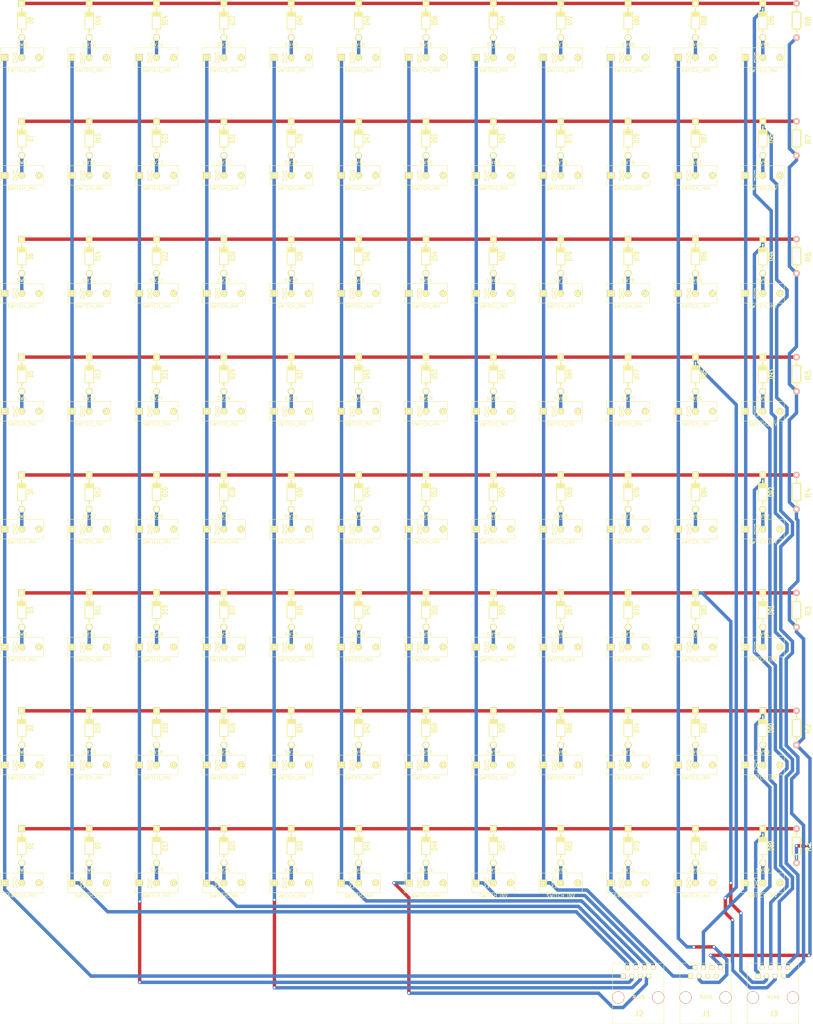
<source format=kicad_pcb>
(kicad_pcb (version 4) (host pcbnew "(2014-10-05 BZR 5164)-product")
  (layers (0 F.Cu signal) (31 B.Cu signal) (34 B.Paste user) (35 F.Paste user) (36 B.SilkS user) (37 F.SilkS user) (38 B.Mask user) (39 F.Mask user) (44 Edge.Cuts user))
  (net 0 "")
  (net 1 "Net-(D1-Pad1)")
  (net 2 "Net-(D1-Pad2)")
  (net 3 "Net-(D2-Pad1)")
  (net 4 "Net-(D10-Pad2)")
  (net 5 "Net-(D3-Pad1)")
  (net 6 "Net-(D11-Pad2)")
  (net 7 "Net-(D4-Pad1)")
  (net 8 "Net-(D12-Pad2)")
  (net 9 "Net-(D5-Pad1)")
  (net 10 "Net-(D13-Pad2)")
  (net 11 "Net-(D6-Pad1)")
  (net 12 "Net-(D14-Pad2)")
  (net 13 "Net-(D7-Pad1)")
  (net 14 "Net-(D15-Pad2)")
  (net 15 "Net-(D8-Pad1)")
  (net 16 "Net-(D16-Pad2)")
  (net 17 "Net-(D9-Pad1)")
  (net 18 "Net-(D10-Pad1)")
  (net 19 "Net-(D11-Pad1)")
  (net 20 "Net-(D12-Pad1)")
  (net 21 "Net-(D13-Pad1)")
  (net 22 "Net-(D14-Pad1)")
  (net 23 "Net-(D15-Pad1)")
  (net 24 "Net-(D16-Pad1)")
  (net 25 "Net-(D17-Pad1)")
  (net 26 "Net-(D18-Pad1)")
  (net 27 "Net-(D19-Pad1)")
  (net 28 "Net-(D20-Pad1)")
  (net 29 "Net-(D21-Pad1)")
  (net 30 "Net-(D22-Pad1)")
  (net 31 "Net-(D23-Pad1)")
  (net 32 "Net-(D24-Pad1)")
  (net 33 "Net-(D25-Pad1)")
  (net 34 "Net-(D26-Pad1)")
  (net 35 "Net-(D27-Pad1)")
  (net 36 "Net-(D28-Pad1)")
  (net 37 "Net-(D29-Pad1)")
  (net 38 "Net-(D30-Pad1)")
  (net 39 "Net-(D31-Pad1)")
  (net 40 "Net-(D32-Pad1)")
  (net 41 "Net-(D33-Pad1)")
  (net 42 "Net-(D34-Pad1)")
  (net 43 "Net-(D35-Pad1)")
  (net 44 "Net-(D36-Pad1)")
  (net 45 "Net-(D37-Pad1)")
  (net 46 "Net-(D38-Pad1)")
  (net 47 "Net-(D39-Pad1)")
  (net 48 "Net-(D40-Pad1)")
  (net 49 "Net-(D41-Pad1)")
  (net 50 "Net-(D42-Pad1)")
  (net 51 "Net-(D43-Pad1)")
  (net 52 "Net-(D44-Pad1)")
  (net 53 "Net-(D45-Pad1)")
  (net 54 "Net-(D46-Pad1)")
  (net 55 "Net-(D47-Pad1)")
  (net 56 "Net-(D48-Pad1)")
  (net 57 "Net-(D49-Pad1)")
  (net 58 "Net-(D50-Pad1)")
  (net 59 "Net-(D51-Pad1)")
  (net 60 "Net-(D52-Pad1)")
  (net 61 "Net-(D53-Pad1)")
  (net 62 "Net-(D54-Pad1)")
  (net 63 "Net-(D55-Pad1)")
  (net 64 "Net-(D56-Pad1)")
  (net 65 "Net-(D57-Pad1)")
  (net 66 "Net-(D58-Pad1)")
  (net 67 "Net-(D59-Pad1)")
  (net 68 "Net-(D60-Pad1)")
  (net 69 "Net-(D61-Pad1)")
  (net 70 "Net-(D62-Pad1)")
  (net 71 "Net-(D63-Pad1)")
  (net 72 "Net-(D64-Pad1)")
  (net 73 "Net-(D65-Pad1)")
  (net 74 "Net-(D66-Pad1)")
  (net 75 "Net-(D67-Pad1)")
  (net 76 "Net-(D68-Pad1)")
  (net 77 "Net-(D69-Pad1)")
  (net 78 "Net-(D70-Pad1)")
  (net 79 "Net-(D71-Pad1)")
  (net 80 "Net-(D72-Pad1)")
  (net 81 "Net-(D73-Pad1)")
  (net 82 "Net-(D74-Pad1)")
  (net 83 "Net-(D75-Pad1)")
  (net 84 "Net-(D76-Pad1)")
  (net 85 "Net-(D77-Pad1)")
  (net 86 "Net-(D78-Pad1)")
  (net 87 "Net-(D79-Pad1)")
  (net 88 "Net-(D80-Pad1)")
  (net 89 "Net-(D81-Pad1)")
  (net 90 "Net-(D82-Pad1)")
  (net 91 "Net-(D83-Pad1)")
  (net 92 "Net-(D84-Pad1)")
  (net 93 "Net-(D85-Pad1)")
  (net 94 "Net-(D86-Pad1)")
  (net 95 "Net-(D87-Pad1)")
  (net 96 "Net-(D88-Pad1)")
  (net 97 "Net-(D89-Pad1)")
  (net 98 "Net-(D90-Pad1)")
  (net 99 "Net-(D91-Pad1)")
  (net 100 "Net-(D92-Pad1)")
  (net 101 "Net-(D93-Pad1)")
  (net 102 "Net-(D94-Pad1)")
  (net 103 "Net-(D95-Pad1)")
  (net 104 "Net-(D96-Pad1)")
  (net 105 "Net-(J1-Pad1)")
  (net 106 "Net-(J1-Pad2)")
  (net 107 "Net-(J1-Pad3)")
  (net 108 "Net-(J1-Pad4)")
  (net 109 "Net-(J1-Pad5)")
  (net 110 "Net-(J1-Pad6)")
  (net 111 "Net-(J1-Pad7)")
  (net 112 "Net-(J1-Pad8)")
  (net 113 "Net-(J2-Pad1)")
  (net 114 "Net-(J2-Pad2)")
  (net 115 "Net-(J2-Pad3)")
  (net 116 "Net-(J2-Pad4)")
  (net 117 "Net-(J2-Pad5)")
  (net 118 "Net-(J2-Pad6)")
  (net 119 "Net-(J2-Pad7)")
  (net 120 "Net-(J2-Pad8)")
  (net 121 "Net-(SW1-Pad1)")
  (net 122 "Net-(SW2-Pad1)")
  (net 123 "Net-(SW3-Pad1)")
  (net 124 "Net-(SW4-Pad1)")
  (net 125 "Net-(SW5-Pad1)")
  (net 126 "Net-(SW6-Pad1)")
  (net 127 "Net-(SW7-Pad1)")
  (net 128 "Net-(SW8-Pad1)")
  (net 129 "Net-(SW9-Pad1)")
  (net 130 "Net-(SW10-Pad1)")
  (net 131 "Net-(SW11-Pad1)")
  (net 132 "Net-(SW12-Pad1)")
  (net 133 "Net-(SW13-Pad1)")
  (net 134 "Net-(SW14-Pad1)")
  (net 135 "Net-(SW15-Pad1)")
  (net 136 "Net-(SW16-Pad1)")
  (net 137 "Net-(SW17-Pad1)")
  (net 138 "Net-(SW18-Pad1)")
  (net 139 "Net-(SW19-Pad1)")
  (net 140 "Net-(SW20-Pad1)")
  (net 141 "Net-(SW21-Pad1)")
  (net 142 "Net-(SW22-Pad1)")
  (net 143 "Net-(SW23-Pad1)")
  (net 144 "Net-(SW24-Pad1)")
  (net 145 "Net-(SW25-Pad1)")
  (net 146 "Net-(SW26-Pad1)")
  (net 147 "Net-(SW27-Pad1)")
  (net 148 "Net-(SW28-Pad1)")
  (net 149 "Net-(SW29-Pad1)")
  (net 150 "Net-(SW30-Pad1)")
  (net 151 "Net-(SW31-Pad1)")
  (net 152 "Net-(SW32-Pad1)")
  (net 153 "Net-(SW33-Pad1)")
  (net 154 "Net-(SW34-Pad1)")
  (net 155 "Net-(SW35-Pad1)")
  (net 156 "Net-(SW36-Pad1)")
  (net 157 "Net-(SW37-Pad1)")
  (net 158 "Net-(SW38-Pad1)")
  (net 159 "Net-(SW39-Pad1)")
  (net 160 "Net-(SW40-Pad1)")
  (net 161 "Net-(SW41-Pad1)")
  (net 162 "Net-(SW42-Pad1)")
  (net 163 "Net-(SW43-Pad1)")
  (net 164 "Net-(SW44-Pad1)")
  (net 165 "Net-(SW45-Pad1)")
  (net 166 "Net-(SW46-Pad1)")
  (net 167 "Net-(SW47-Pad1)")
  (net 168 "Net-(SW48-Pad1)")
  (net 169 "Net-(SW49-Pad1)")
  (net 170 "Net-(SW50-Pad1)")
  (net 171 "Net-(SW51-Pad1)")
  (net 172 "Net-(SW52-Pad1)")
  (net 173 "Net-(SW53-Pad1)")
  (net 174 "Net-(SW54-Pad1)")
  (net 175 "Net-(SW55-Pad1)")
  (net 176 "Net-(SW56-Pad1)")
  (net 177 "Net-(SW57-Pad1)")
  (net 178 "Net-(SW58-Pad1)")
  (net 179 "Net-(SW59-Pad1)")
  (net 180 "Net-(SW60-Pad1)")
  (net 181 "Net-(SW61-Pad1)")
  (net 182 "Net-(SW62-Pad1)")
  (net 183 "Net-(SW63-Pad1)")
  (net 184 "Net-(SW64-Pad1)")
  (net 185 "Net-(SW65-Pad1)")
  (net 186 "Net-(SW66-Pad1)")
  (net 187 "Net-(SW67-Pad1)")
  (net 188 "Net-(SW68-Pad1)")
  (net 189 "Net-(SW69-Pad1)")
  (net 190 "Net-(SW70-Pad1)")
  (net 191 "Net-(SW71-Pad1)")
  (net 192 "Net-(SW72-Pad1)")
  (net 193 "Net-(SW73-Pad1)")
  (net 194 "Net-(SW74-Pad1)")
  (net 195 "Net-(SW75-Pad1)")
  (net 196 "Net-(SW76-Pad1)")
  (net 197 "Net-(SW77-Pad1)")
  (net 198 "Net-(SW78-Pad1)")
  (net 199 "Net-(SW79-Pad1)")
  (net 200 "Net-(SW80-Pad1)")
  (net 201 "Net-(SW81-Pad1)")
  (net 202 "Net-(SW82-Pad1)")
  (net 203 "Net-(SW83-Pad1)")
  (net 204 "Net-(SW84-Pad1)")
  (net 205 "Net-(SW85-Pad1)")
  (net 206 "Net-(SW86-Pad1)")
  (net 207 "Net-(SW87-Pad1)")
  (net 208 "Net-(SW88-Pad1)")
  (net 209 "Net-(SW89-Pad1)")
  (net 210 "Net-(SW90-Pad1)")
  (net 211 "Net-(SW91-Pad1)")
  (net 212 "Net-(SW92-Pad1)")
  (net 213 "Net-(SW93-Pad1)")
  (net 214 "Net-(SW94-Pad1)")
  (net 215 "Net-(SW95-Pad1)")
  (net 216 "Net-(SW96-Pad1)")
  (module Resistors_ThroughHole:Resistor_Horizontal_RM10mm (layer F.Cu) (at 419.5 285 270)
    (fp_text reference R2 (at 0.24892 -3.50012 270) (layer F.SilkS) (effects (font (thickness 0.3048))))
    (fp_text value R hide)
    (pad 1 thru_hole circle (at -5.08 0 270) (size 1.99898 1.99898) (drill 1.00076) (layers *.Cu *.SilkS *.Mask) (net 4 "Net-(D10-Pad2)"))
    (pad 2 thru_hole circle (at 5.08 0 270) (size 1.99898 1.99898) (drill 1.00076) (layers *.Cu *.SilkS *.Mask) (net 112 "Net-(J1-Pad8)"))
  )
  (module Connect:RJ45_8 (layer F.Cu) (at 412.5 365)
    (fp_text reference J3 (at 0.254 4.826) (layer F.SilkS) (effects (font (thickness 0.3048))))
    (fp_text value RJ45 (at 0.14224 -0.1016) (layer F.SilkS) (effects (font (size 1.00076 1.00076) (thickness 0.2032))))
    (pad Hole np_thru_hole circle (at 5.93852 0) (size 3.64998 3.64998) (drill 3.2512) (layers *.Cu *.SilkS *.Mask))
    (pad Hole np_thru_hole circle (at -5.9309 0) (size 3.64998 3.64998) (drill 3.2512) (layers *.Cu *.SilkS *.Mask))
    (pad 1 thru_hole rect (at -4.445 -6.35) (size 1.50114 1.50114) (drill 0.89916) (layers *.Cu *.Mask F.SilkS) (net 2 "Net-(D1-Pad2)"))
    (pad 2 thru_hole circle (at -3.175 -8.89) (size 1.50114 1.50114) (drill 0.89916) (layers *.Cu *.Mask F.SilkS) (net 4 "Net-(D10-Pad2)"))
    (pad 3 thru_hole circle (at -1.905 -6.35) (size 1.50114 1.50114) (drill 0.89916) (layers *.Cu *.Mask F.SilkS) (net 6 "Net-(D11-Pad2)"))
    (pad 4 thru_hole circle (at -0.635 -8.89) (size 1.50114 1.50114) (drill 0.89916) (layers *.Cu *.Mask F.SilkS) (net 8 "Net-(D12-Pad2)"))
    (pad 5 thru_hole circle (at 0.635 -6.35) (size 1.50114 1.50114) (drill 0.89916) (layers *.Cu *.Mask F.SilkS) (net 10 "Net-(D13-Pad2)"))
    (pad 6 thru_hole circle (at 1.905 -8.89) (size 1.50114 1.50114) (drill 0.89916) (layers *.Cu *.Mask F.SilkS) (net 12 "Net-(D14-Pad2)"))
    (pad 7 thru_hole circle (at 3.175 -6.35) (size 1.50114 1.50114) (drill 0.89916) (layers *.Cu *.Mask F.SilkS) (net 14 "Net-(D15-Pad2)"))
    (pad 8 thru_hole circle (at 4.445 -8.89) (size 1.50114 1.50114) (drill 0.89916) (layers *.Cu *.Mask F.SilkS) (net 16 "Net-(D16-Pad2)"))
  )
  (module Connect:RJ45_8 (layer F.Cu) (at 392.5 365)
    (fp_text reference J1 (at 0.254 4.826) (layer F.SilkS) (effects (font (thickness 0.3048))))
    (fp_text value RJ45 (at 0.14224 -0.1016) (layer F.SilkS) (effects (font (size 1.00076 1.00076) (thickness 0.2032))))
    (pad Hole np_thru_hole circle (at 5.93852 0) (size 3.64998 3.64998) (drill 3.2512) (layers *.Cu *.SilkS *.Mask))
    (pad Hole np_thru_hole circle (at -5.9309 0) (size 3.64998 3.64998) (drill 3.2512) (layers *.Cu *.SilkS *.Mask))
    (pad 1 thru_hole rect (at -4.445 -6.35) (size 1.50114 1.50114) (drill 0.89916) (layers *.Cu *.Mask F.SilkS) (net 105 "Net-(J1-Pad1)"))
    (pad 2 thru_hole circle (at -3.175 -8.89) (size 1.50114 1.50114) (drill 0.89916) (layers *.Cu *.Mask F.SilkS) (net 106 "Net-(J1-Pad2)"))
    (pad 3 thru_hole circle (at -1.905 -6.35) (size 1.50114 1.50114) (drill 0.89916) (layers *.Cu *.Mask F.SilkS) (net 107 "Net-(J1-Pad3)"))
    (pad 4 thru_hole circle (at -0.635 -8.89) (size 1.50114 1.50114) (drill 0.89916) (layers *.Cu *.Mask F.SilkS) (net 108 "Net-(J1-Pad4)"))
    (pad 5 thru_hole circle (at 0.635 -6.35) (size 1.50114 1.50114) (drill 0.89916) (layers *.Cu *.Mask F.SilkS) (net 109 "Net-(J1-Pad5)"))
    (pad 6 thru_hole circle (at 1.905 -8.89) (size 1.50114 1.50114) (drill 0.89916) (layers *.Cu *.Mask F.SilkS) (net 110 "Net-(J1-Pad6)"))
    (pad 7 thru_hole circle (at 3.175 -6.35) (size 1.50114 1.50114) (drill 0.89916) (layers *.Cu *.Mask F.SilkS) (net 111 "Net-(J1-Pad7)"))
    (pad 8 thru_hole circle (at 4.445 -8.89) (size 1.50114 1.50114) (drill 0.89916) (layers *.Cu *.Mask F.SilkS) (net 112 "Net-(J1-Pad8)"))
  )
  (module Diodes_ThroughHole:Diode_DO-41_SOD81_Horizontal_RM10 (layer F.Cu) (at 189.5 320 90)
    (fp_text reference D1 (at 0 2.54 90) (layer F.SilkS) (effects (font (size 1.524 1.016) (thickness 0.254))))
    (fp_text value DIODE hide)
    (pad 1 thru_hole circle (at -5.08 0 90) (size 1.99898 1.99898) (drill 1.27) (layers *.Cu *.Mask F.SilkS) (net 1 "Net-(D1-Pad1)"))
    (pad 2 thru_hole rect (at 5.08 0 90) (size 1.99898 1.99898) (drill 1.00076) (layers *.Cu *.Mask F.SilkS) (net 2 "Net-(D1-Pad2)"))
  )
  (module Diodes_ThroughHole:Diode_DO-41_SOD81_Horizontal_RM10 (layer F.Cu) (at 189.5 285 90)
    (fp_text reference D2 (at 0 2.54 90) (layer F.SilkS) (effects (font (size 1.524 1.016) (thickness 0.254))))
    (fp_text value DIODE hide)
    (pad 1 thru_hole circle (at -5.08 0 90) (size 1.99898 1.99898) (drill 1.27) (layers *.Cu *.Mask F.SilkS) (net 3 "Net-(D2-Pad1)"))
    (pad 2 thru_hole rect (at 5.08 0 90) (size 1.99898 1.99898) (drill 1.00076) (layers *.Cu *.Mask F.SilkS) (net 4 "Net-(D10-Pad2)"))
  )
  (module Diodes_ThroughHole:Diode_DO-41_SOD81_Horizontal_RM10 (layer F.Cu) (at 189.5 250 90)
    (fp_text reference D3 (at 0 2.54 90) (layer F.SilkS) (effects (font (size 1.524 1.016) (thickness 0.254))))
    (fp_text value DIODE hide)
    (pad 1 thru_hole circle (at -5.08 0 90) (size 1.99898 1.99898) (drill 1.27) (layers *.Cu *.Mask F.SilkS) (net 5 "Net-(D3-Pad1)"))
    (pad 2 thru_hole rect (at 5.08 0 90) (size 1.99898 1.99898) (drill 1.00076) (layers *.Cu *.Mask F.SilkS) (net 6 "Net-(D11-Pad2)"))
  )
  (module Diodes_ThroughHole:Diode_DO-41_SOD81_Horizontal_RM10 (layer F.Cu) (at 189.5 215 90)
    (fp_text reference D4 (at 0 2.54 180) (layer F.SilkS) (effects (font (size 1.524 1.016) (thickness 0.254))))
    (fp_text value DIODE hide)
    (pad 1 thru_hole circle (at -5.08 0 90) (size 1.99898 1.99898) (drill 1.27) (layers *.Cu *.Mask F.SilkS) (net 7 "Net-(D4-Pad1)"))
    (pad 2 thru_hole rect (at 5.08 0 90) (size 1.99898 1.99898) (drill 1.00076) (layers *.Cu *.Mask F.SilkS) (net 8 "Net-(D12-Pad2)"))
  )
  (module Diodes_ThroughHole:Diode_DO-41_SOD81_Horizontal_RM10 (layer F.Cu) (at 189.5 180 90)
    (fp_text reference D5 (at 0 2.54 90) (layer F.SilkS) (effects (font (size 1.524 1.016) (thickness 0.254))))
    (fp_text value DIODE hide)
    (pad 1 thru_hole circle (at -5.08 0 90) (size 1.99898 1.99898) (drill 1.27) (layers *.Cu *.Mask F.SilkS) (net 9 "Net-(D5-Pad1)"))
    (pad 2 thru_hole rect (at 5.08 0 90) (size 1.99898 1.99898) (drill 1.00076) (layers *.Cu *.Mask F.SilkS) (net 10 "Net-(D13-Pad2)"))
  )
  (module Diodes_ThroughHole:Diode_DO-41_SOD81_Horizontal_RM10 (layer F.Cu) (at 189.5 145 90)
    (fp_text reference D6 (at 0 2.54 90) (layer F.SilkS) (effects (font (size 1.524 1.016) (thickness 0.254))))
    (fp_text value DIODE hide)
    (pad 1 thru_hole circle (at -5.08 0 90) (size 1.99898 1.99898) (drill 1.27) (layers *.Cu *.Mask F.SilkS) (net 11 "Net-(D6-Pad1)"))
    (pad 2 thru_hole rect (at 5.08 0 90) (size 1.99898 1.99898) (drill 1.00076) (layers *.Cu *.Mask F.SilkS) (net 12 "Net-(D14-Pad2)"))
  )
  (module Diodes_ThroughHole:Diode_DO-41_SOD81_Horizontal_RM10 (layer F.Cu) (at 189.5 110 90)
    (fp_text reference D7 (at 0 2.54 90) (layer F.SilkS) (effects (font (size 1.524 1.016) (thickness 0.254))))
    (fp_text value DIODE hide)
    (pad 1 thru_hole circle (at -5.08 0 90) (size 1.99898 1.99898) (drill 1.27) (layers *.Cu *.Mask F.SilkS) (net 13 "Net-(D7-Pad1)"))
    (pad 2 thru_hole rect (at 5.08 0 90) (size 1.99898 1.99898) (drill 1.00076) (layers *.Cu *.Mask F.SilkS) (net 14 "Net-(D15-Pad2)"))
  )
  (module Diodes_ThroughHole:Diode_DO-41_SOD81_Horizontal_RM10 (layer F.Cu) (at 189.5 75 90)
    (fp_text reference D8 (at 0 2.54 90) (layer F.SilkS) (effects (font (size 1.524 1.016) (thickness 0.254))))
    (fp_text value DIODE hide)
    (pad 1 thru_hole circle (at -5.08 0 90) (size 1.99898 1.99898) (drill 1.27) (layers *.Cu *.Mask F.SilkS) (net 15 "Net-(D8-Pad1)"))
    (pad 2 thru_hole rect (at 5.08 0 90) (size 1.99898 1.99898) (drill 1.00076) (layers *.Cu *.Mask F.SilkS) (net 16 "Net-(D16-Pad2)"))
  )
  (module Diodes_ThroughHole:Diode_DO-41_SOD81_Horizontal_RM10 (layer F.Cu) (at 209.5 320 90)
    (fp_text reference D9 (at 0 2.54 90) (layer F.SilkS) (effects (font (size 1.524 1.016) (thickness 0.254))))
    (fp_text value DIODE hide)
    (pad 1 thru_hole circle (at -5.08 0 90) (size 1.99898 1.99898) (drill 1.27) (layers *.Cu *.Mask F.SilkS) (net 17 "Net-(D9-Pad1)"))
    (pad 2 thru_hole rect (at 5.08 0 90) (size 1.99898 1.99898) (drill 1.00076) (layers *.Cu *.Mask F.SilkS) (net 2 "Net-(D1-Pad2)"))
  )
  (module Diodes_ThroughHole:Diode_DO-41_SOD81_Horizontal_RM10 (layer F.Cu) (at 209.5 285 90)
    (fp_text reference D10 (at 0 2.54 90) (layer F.SilkS) (effects (font (size 1.524 1.016) (thickness 0.254))))
    (fp_text value DIODE hide)
    (pad 1 thru_hole circle (at -5.08 0 90) (size 1.99898 1.99898) (drill 1.27) (layers *.Cu *.Mask F.SilkS) (net 18 "Net-(D10-Pad1)"))
    (pad 2 thru_hole rect (at 5.08 0 90) (size 1.99898 1.99898) (drill 1.00076) (layers *.Cu *.Mask F.SilkS) (net 4 "Net-(D10-Pad2)"))
  )
  (module Diodes_ThroughHole:Diode_DO-41_SOD81_Horizontal_RM10 (layer F.Cu) (at 209.5 250 90)
    (fp_text reference D11 (at 0 2.54 90) (layer F.SilkS) (effects (font (size 1.524 1.016) (thickness 0.254))))
    (fp_text value DIODE hide)
    (pad 1 thru_hole circle (at -5.08 0 90) (size 1.99898 1.99898) (drill 1.27) (layers *.Cu *.Mask F.SilkS) (net 19 "Net-(D11-Pad1)"))
    (pad 2 thru_hole rect (at 5.08 0 90) (size 1.99898 1.99898) (drill 1.00076) (layers *.Cu *.Mask F.SilkS) (net 6 "Net-(D11-Pad2)"))
  )
  (module Diodes_ThroughHole:Diode_DO-41_SOD81_Horizontal_RM10 (layer F.Cu) (at 209.5 215 90)
    (fp_text reference D12 (at 0 2.54 90) (layer F.SilkS) (effects (font (size 1.524 1.016) (thickness 0.254))))
    (fp_text value DIODE hide)
    (pad 1 thru_hole circle (at -5.08 0 90) (size 1.99898 1.99898) (drill 1.27) (layers *.Cu *.Mask F.SilkS) (net 20 "Net-(D12-Pad1)"))
    (pad 2 thru_hole rect (at 5.08 0 90) (size 1.99898 1.99898) (drill 1.00076) (layers *.Cu *.Mask F.SilkS) (net 8 "Net-(D12-Pad2)"))
  )
  (module Diodes_ThroughHole:Diode_DO-41_SOD81_Horizontal_RM10 (layer F.Cu) (at 209.5 180 90)
    (fp_text reference D13 (at 0 2.54 90) (layer F.SilkS) (effects (font (size 1.524 1.016) (thickness 0.254))))
    (fp_text value DIODE hide)
    (pad 1 thru_hole circle (at -5.08 0 90) (size 1.99898 1.99898) (drill 1.27) (layers *.Cu *.Mask F.SilkS) (net 21 "Net-(D13-Pad1)"))
    (pad 2 thru_hole rect (at 5.08 0 90) (size 1.99898 1.99898) (drill 1.00076) (layers *.Cu *.Mask F.SilkS) (net 10 "Net-(D13-Pad2)"))
  )
  (module Diodes_ThroughHole:Diode_DO-41_SOD81_Horizontal_RM10 (layer F.Cu) (at 209.5 145 90)
    (fp_text reference D14 (at 0 2.54 90) (layer F.SilkS) (effects (font (size 1.524 1.016) (thickness 0.254))))
    (fp_text value DIODE hide)
    (pad 1 thru_hole circle (at -5.08 0 90) (size 1.99898 1.99898) (drill 1.27) (layers *.Cu *.Mask F.SilkS) (net 22 "Net-(D14-Pad1)"))
    (pad 2 thru_hole rect (at 5.08 0 90) (size 1.99898 1.99898) (drill 1.00076) (layers *.Cu *.Mask F.SilkS) (net 12 "Net-(D14-Pad2)"))
  )
  (module Diodes_ThroughHole:Diode_DO-41_SOD81_Horizontal_RM10 (layer F.Cu) (at 209.5 110 90)
    (fp_text reference D15 (at 0 2.54 90) (layer F.SilkS) (effects (font (size 1.524 1.016) (thickness 0.254))))
    (fp_text value DIODE hide)
    (pad 1 thru_hole circle (at -5.08 0 90) (size 1.99898 1.99898) (drill 1.27) (layers *.Cu *.Mask F.SilkS) (net 23 "Net-(D15-Pad1)"))
    (pad 2 thru_hole rect (at 5.08 0 90) (size 1.99898 1.99898) (drill 1.00076) (layers *.Cu *.Mask F.SilkS) (net 14 "Net-(D15-Pad2)"))
  )
  (module Diodes_ThroughHole:Diode_DO-41_SOD81_Horizontal_RM10 (layer F.Cu) (at 209.5 75 90)
    (fp_text reference D16 (at 0 2.54 90) (layer F.SilkS) (effects (font (size 1.524 1.016) (thickness 0.254))))
    (fp_text value DIODE hide)
    (pad 1 thru_hole circle (at -5.08 0 90) (size 1.99898 1.99898) (drill 1.27) (layers *.Cu *.Mask F.SilkS) (net 24 "Net-(D16-Pad1)"))
    (pad 2 thru_hole rect (at 5.08 0 90) (size 1.99898 1.99898) (drill 1.00076) (layers *.Cu *.Mask F.SilkS) (net 16 "Net-(D16-Pad2)"))
  )
  (module Diodes_ThroughHole:Diode_DO-41_SOD81_Horizontal_RM10 (layer F.Cu) (at 229.5 320 90)
    (fp_text reference D17 (at 0 2.54 90) (layer F.SilkS) (effects (font (size 1.524 1.016) (thickness 0.254))))
    (fp_text value DIODE hide)
    (pad 1 thru_hole circle (at -5.08 0 90) (size 1.99898 1.99898) (drill 1.27) (layers *.Cu *.Mask F.SilkS) (net 25 "Net-(D17-Pad1)"))
    (pad 2 thru_hole rect (at 5.08 0 90) (size 1.99898 1.99898) (drill 1.00076) (layers *.Cu *.Mask F.SilkS) (net 2 "Net-(D1-Pad2)"))
  )
  (module Diodes_ThroughHole:Diode_DO-41_SOD81_Horizontal_RM10 (layer F.Cu) (at 229.5 285 90)
    (fp_text reference D18 (at 0 2.54 90) (layer F.SilkS) (effects (font (size 1.524 1.016) (thickness 0.254))))
    (fp_text value DIODE hide)
    (pad 1 thru_hole circle (at -5.08 0 90) (size 1.99898 1.99898) (drill 1.27) (layers *.Cu *.Mask F.SilkS) (net 26 "Net-(D18-Pad1)"))
    (pad 2 thru_hole rect (at 5.08 0 90) (size 1.99898 1.99898) (drill 1.00076) (layers *.Cu *.Mask F.SilkS) (net 4 "Net-(D10-Pad2)"))
  )
  (module Diodes_ThroughHole:Diode_DO-41_SOD81_Horizontal_RM10 (layer F.Cu) (at 229.5 250 90)
    (fp_text reference D19 (at 0 2.54 90) (layer F.SilkS) (effects (font (size 1.524 1.016) (thickness 0.254))))
    (fp_text value DIODE hide)
    (pad 1 thru_hole circle (at -5.08 0 90) (size 1.99898 1.99898) (drill 1.27) (layers *.Cu *.Mask F.SilkS) (net 27 "Net-(D19-Pad1)"))
    (pad 2 thru_hole rect (at 5.08 0 90) (size 1.99898 1.99898) (drill 1.00076) (layers *.Cu *.Mask F.SilkS) (net 6 "Net-(D11-Pad2)"))
  )
  (module Diodes_ThroughHole:Diode_DO-41_SOD81_Horizontal_RM10 (layer F.Cu) (at 229.5 215 90)
    (fp_text reference D20 (at 0 2.54 90) (layer F.SilkS) (effects (font (size 1.524 1.016) (thickness 0.254))))
    (fp_text value DIODE hide)
    (pad 1 thru_hole circle (at -5.08 0 90) (size 1.99898 1.99898) (drill 1.27) (layers *.Cu *.Mask F.SilkS) (net 28 "Net-(D20-Pad1)"))
    (pad 2 thru_hole rect (at 5.08 0 90) (size 1.99898 1.99898) (drill 1.00076) (layers *.Cu *.Mask F.SilkS) (net 8 "Net-(D12-Pad2)"))
  )
  (module Diodes_ThroughHole:Diode_DO-41_SOD81_Horizontal_RM10 (layer F.Cu) (at 229.5 180 90)
    (fp_text reference D21 (at 0 2.54 90) (layer F.SilkS) (effects (font (size 1.524 1.016) (thickness 0.254))))
    (fp_text value DIODE hide)
    (pad 1 thru_hole circle (at -5.08 0 90) (size 1.99898 1.99898) (drill 1.27) (layers *.Cu *.Mask F.SilkS) (net 29 "Net-(D21-Pad1)"))
    (pad 2 thru_hole rect (at 5.08 0 90) (size 1.99898 1.99898) (drill 1.00076) (layers *.Cu *.Mask F.SilkS) (net 10 "Net-(D13-Pad2)"))
  )
  (module Diodes_ThroughHole:Diode_DO-41_SOD81_Horizontal_RM10 (layer F.Cu) (at 229.5 145 90)
    (fp_text reference D22 (at 0 2.54 90) (layer F.SilkS) (effects (font (size 1.524 1.016) (thickness 0.254))))
    (fp_text value DIODE hide)
    (pad 1 thru_hole circle (at -5.08 0 90) (size 1.99898 1.99898) (drill 1.27) (layers *.Cu *.Mask F.SilkS) (net 30 "Net-(D22-Pad1)"))
    (pad 2 thru_hole rect (at 5.08 0 90) (size 1.99898 1.99898) (drill 1.00076) (layers *.Cu *.Mask F.SilkS) (net 12 "Net-(D14-Pad2)"))
  )
  (module Diodes_ThroughHole:Diode_DO-41_SOD81_Horizontal_RM10 (layer F.Cu) (at 229.5 110 90)
    (fp_text reference D23 (at 0 2.54 90) (layer F.SilkS) (effects (font (size 1.524 1.016) (thickness 0.254))))
    (fp_text value DIODE hide)
    (pad 1 thru_hole circle (at -5.08 0 90) (size 1.99898 1.99898) (drill 1.27) (layers *.Cu *.Mask F.SilkS) (net 31 "Net-(D23-Pad1)"))
    (pad 2 thru_hole rect (at 5.08 0 90) (size 1.99898 1.99898) (drill 1.00076) (layers *.Cu *.Mask F.SilkS) (net 14 "Net-(D15-Pad2)"))
  )
  (module Diodes_ThroughHole:Diode_DO-41_SOD81_Horizontal_RM10 (layer F.Cu) (at 229.5 75 90)
    (fp_text reference D24 (at 0 2.54 90) (layer F.SilkS) (effects (font (size 1.524 1.016) (thickness 0.254))))
    (fp_text value DIODE hide)
    (pad 1 thru_hole circle (at -5.08 0 90) (size 1.99898 1.99898) (drill 1.27) (layers *.Cu *.Mask F.SilkS) (net 32 "Net-(D24-Pad1)"))
    (pad 2 thru_hole rect (at 5.08 0 90) (size 1.99898 1.99898) (drill 1.00076) (layers *.Cu *.Mask F.SilkS) (net 16 "Net-(D16-Pad2)"))
  )
  (module Diodes_ThroughHole:Diode_DO-41_SOD81_Horizontal_RM10 (layer F.Cu) (at 249.5 320 90)
    (fp_text reference D25 (at 0 2.54 90) (layer F.SilkS) (effects (font (size 1.524 1.016) (thickness 0.254))))
    (fp_text value DIODE hide)
    (pad 1 thru_hole circle (at -5.08 0 90) (size 1.99898 1.99898) (drill 1.27) (layers *.Cu *.Mask F.SilkS) (net 33 "Net-(D25-Pad1)"))
    (pad 2 thru_hole rect (at 5.08 0 90) (size 1.99898 1.99898) (drill 1.00076) (layers *.Cu *.Mask F.SilkS) (net 2 "Net-(D1-Pad2)"))
  )
  (module Diodes_ThroughHole:Diode_DO-41_SOD81_Horizontal_RM10 (layer F.Cu) (at 249.5 285 90)
    (fp_text reference D26 (at 0 2.54 90) (layer F.SilkS) (effects (font (size 1.524 1.016) (thickness 0.254))))
    (fp_text value DIODE hide)
    (pad 1 thru_hole circle (at -5.08 0 90) (size 1.99898 1.99898) (drill 1.27) (layers *.Cu *.Mask F.SilkS) (net 34 "Net-(D26-Pad1)"))
    (pad 2 thru_hole rect (at 5.08 0 90) (size 1.99898 1.99898) (drill 1.00076) (layers *.Cu *.Mask F.SilkS) (net 4 "Net-(D10-Pad2)"))
  )
  (module Diodes_ThroughHole:Diode_DO-41_SOD81_Horizontal_RM10 (layer F.Cu) (at 249.5 250 90)
    (fp_text reference D27 (at 0 2.54 90) (layer F.SilkS) (effects (font (size 1.524 1.016) (thickness 0.254))))
    (fp_text value DIODE hide)
    (pad 1 thru_hole circle (at -5.08 0 90) (size 1.99898 1.99898) (drill 1.27) (layers *.Cu *.Mask F.SilkS) (net 35 "Net-(D27-Pad1)"))
    (pad 2 thru_hole rect (at 5.08 0 90) (size 1.99898 1.99898) (drill 1.00076) (layers *.Cu *.Mask F.SilkS) (net 6 "Net-(D11-Pad2)"))
  )
  (module Diodes_ThroughHole:Diode_DO-41_SOD81_Horizontal_RM10 (layer F.Cu) (at 249.5 215 90)
    (fp_text reference D28 (at 0 2.54 90) (layer F.SilkS) (effects (font (size 1.524 1.016) (thickness 0.254))))
    (fp_text value DIODE hide)
    (pad 1 thru_hole circle (at -5.08 0 90) (size 1.99898 1.99898) (drill 1.27) (layers *.Cu *.Mask F.SilkS) (net 36 "Net-(D28-Pad1)"))
    (pad 2 thru_hole rect (at 5.08 0 90) (size 1.99898 1.99898) (drill 1.00076) (layers *.Cu *.Mask F.SilkS) (net 8 "Net-(D12-Pad2)"))
  )
  (module Diodes_ThroughHole:Diode_DO-41_SOD81_Horizontal_RM10 (layer F.Cu) (at 249.5 180 90)
    (fp_text reference D29 (at 0 2.54 90) (layer F.SilkS) (effects (font (size 1.524 1.016) (thickness 0.254))))
    (fp_text value DIODE hide)
    (pad 1 thru_hole circle (at -5.08 0 90) (size 1.99898 1.99898) (drill 1.27) (layers *.Cu *.Mask F.SilkS) (net 37 "Net-(D29-Pad1)"))
    (pad 2 thru_hole rect (at 5.08 0 90) (size 1.99898 1.99898) (drill 1.00076) (layers *.Cu *.Mask F.SilkS) (net 10 "Net-(D13-Pad2)"))
  )
  (module Diodes_ThroughHole:Diode_DO-41_SOD81_Horizontal_RM10 (layer F.Cu) (at 249.5 145 90)
    (fp_text reference D30 (at 0 2.54 90) (layer F.SilkS) (effects (font (size 1.524 1.016) (thickness 0.254))))
    (fp_text value DIODE hide)
    (pad 1 thru_hole circle (at -5.08 0 90) (size 1.99898 1.99898) (drill 1.27) (layers *.Cu *.Mask F.SilkS) (net 38 "Net-(D30-Pad1)"))
    (pad 2 thru_hole rect (at 5.08 0 90) (size 1.99898 1.99898) (drill 1.00076) (layers *.Cu *.Mask F.SilkS) (net 12 "Net-(D14-Pad2)"))
  )
  (module Diodes_ThroughHole:Diode_DO-41_SOD81_Horizontal_RM10 (layer F.Cu) (at 249.5 110 90)
    (fp_text reference D31 (at 0 2.54 90) (layer F.SilkS) (effects (font (size 1.524 1.016) (thickness 0.254))))
    (fp_text value DIODE hide)
    (pad 1 thru_hole circle (at -5.08 0 90) (size 1.99898 1.99898) (drill 1.27) (layers *.Cu *.Mask F.SilkS) (net 39 "Net-(D31-Pad1)"))
    (pad 2 thru_hole rect (at 5.08 0 90) (size 1.99898 1.99898) (drill 1.00076) (layers *.Cu *.Mask F.SilkS) (net 14 "Net-(D15-Pad2)"))
  )
  (module Diodes_ThroughHole:Diode_DO-41_SOD81_Horizontal_RM10 (layer F.Cu) (at 249.5 75 90)
    (fp_text reference D32 (at 0 2.54 90) (layer F.SilkS) (effects (font (size 1.524 1.016) (thickness 0.254))))
    (fp_text value DIODE hide)
    (pad 1 thru_hole circle (at -5.08 0 90) (size 1.99898 1.99898) (drill 1.27) (layers *.Cu *.Mask F.SilkS) (net 40 "Net-(D32-Pad1)"))
    (pad 2 thru_hole rect (at 5.08 0 90) (size 1.99898 1.99898) (drill 1.00076) (layers *.Cu *.Mask F.SilkS) (net 16 "Net-(D16-Pad2)"))
  )
  (module Diodes_ThroughHole:Diode_DO-41_SOD81_Horizontal_RM10 (layer F.Cu) (at 269.5 320 90)
    (fp_text reference D33 (at 0 2.54 90) (layer F.SilkS) (effects (font (size 1.524 1.016) (thickness 0.254))))
    (fp_text value DIODE hide)
    (pad 1 thru_hole circle (at -5.08 0 90) (size 1.99898 1.99898) (drill 1.27) (layers *.Cu *.Mask F.SilkS) (net 41 "Net-(D33-Pad1)"))
    (pad 2 thru_hole rect (at 5.08 0 90) (size 1.99898 1.99898) (drill 1.00076) (layers *.Cu *.Mask F.SilkS) (net 2 "Net-(D1-Pad2)"))
  )
  (module Diodes_ThroughHole:Diode_DO-41_SOD81_Horizontal_RM10 (layer F.Cu) (at 269.5 285 90)
    (fp_text reference D34 (at 0 2.54 90) (layer F.SilkS) (effects (font (size 1.524 1.016) (thickness 0.254))))
    (fp_text value DIODE hide)
    (pad 1 thru_hole circle (at -5.08 0 90) (size 1.99898 1.99898) (drill 1.27) (layers *.Cu *.Mask F.SilkS) (net 42 "Net-(D34-Pad1)"))
    (pad 2 thru_hole rect (at 5.08 0 90) (size 1.99898 1.99898) (drill 1.00076) (layers *.Cu *.Mask F.SilkS) (net 4 "Net-(D10-Pad2)"))
  )
  (module Diodes_ThroughHole:Diode_DO-41_SOD81_Horizontal_RM10 (layer F.Cu) (at 269.5 250 90)
    (fp_text reference D35 (at 0 2.54 90) (layer F.SilkS) (effects (font (size 1.524 1.016) (thickness 0.254))))
    (fp_text value DIODE hide)
    (pad 1 thru_hole circle (at -5.08 0 90) (size 1.99898 1.99898) (drill 1.27) (layers *.Cu *.Mask F.SilkS) (net 43 "Net-(D35-Pad1)"))
    (pad 2 thru_hole rect (at 5.08 0 90) (size 1.99898 1.99898) (drill 1.00076) (layers *.Cu *.Mask F.SilkS) (net 6 "Net-(D11-Pad2)"))
  )
  (module Diodes_ThroughHole:Diode_DO-41_SOD81_Horizontal_RM10 (layer F.Cu) (at 269.5 215 90)
    (fp_text reference D36 (at 0 2.54 90) (layer F.SilkS) (effects (font (size 1.524 1.016) (thickness 0.254))))
    (fp_text value DIODE hide)
    (pad 1 thru_hole circle (at -5.08 0 90) (size 1.99898 1.99898) (drill 1.27) (layers *.Cu *.Mask F.SilkS) (net 44 "Net-(D36-Pad1)"))
    (pad 2 thru_hole rect (at 5.08 0 90) (size 1.99898 1.99898) (drill 1.00076) (layers *.Cu *.Mask F.SilkS) (net 8 "Net-(D12-Pad2)"))
  )
  (module Diodes_ThroughHole:Diode_DO-41_SOD81_Horizontal_RM10 (layer F.Cu) (at 269.5 180 90)
    (fp_text reference D37 (at 0 2.54 90) (layer F.SilkS) (effects (font (size 1.524 1.016) (thickness 0.254))))
    (fp_text value DIODE hide)
    (pad 1 thru_hole circle (at -5.08 0 90) (size 1.99898 1.99898) (drill 1.27) (layers *.Cu *.Mask F.SilkS) (net 45 "Net-(D37-Pad1)"))
    (pad 2 thru_hole rect (at 5.08 0 90) (size 1.99898 1.99898) (drill 1.00076) (layers *.Cu *.Mask F.SilkS) (net 10 "Net-(D13-Pad2)"))
  )
  (module Diodes_ThroughHole:Diode_DO-41_SOD81_Horizontal_RM10 (layer F.Cu) (at 269.5 145 90)
    (fp_text reference D38 (at 0 2.54 90) (layer F.SilkS) (effects (font (size 1.524 1.016) (thickness 0.254))))
    (fp_text value DIODE hide)
    (pad 1 thru_hole circle (at -5.08 0 90) (size 1.99898 1.99898) (drill 1.27) (layers *.Cu *.Mask F.SilkS) (net 46 "Net-(D38-Pad1)"))
    (pad 2 thru_hole rect (at 5.08 0 90) (size 1.99898 1.99898) (drill 1.00076) (layers *.Cu *.Mask F.SilkS) (net 12 "Net-(D14-Pad2)"))
  )
  (module Diodes_ThroughHole:Diode_DO-41_SOD81_Horizontal_RM10 (layer F.Cu) (at 269.5 110 90)
    (fp_text reference D39 (at 0 2.54 90) (layer F.SilkS) (effects (font (size 1.524 1.016) (thickness 0.254))))
    (fp_text value DIODE hide)
    (pad 1 thru_hole circle (at -5.08 0 90) (size 1.99898 1.99898) (drill 1.27) (layers *.Cu *.Mask F.SilkS) (net 47 "Net-(D39-Pad1)"))
    (pad 2 thru_hole rect (at 5.08 0 90) (size 1.99898 1.99898) (drill 1.00076) (layers *.Cu *.Mask F.SilkS) (net 14 "Net-(D15-Pad2)"))
  )
  (module Diodes_ThroughHole:Diode_DO-41_SOD81_Horizontal_RM10 (layer F.Cu) (at 269.5 75 90)
    (fp_text reference D40 (at 0 2.54 90) (layer F.SilkS) (effects (font (size 1.524 1.016) (thickness 0.254))))
    (fp_text value DIODE hide)
    (pad 1 thru_hole circle (at -5.08 0 90) (size 1.99898 1.99898) (drill 1.27) (layers *.Cu *.Mask F.SilkS) (net 48 "Net-(D40-Pad1)"))
    (pad 2 thru_hole rect (at 5.08 0 90) (size 1.99898 1.99898) (drill 1.00076) (layers *.Cu *.Mask F.SilkS) (net 16 "Net-(D16-Pad2)"))
  )
  (module Diodes_ThroughHole:Diode_DO-41_SOD81_Horizontal_RM10 (layer F.Cu) (at 289.5 320 90)
    (fp_text reference D41 (at 0 2.54 90) (layer F.SilkS) (effects (font (size 1.524 1.016) (thickness 0.254))))
    (fp_text value DIODE hide)
    (pad 1 thru_hole circle (at -5.08 0 90) (size 1.99898 1.99898) (drill 1.27) (layers *.Cu *.Mask F.SilkS) (net 49 "Net-(D41-Pad1)"))
    (pad 2 thru_hole rect (at 5.08 0 90) (size 1.99898 1.99898) (drill 1.00076) (layers *.Cu *.Mask F.SilkS) (net 2 "Net-(D1-Pad2)"))
  )
  (module Diodes_ThroughHole:Diode_DO-41_SOD81_Horizontal_RM10 (layer F.Cu) (at 289.5 285 90)
    (fp_text reference D42 (at 0 2.54 90) (layer F.SilkS) (effects (font (size 1.524 1.016) (thickness 0.254))))
    (fp_text value DIODE hide)
    (pad 1 thru_hole circle (at -5.08 0 90) (size 1.99898 1.99898) (drill 1.27) (layers *.Cu *.Mask F.SilkS) (net 50 "Net-(D42-Pad1)"))
    (pad 2 thru_hole rect (at 5.08 0 90) (size 1.99898 1.99898) (drill 1.00076) (layers *.Cu *.Mask F.SilkS) (net 4 "Net-(D10-Pad2)"))
  )
  (module Diodes_ThroughHole:Diode_DO-41_SOD81_Horizontal_RM10 (layer F.Cu) (at 289.5 250 90)
    (fp_text reference D43 (at 0 2.54 90) (layer F.SilkS) (effects (font (size 1.524 1.016) (thickness 0.254))))
    (fp_text value DIODE hide)
    (pad 1 thru_hole circle (at -5.08 0 90) (size 1.99898 1.99898) (drill 1.27) (layers *.Cu *.Mask F.SilkS) (net 51 "Net-(D43-Pad1)"))
    (pad 2 thru_hole rect (at 5.08 0 90) (size 1.99898 1.99898) (drill 1.00076) (layers *.Cu *.Mask F.SilkS) (net 6 "Net-(D11-Pad2)"))
  )
  (module Diodes_ThroughHole:Diode_DO-41_SOD81_Horizontal_RM10 (layer F.Cu) (at 289.5 215 90)
    (fp_text reference D44 (at 0 2.54 90) (layer F.SilkS) (effects (font (size 1.524 1.016) (thickness 0.254))))
    (fp_text value DIODE hide)
    (pad 1 thru_hole circle (at -5.08 0 90) (size 1.99898 1.99898) (drill 1.27) (layers *.Cu *.Mask F.SilkS) (net 52 "Net-(D44-Pad1)"))
    (pad 2 thru_hole rect (at 5.08 0 90) (size 1.99898 1.99898) (drill 1.00076) (layers *.Cu *.Mask F.SilkS) (net 8 "Net-(D12-Pad2)"))
  )
  (module Diodes_ThroughHole:Diode_DO-41_SOD81_Horizontal_RM10 (layer F.Cu) (at 289.5 180 90)
    (fp_text reference D45 (at 0 2.54 90) (layer F.SilkS) (effects (font (size 1.524 1.016) (thickness 0.254))))
    (fp_text value DIODE hide)
    (pad 1 thru_hole circle (at -5.08 0 90) (size 1.99898 1.99898) (drill 1.27) (layers *.Cu *.Mask F.SilkS) (net 53 "Net-(D45-Pad1)"))
    (pad 2 thru_hole rect (at 5.08 0 90) (size 1.99898 1.99898) (drill 1.00076) (layers *.Cu *.Mask F.SilkS) (net 10 "Net-(D13-Pad2)"))
  )
  (module Diodes_ThroughHole:Diode_DO-41_SOD81_Horizontal_RM10 (layer F.Cu) (at 289.5 145 90)
    (fp_text reference D46 (at 0 2.54 90) (layer F.SilkS) (effects (font (size 1.524 1.016) (thickness 0.254))))
    (fp_text value DIODE hide)
    (pad 1 thru_hole circle (at -5.08 0 90) (size 1.99898 1.99898) (drill 1.27) (layers *.Cu *.Mask F.SilkS) (net 54 "Net-(D46-Pad1)"))
    (pad 2 thru_hole rect (at 5.08 0 90) (size 1.99898 1.99898) (drill 1.00076) (layers *.Cu *.Mask F.SilkS) (net 12 "Net-(D14-Pad2)"))
  )
  (module Diodes_ThroughHole:Diode_DO-41_SOD81_Horizontal_RM10 (layer F.Cu) (at 289.5 110 90)
    (fp_text reference D47 (at 0 2.54 90) (layer F.SilkS) (effects (font (size 1.524 1.016) (thickness 0.254))))
    (fp_text value DIODE hide)
    (pad 1 thru_hole circle (at -5.08 0 90) (size 1.99898 1.99898) (drill 1.27) (layers *.Cu *.Mask F.SilkS) (net 55 "Net-(D47-Pad1)"))
    (pad 2 thru_hole rect (at 5.08 0 90) (size 1.99898 1.99898) (drill 1.00076) (layers *.Cu *.Mask F.SilkS) (net 14 "Net-(D15-Pad2)"))
  )
  (module Diodes_ThroughHole:Diode_DO-41_SOD81_Horizontal_RM10 (layer F.Cu) (at 289.5 75 90)
    (fp_text reference D48 (at 0 2.54 90) (layer F.SilkS) (effects (font (size 1.524 1.016) (thickness 0.254))))
    (fp_text value DIODE hide)
    (pad 1 thru_hole circle (at -5.08 0 90) (size 1.99898 1.99898) (drill 1.27) (layers *.Cu *.Mask F.SilkS) (net 56 "Net-(D48-Pad1)"))
    (pad 2 thru_hole rect (at 5.08 0 90) (size 1.99898 1.99898) (drill 1.00076) (layers *.Cu *.Mask F.SilkS) (net 16 "Net-(D16-Pad2)"))
  )
  (module Diodes_ThroughHole:Diode_DO-41_SOD81_Horizontal_RM10 (layer F.Cu) (at 309.5 320 90)
    (fp_text reference D49 (at 0 2.54 90) (layer F.SilkS) (effects (font (size 1.524 1.016) (thickness 0.254))))
    (fp_text value DIODE hide)
    (pad 1 thru_hole circle (at -5.08 0 90) (size 1.99898 1.99898) (drill 1.27) (layers *.Cu *.Mask F.SilkS) (net 57 "Net-(D49-Pad1)"))
    (pad 2 thru_hole rect (at 5.08 0 90) (size 1.99898 1.99898) (drill 1.00076) (layers *.Cu *.Mask F.SilkS) (net 2 "Net-(D1-Pad2)"))
  )
  (module Diodes_ThroughHole:Diode_DO-41_SOD81_Horizontal_RM10 (layer F.Cu) (at 309.5 285 90)
    (fp_text reference D50 (at 0 2.54 90) (layer F.SilkS) (effects (font (size 1.524 1.016) (thickness 0.254))))
    (fp_text value DIODE hide)
    (pad 1 thru_hole circle (at -5.08 0 90) (size 1.99898 1.99898) (drill 1.27) (layers *.Cu *.Mask F.SilkS) (net 58 "Net-(D50-Pad1)"))
    (pad 2 thru_hole rect (at 5.08 0 90) (size 1.99898 1.99898) (drill 1.00076) (layers *.Cu *.Mask F.SilkS) (net 4 "Net-(D10-Pad2)"))
  )
  (module Diodes_ThroughHole:Diode_DO-41_SOD81_Horizontal_RM10 (layer F.Cu) (at 309.5 250 90)
    (fp_text reference D51 (at 0 2.54 90) (layer F.SilkS) (effects (font (size 1.524 1.016) (thickness 0.254))))
    (fp_text value DIODE hide)
    (pad 1 thru_hole circle (at -5.08 0 90) (size 1.99898 1.99898) (drill 1.27) (layers *.Cu *.Mask F.SilkS) (net 59 "Net-(D51-Pad1)"))
    (pad 2 thru_hole rect (at 5.08 0 90) (size 1.99898 1.99898) (drill 1.00076) (layers *.Cu *.Mask F.SilkS) (net 6 "Net-(D11-Pad2)"))
  )
  (module Diodes_ThroughHole:Diode_DO-41_SOD81_Horizontal_RM10 (layer F.Cu) (at 309.5 215 90)
    (fp_text reference D52 (at 0 2.54 90) (layer F.SilkS) (effects (font (size 1.524 1.016) (thickness 0.254))))
    (fp_text value DIODE hide)
    (pad 1 thru_hole circle (at -5.08 0 90) (size 1.99898 1.99898) (drill 1.27) (layers *.Cu *.Mask F.SilkS) (net 60 "Net-(D52-Pad1)"))
    (pad 2 thru_hole rect (at 5.08 0 90) (size 1.99898 1.99898) (drill 1.00076) (layers *.Cu *.Mask F.SilkS) (net 8 "Net-(D12-Pad2)"))
  )
  (module Diodes_ThroughHole:Diode_DO-41_SOD81_Horizontal_RM10 (layer F.Cu) (at 309.5 180 90)
    (fp_text reference D53 (at 0 2.54 90) (layer F.SilkS) (effects (font (size 1.524 1.016) (thickness 0.254))))
    (fp_text value DIODE hide)
    (pad 1 thru_hole circle (at -5.08 0 90) (size 1.99898 1.99898) (drill 1.27) (layers *.Cu *.Mask F.SilkS) (net 61 "Net-(D53-Pad1)"))
    (pad 2 thru_hole rect (at 5.08 0 90) (size 1.99898 1.99898) (drill 1.00076) (layers *.Cu *.Mask F.SilkS) (net 10 "Net-(D13-Pad2)"))
  )
  (module Diodes_ThroughHole:Diode_DO-41_SOD81_Horizontal_RM10 (layer F.Cu) (at 309.5 145 90)
    (fp_text reference D54 (at 0 2.54 90) (layer F.SilkS) (effects (font (size 1.524 1.016) (thickness 0.254))))
    (fp_text value DIODE hide)
    (pad 1 thru_hole circle (at -5.08 0 90) (size 1.99898 1.99898) (drill 1.27) (layers *.Cu *.Mask F.SilkS) (net 62 "Net-(D54-Pad1)"))
    (pad 2 thru_hole rect (at 5.08 0 90) (size 1.99898 1.99898) (drill 1.00076) (layers *.Cu *.Mask F.SilkS) (net 12 "Net-(D14-Pad2)"))
  )
  (module Diodes_ThroughHole:Diode_DO-41_SOD81_Horizontal_RM10 (layer F.Cu) (at 309.5 110 90)
    (fp_text reference D55 (at 0 2.54 90) (layer F.SilkS) (effects (font (size 1.524 1.016) (thickness 0.254))))
    (fp_text value DIODE hide)
    (pad 1 thru_hole circle (at -5.08 0 90) (size 1.99898 1.99898) (drill 1.27) (layers *.Cu *.Mask F.SilkS) (net 63 "Net-(D55-Pad1)"))
    (pad 2 thru_hole rect (at 5.08 0 90) (size 1.99898 1.99898) (drill 1.00076) (layers *.Cu *.Mask F.SilkS) (net 14 "Net-(D15-Pad2)"))
  )
  (module Diodes_ThroughHole:Diode_DO-41_SOD81_Horizontal_RM10 (layer F.Cu) (at 309.5 75 90)
    (fp_text reference D56 (at 0 2.54 90) (layer F.SilkS) (effects (font (size 1.524 1.016) (thickness 0.254))))
    (fp_text value DIODE hide)
    (pad 1 thru_hole circle (at -5.08 0 90) (size 1.99898 1.99898) (drill 1.27) (layers *.Cu *.Mask F.SilkS) (net 64 "Net-(D56-Pad1)"))
    (pad 2 thru_hole rect (at 5.08 0 90) (size 1.99898 1.99898) (drill 1.00076) (layers *.Cu *.Mask F.SilkS) (net 16 "Net-(D16-Pad2)"))
  )
  (module Diodes_ThroughHole:Diode_DO-41_SOD81_Horizontal_RM10 (layer F.Cu) (at 329.5 320 90)
    (fp_text reference D57 (at 0 2.54 90) (layer F.SilkS) (effects (font (size 1.524 1.016) (thickness 0.254))))
    (fp_text value DIODE hide)
    (pad 1 thru_hole circle (at -5.08 0 90) (size 1.99898 1.99898) (drill 1.27) (layers *.Cu *.Mask F.SilkS) (net 65 "Net-(D57-Pad1)"))
    (pad 2 thru_hole rect (at 5.08 0 90) (size 1.99898 1.99898) (drill 1.00076) (layers *.Cu *.Mask F.SilkS) (net 2 "Net-(D1-Pad2)"))
  )
  (module Diodes_ThroughHole:Diode_DO-41_SOD81_Horizontal_RM10 (layer F.Cu) (at 329.5 285 90)
    (fp_text reference D58 (at 0 2.54 90) (layer F.SilkS) (effects (font (size 1.524 1.016) (thickness 0.254))))
    (fp_text value DIODE hide)
    (pad 1 thru_hole circle (at -5.08 0 90) (size 1.99898 1.99898) (drill 1.27) (layers *.Cu *.Mask F.SilkS) (net 66 "Net-(D58-Pad1)"))
    (pad 2 thru_hole rect (at 5.08 0 90) (size 1.99898 1.99898) (drill 1.00076) (layers *.Cu *.Mask F.SilkS) (net 4 "Net-(D10-Pad2)"))
  )
  (module Diodes_ThroughHole:Diode_DO-41_SOD81_Horizontal_RM10 (layer F.Cu) (at 329.5 250 90)
    (fp_text reference D59 (at 0 2.54 90) (layer F.SilkS) (effects (font (size 1.524 1.016) (thickness 0.254))))
    (fp_text value DIODE hide)
    (pad 1 thru_hole circle (at -5.08 0 90) (size 1.99898 1.99898) (drill 1.27) (layers *.Cu *.Mask F.SilkS) (net 67 "Net-(D59-Pad1)"))
    (pad 2 thru_hole rect (at 5.08 0 90) (size 1.99898 1.99898) (drill 1.00076) (layers *.Cu *.Mask F.SilkS) (net 6 "Net-(D11-Pad2)"))
  )
  (module Diodes_ThroughHole:Diode_DO-41_SOD81_Horizontal_RM10 (layer F.Cu) (at 329.5 215 90)
    (fp_text reference D60 (at 0 2.54 90) (layer F.SilkS) (effects (font (size 1.524 1.016) (thickness 0.254))))
    (fp_text value DIODE hide)
    (pad 1 thru_hole circle (at -5.08 0 90) (size 1.99898 1.99898) (drill 1.27) (layers *.Cu *.Mask F.SilkS) (net 68 "Net-(D60-Pad1)"))
    (pad 2 thru_hole rect (at 5.08 0 90) (size 1.99898 1.99898) (drill 1.00076) (layers *.Cu *.Mask F.SilkS) (net 8 "Net-(D12-Pad2)"))
  )
  (module Diodes_ThroughHole:Diode_DO-41_SOD81_Horizontal_RM10 (layer F.Cu) (at 329.5 180 90)
    (fp_text reference D61 (at 0 2.54 90) (layer F.SilkS) (effects (font (size 1.524 1.016) (thickness 0.254))))
    (fp_text value DIODE hide)
    (pad 1 thru_hole circle (at -5.08 0 90) (size 1.99898 1.99898) (drill 1.27) (layers *.Cu *.Mask F.SilkS) (net 69 "Net-(D61-Pad1)"))
    (pad 2 thru_hole rect (at 5.08 0 90) (size 1.99898 1.99898) (drill 1.00076) (layers *.Cu *.Mask F.SilkS) (net 10 "Net-(D13-Pad2)"))
  )
  (module Diodes_ThroughHole:Diode_DO-41_SOD81_Horizontal_RM10 (layer F.Cu) (at 329.5 145 90)
    (fp_text reference D62 (at 0 2.54 90) (layer F.SilkS) (effects (font (size 1.524 1.016) (thickness 0.254))))
    (fp_text value DIODE hide)
    (pad 1 thru_hole circle (at -5.08 0 90) (size 1.99898 1.99898) (drill 1.27) (layers *.Cu *.Mask F.SilkS) (net 70 "Net-(D62-Pad1)"))
    (pad 2 thru_hole rect (at 5.08 0 90) (size 1.99898 1.99898) (drill 1.00076) (layers *.Cu *.Mask F.SilkS) (net 12 "Net-(D14-Pad2)"))
  )
  (module Diodes_ThroughHole:Diode_DO-41_SOD81_Horizontal_RM10 (layer F.Cu) (at 329.5 110 90)
    (fp_text reference D63 (at 0 2.54 90) (layer F.SilkS) (effects (font (size 1.524 1.016) (thickness 0.254))))
    (fp_text value DIODE hide)
    (pad 1 thru_hole circle (at -5.08 0 90) (size 1.99898 1.99898) (drill 1.27) (layers *.Cu *.Mask F.SilkS) (net 71 "Net-(D63-Pad1)"))
    (pad 2 thru_hole rect (at 5.08 0 90) (size 1.99898 1.99898) (drill 1.00076) (layers *.Cu *.Mask F.SilkS) (net 14 "Net-(D15-Pad2)"))
  )
  (module Diodes_ThroughHole:Diode_DO-41_SOD81_Horizontal_RM10 (layer F.Cu) (at 329.5 75 90)
    (fp_text reference D64 (at 0 2.54 90) (layer F.SilkS) (effects (font (size 1.524 1.016) (thickness 0.254))))
    (fp_text value DIODE hide)
    (pad 1 thru_hole circle (at -5.08 0 90) (size 1.99898 1.99898) (drill 1.27) (layers *.Cu *.Mask F.SilkS) (net 72 "Net-(D64-Pad1)"))
    (pad 2 thru_hole rect (at 5.08 0 90) (size 1.99898 1.99898) (drill 1.00076) (layers *.Cu *.Mask F.SilkS) (net 16 "Net-(D16-Pad2)"))
  )
  (module Diodes_ThroughHole:Diode_DO-41_SOD81_Horizontal_RM10 (layer F.Cu) (at 349.5 320 90)
    (fp_text reference D65 (at 0 2.54 90) (layer F.SilkS) (effects (font (size 1.524 1.016) (thickness 0.254))))
    (fp_text value DIODE hide)
    (pad 1 thru_hole circle (at -5.08 0 90) (size 1.99898 1.99898) (drill 1.27) (layers *.Cu *.Mask F.SilkS) (net 73 "Net-(D65-Pad1)"))
    (pad 2 thru_hole rect (at 5.08 0 90) (size 1.99898 1.99898) (drill 1.00076) (layers *.Cu *.Mask F.SilkS) (net 2 "Net-(D1-Pad2)"))
  )
  (module Diodes_ThroughHole:Diode_DO-41_SOD81_Horizontal_RM10 (layer F.Cu) (at 349.5 285 90)
    (fp_text reference D66 (at 0 2.54 90) (layer F.SilkS) (effects (font (size 1.524 1.016) (thickness 0.254))))
    (fp_text value DIODE hide)
    (pad 1 thru_hole circle (at -5.08 0 90) (size 1.99898 1.99898) (drill 1.27) (layers *.Cu *.Mask F.SilkS) (net 74 "Net-(D66-Pad1)"))
    (pad 2 thru_hole rect (at 5.08 0 90) (size 1.99898 1.99898) (drill 1.00076) (layers *.Cu *.Mask F.SilkS) (net 4 "Net-(D10-Pad2)"))
  )
  (module Diodes_ThroughHole:Diode_DO-41_SOD81_Horizontal_RM10 (layer F.Cu) (at 349.5 250 90)
    (fp_text reference D67 (at 0 2.54 90) (layer F.SilkS) (effects (font (size 1.524 1.016) (thickness 0.254))))
    (fp_text value DIODE hide)
    (pad 1 thru_hole circle (at -5.08 0 90) (size 1.99898 1.99898) (drill 1.27) (layers *.Cu *.Mask F.SilkS) (net 75 "Net-(D67-Pad1)"))
    (pad 2 thru_hole rect (at 5.08 0 90) (size 1.99898 1.99898) (drill 1.00076) (layers *.Cu *.Mask F.SilkS) (net 6 "Net-(D11-Pad2)"))
  )
  (module Diodes_ThroughHole:Diode_DO-41_SOD81_Horizontal_RM10 (layer F.Cu) (at 349.5 215 90)
    (fp_text reference D68 (at 0 2.54 90) (layer F.SilkS) (effects (font (size 1.524 1.016) (thickness 0.254))))
    (fp_text value DIODE hide)
    (pad 1 thru_hole circle (at -5.08 0 90) (size 1.99898 1.99898) (drill 1.27) (layers *.Cu *.Mask F.SilkS) (net 76 "Net-(D68-Pad1)"))
    (pad 2 thru_hole rect (at 5.08 0 90) (size 1.99898 1.99898) (drill 1.00076) (layers *.Cu *.Mask F.SilkS) (net 8 "Net-(D12-Pad2)"))
  )
  (module Diodes_ThroughHole:Diode_DO-41_SOD81_Horizontal_RM10 (layer F.Cu) (at 349.5 180 90)
    (fp_text reference D69 (at 0 2.54 90) (layer F.SilkS) (effects (font (size 1.524 1.016) (thickness 0.254))))
    (fp_text value DIODE hide)
    (pad 1 thru_hole circle (at -5.08 0 90) (size 1.99898 1.99898) (drill 1.27) (layers *.Cu *.Mask F.SilkS) (net 77 "Net-(D69-Pad1)"))
    (pad 2 thru_hole rect (at 5.08 0 90) (size 1.99898 1.99898) (drill 1.00076) (layers *.Cu *.Mask F.SilkS) (net 10 "Net-(D13-Pad2)"))
  )
  (module Diodes_ThroughHole:Diode_DO-41_SOD81_Horizontal_RM10 (layer F.Cu) (at 349.5 145 90)
    (fp_text reference D70 (at 0 2.54 90) (layer F.SilkS) (effects (font (size 1.524 1.016) (thickness 0.254))))
    (fp_text value DIODE hide)
    (pad 1 thru_hole circle (at -5.08 0 90) (size 1.99898 1.99898) (drill 1.27) (layers *.Cu *.Mask F.SilkS) (net 78 "Net-(D70-Pad1)"))
    (pad 2 thru_hole rect (at 5.08 0 90) (size 1.99898 1.99898) (drill 1.00076) (layers *.Cu *.Mask F.SilkS) (net 12 "Net-(D14-Pad2)"))
  )
  (module Diodes_ThroughHole:Diode_DO-41_SOD81_Horizontal_RM10 (layer F.Cu) (at 349.5 110 90)
    (fp_text reference D71 (at 0 2.54 90) (layer F.SilkS) (effects (font (size 1.524 1.016) (thickness 0.254))))
    (fp_text value DIODE hide)
    (pad 1 thru_hole circle (at -5.08 0 90) (size 1.99898 1.99898) (drill 1.27) (layers *.Cu *.Mask F.SilkS) (net 79 "Net-(D71-Pad1)"))
    (pad 2 thru_hole rect (at 5.08 0 90) (size 1.99898 1.99898) (drill 1.00076) (layers *.Cu *.Mask F.SilkS) (net 14 "Net-(D15-Pad2)"))
  )
  (module Diodes_ThroughHole:Diode_DO-41_SOD81_Horizontal_RM10 (layer F.Cu) (at 349.5 75 90)
    (fp_text reference D72 (at 0 2.54 90) (layer F.SilkS) (effects (font (size 1.524 1.016) (thickness 0.254))))
    (fp_text value DIODE hide)
    (pad 1 thru_hole circle (at -5.08 0 90) (size 1.99898 1.99898) (drill 1.27) (layers *.Cu *.Mask F.SilkS) (net 80 "Net-(D72-Pad1)"))
    (pad 2 thru_hole rect (at 5.08 0 90) (size 1.99898 1.99898) (drill 1.00076) (layers *.Cu *.Mask F.SilkS) (net 16 "Net-(D16-Pad2)"))
  )
  (module Diodes_ThroughHole:Diode_DO-41_SOD81_Horizontal_RM10 (layer F.Cu) (at 369.5 320 90)
    (fp_text reference D73 (at 0 2.54 90) (layer F.SilkS) (effects (font (size 1.524 1.016) (thickness 0.254))))
    (fp_text value DIODE hide)
    (pad 1 thru_hole circle (at -5.08 0 90) (size 1.99898 1.99898) (drill 1.27) (layers *.Cu *.Mask F.SilkS) (net 81 "Net-(D73-Pad1)"))
    (pad 2 thru_hole rect (at 5.08 0 90) (size 1.99898 1.99898) (drill 1.00076) (layers *.Cu *.Mask F.SilkS) (net 2 "Net-(D1-Pad2)"))
  )
  (module Diodes_ThroughHole:Diode_DO-41_SOD81_Horizontal_RM10 (layer F.Cu) (at 369.5 285 90)
    (fp_text reference D74 (at 0 2.54 90) (layer F.SilkS) (effects (font (size 1.524 1.016) (thickness 0.254))))
    (fp_text value DIODE hide)
    (pad 1 thru_hole circle (at -5.08 0 90) (size 1.99898 1.99898) (drill 1.27) (layers *.Cu *.Mask F.SilkS) (net 82 "Net-(D74-Pad1)"))
    (pad 2 thru_hole rect (at 5.08 0 90) (size 1.99898 1.99898) (drill 1.00076) (layers *.Cu *.Mask F.SilkS) (net 4 "Net-(D10-Pad2)"))
  )
  (module Diodes_ThroughHole:Diode_DO-41_SOD81_Horizontal_RM10 (layer F.Cu) (at 369.5 250 90)
    (fp_text reference D75 (at 0 2.54 90) (layer F.SilkS) (effects (font (size 1.524 1.016) (thickness 0.254))))
    (fp_text value DIODE hide)
    (pad 1 thru_hole circle (at -5.08 0 90) (size 1.99898 1.99898) (drill 1.27) (layers *.Cu *.Mask F.SilkS) (net 83 "Net-(D75-Pad1)"))
    (pad 2 thru_hole rect (at 5.08 0 90) (size 1.99898 1.99898) (drill 1.00076) (layers *.Cu *.Mask F.SilkS) (net 6 "Net-(D11-Pad2)"))
  )
  (module Diodes_ThroughHole:Diode_DO-41_SOD81_Horizontal_RM10 (layer F.Cu) (at 369.5 215 90)
    (fp_text reference D76 (at 0 2.54 90) (layer F.SilkS) (effects (font (size 1.524 1.016) (thickness 0.254))))
    (fp_text value DIODE hide)
    (pad 1 thru_hole circle (at -5.08 0 90) (size 1.99898 1.99898) (drill 1.27) (layers *.Cu *.Mask F.SilkS) (net 84 "Net-(D76-Pad1)"))
    (pad 2 thru_hole rect (at 5.08 0 90) (size 1.99898 1.99898) (drill 1.00076) (layers *.Cu *.Mask F.SilkS) (net 8 "Net-(D12-Pad2)"))
  )
  (module Diodes_ThroughHole:Diode_DO-41_SOD81_Horizontal_RM10 (layer F.Cu) (at 369.5 180 90)
    (fp_text reference D77 (at 0 2.54 90) (layer F.SilkS) (effects (font (size 1.524 1.016) (thickness 0.254))))
    (fp_text value DIODE hide)
    (pad 1 thru_hole circle (at -5.08 0 90) (size 1.99898 1.99898) (drill 1.27) (layers *.Cu *.Mask F.SilkS) (net 85 "Net-(D77-Pad1)"))
    (pad 2 thru_hole rect (at 5.08 0 90) (size 1.99898 1.99898) (drill 1.00076) (layers *.Cu *.Mask F.SilkS) (net 10 "Net-(D13-Pad2)"))
  )
  (module Diodes_ThroughHole:Diode_DO-41_SOD81_Horizontal_RM10 (layer F.Cu) (at 369.5 145 90)
    (fp_text reference D78 (at 0 2.54 90) (layer F.SilkS) (effects (font (size 1.524 1.016) (thickness 0.254))))
    (fp_text value DIODE hide)
    (pad 1 thru_hole circle (at -5.08 0 90) (size 1.99898 1.99898) (drill 1.27) (layers *.Cu *.Mask F.SilkS) (net 86 "Net-(D78-Pad1)"))
    (pad 2 thru_hole rect (at 5.08 0 90) (size 1.99898 1.99898) (drill 1.00076) (layers *.Cu *.Mask F.SilkS) (net 12 "Net-(D14-Pad2)"))
  )
  (module Diodes_ThroughHole:Diode_DO-41_SOD81_Horizontal_RM10 (layer F.Cu) (at 369.5 110 90)
    (fp_text reference D79 (at 0 2.54 90) (layer F.SilkS) (effects (font (size 1.524 1.016) (thickness 0.254))))
    (fp_text value DIODE hide)
    (pad 1 thru_hole circle (at -5.08 0 90) (size 1.99898 1.99898) (drill 1.27) (layers *.Cu *.Mask F.SilkS) (net 87 "Net-(D79-Pad1)"))
    (pad 2 thru_hole rect (at 5.08 0 90) (size 1.99898 1.99898) (drill 1.00076) (layers *.Cu *.Mask F.SilkS) (net 14 "Net-(D15-Pad2)"))
  )
  (module Diodes_ThroughHole:Diode_DO-41_SOD81_Horizontal_RM10 (layer F.Cu) (at 369.5 75 90)
    (fp_text reference D80 (at 0 2.54 90) (layer F.SilkS) (effects (font (size 1.524 1.016) (thickness 0.254))))
    (fp_text value DIODE hide)
    (pad 1 thru_hole circle (at -5.08 0 90) (size 1.99898 1.99898) (drill 1.27) (layers *.Cu *.Mask F.SilkS) (net 88 "Net-(D80-Pad1)"))
    (pad 2 thru_hole rect (at 5.08 0 90) (size 1.99898 1.99898) (drill 1.00076) (layers *.Cu *.Mask F.SilkS) (net 16 "Net-(D16-Pad2)"))
  )
  (module Diodes_ThroughHole:Diode_DO-41_SOD81_Horizontal_RM10 (layer F.Cu) (at 389.5 320 90)
    (fp_text reference D81 (at 0 2.54 90) (layer F.SilkS) (effects (font (size 1.524 1.016) (thickness 0.254))))
    (fp_text value DIODE hide)
    (pad 1 thru_hole circle (at -5.08 0 90) (size 1.99898 1.99898) (drill 1.27) (layers *.Cu *.Mask F.SilkS) (net 89 "Net-(D81-Pad1)"))
    (pad 2 thru_hole rect (at 5.08 0 90) (size 1.99898 1.99898) (drill 1.00076) (layers *.Cu *.Mask F.SilkS) (net 2 "Net-(D1-Pad2)"))
  )
  (module Diodes_ThroughHole:Diode_DO-41_SOD81_Horizontal_RM10 (layer F.Cu) (at 389.5 285 90)
    (fp_text reference D82 (at 0 2.54 90) (layer F.SilkS) (effects (font (size 1.524 1.016) (thickness 0.254))))
    (fp_text value DIODE hide)
    (pad 1 thru_hole circle (at -5.08 0 90) (size 1.99898 1.99898) (drill 1.27) (layers *.Cu *.Mask F.SilkS) (net 90 "Net-(D82-Pad1)"))
    (pad 2 thru_hole rect (at 5.08 0 90) (size 1.99898 1.99898) (drill 1.00076) (layers *.Cu *.Mask F.SilkS) (net 4 "Net-(D10-Pad2)"))
  )
  (module Diodes_ThroughHole:Diode_DO-41_SOD81_Horizontal_RM10 (layer F.Cu) (at 389.5 250 90)
    (fp_text reference D83 (at 0 2.54 90) (layer F.SilkS) (effects (font (size 1.524 1.016) (thickness 0.254))))
    (fp_text value DIODE hide)
    (pad 1 thru_hole circle (at -5.08 0 90) (size 1.99898 1.99898) (drill 1.27) (layers *.Cu *.Mask F.SilkS) (net 91 "Net-(D83-Pad1)"))
    (pad 2 thru_hole rect (at 5.08 0 90) (size 1.99898 1.99898) (drill 1.00076) (layers *.Cu *.Mask F.SilkS) (net 6 "Net-(D11-Pad2)"))
  )
  (module Diodes_ThroughHole:Diode_DO-41_SOD81_Horizontal_RM10 (layer F.Cu) (at 389.5 215 90)
    (fp_text reference D84 (at 0 2.54 90) (layer F.SilkS) (effects (font (size 1.524 1.016) (thickness 0.254))))
    (fp_text value DIODE hide)
    (pad 1 thru_hole circle (at -5.08 0 90) (size 1.99898 1.99898) (drill 1.27) (layers *.Cu *.Mask F.SilkS) (net 92 "Net-(D84-Pad1)"))
    (pad 2 thru_hole rect (at 5.08 0 90) (size 1.99898 1.99898) (drill 1.00076) (layers *.Cu *.Mask F.SilkS) (net 8 "Net-(D12-Pad2)"))
  )
  (module Diodes_ThroughHole:Diode_DO-41_SOD81_Horizontal_RM10 (layer F.Cu) (at 389.5 180 90)
    (fp_text reference D85 (at 0 2.54 90) (layer F.SilkS) (effects (font (size 1.524 1.016) (thickness 0.254))))
    (fp_text value DIODE hide)
    (pad 1 thru_hole circle (at -5.08 0 90) (size 1.99898 1.99898) (drill 1.27) (layers *.Cu *.Mask F.SilkS) (net 93 "Net-(D85-Pad1)"))
    (pad 2 thru_hole rect (at 5.08 0 90) (size 1.99898 1.99898) (drill 1.00076) (layers *.Cu *.Mask F.SilkS) (net 10 "Net-(D13-Pad2)"))
  )
  (module Diodes_ThroughHole:Diode_DO-41_SOD81_Horizontal_RM10 (layer F.Cu) (at 389.5 145 90)
    (fp_text reference D86 (at 0 2.54 90) (layer F.SilkS) (effects (font (size 1.524 1.016) (thickness 0.254))))
    (fp_text value DIODE hide)
    (pad 1 thru_hole circle (at -5.08 0 90) (size 1.99898 1.99898) (drill 1.27) (layers *.Cu *.Mask F.SilkS) (net 94 "Net-(D86-Pad1)"))
    (pad 2 thru_hole rect (at 5.08 0 90) (size 1.99898 1.99898) (drill 1.00076) (layers *.Cu *.Mask F.SilkS) (net 12 "Net-(D14-Pad2)"))
  )
  (module Diodes_ThroughHole:Diode_DO-41_SOD81_Horizontal_RM10 (layer F.Cu) (at 389.5 110 90)
    (fp_text reference D87 (at 0 2.54 90) (layer F.SilkS) (effects (font (size 1.524 1.016) (thickness 0.254))))
    (fp_text value DIODE hide)
    (pad 1 thru_hole circle (at -5.08 0 90) (size 1.99898 1.99898) (drill 1.27) (layers *.Cu *.Mask F.SilkS) (net 95 "Net-(D87-Pad1)"))
    (pad 2 thru_hole rect (at 5.08 0 90) (size 1.99898 1.99898) (drill 1.00076) (layers *.Cu *.Mask F.SilkS) (net 14 "Net-(D15-Pad2)"))
  )
  (module Diodes_ThroughHole:Diode_DO-41_SOD81_Horizontal_RM10 (layer F.Cu) (at 389.5 75 90)
    (fp_text reference D88 (at 0 2.54 90) (layer F.SilkS) (effects (font (size 1.524 1.016) (thickness 0.254))))
    (fp_text value DIODE hide)
    (pad 1 thru_hole circle (at -5.08 0 90) (size 1.99898 1.99898) (drill 1.27) (layers *.Cu *.Mask F.SilkS) (net 96 "Net-(D88-Pad1)"))
    (pad 2 thru_hole rect (at 5.08 0 90) (size 1.99898 1.99898) (drill 1.00076) (layers *.Cu *.Mask F.SilkS) (net 16 "Net-(D16-Pad2)"))
  )
  (module Diodes_ThroughHole:Diode_DO-41_SOD81_Horizontal_RM10 (layer F.Cu) (at 409.5 320 90)
    (fp_text reference D89 (at 0 2.54 90) (layer F.SilkS) (effects (font (size 1.524 1.016) (thickness 0.254))))
    (fp_text value DIODE hide)
    (pad 1 thru_hole circle (at -5.08 0 90) (size 1.99898 1.99898) (drill 1.27) (layers *.Cu *.Mask F.SilkS) (net 97 "Net-(D89-Pad1)"))
    (pad 2 thru_hole rect (at 5.08 0 90) (size 1.99898 1.99898) (drill 1.00076) (layers *.Cu *.Mask F.SilkS) (net 2 "Net-(D1-Pad2)"))
  )
  (module Diodes_ThroughHole:Diode_DO-41_SOD81_Horizontal_RM10 (layer F.Cu) (at 409.5 285 90)
    (fp_text reference D90 (at 0 2.54 90) (layer F.SilkS) (effects (font (size 1.524 1.016) (thickness 0.254))))
    (fp_text value DIODE hide)
    (pad 1 thru_hole circle (at -5.08 0 90) (size 1.99898 1.99898) (drill 1.27) (layers *.Cu *.Mask F.SilkS) (net 98 "Net-(D90-Pad1)"))
    (pad 2 thru_hole rect (at 5.08 0 90) (size 1.99898 1.99898) (drill 1.00076) (layers *.Cu *.Mask F.SilkS) (net 4 "Net-(D10-Pad2)"))
  )
  (module Diodes_ThroughHole:Diode_DO-41_SOD81_Horizontal_RM10 (layer F.Cu) (at 409.5 250 90)
    (fp_text reference D91 (at 0 2.54 90) (layer F.SilkS) (effects (font (size 1.524 1.016) (thickness 0.254))))
    (fp_text value DIODE hide)
    (pad 1 thru_hole circle (at -5.08 0 90) (size 1.99898 1.99898) (drill 1.27) (layers *.Cu *.Mask F.SilkS) (net 99 "Net-(D91-Pad1)"))
    (pad 2 thru_hole rect (at 5.08 0 90) (size 1.99898 1.99898) (drill 1.00076) (layers *.Cu *.Mask F.SilkS) (net 6 "Net-(D11-Pad2)"))
  )
  (module Diodes_ThroughHole:Diode_DO-41_SOD81_Horizontal_RM10 (layer F.Cu) (at 409.5 215 90)
    (fp_text reference D92 (at 0 2.54 90) (layer F.SilkS) (effects (font (size 1.524 1.016) (thickness 0.254))))
    (fp_text value DIODE hide)
    (pad 1 thru_hole circle (at -5.08 0 90) (size 1.99898 1.99898) (drill 1.27) (layers *.Cu *.Mask F.SilkS) (net 100 "Net-(D92-Pad1)"))
    (pad 2 thru_hole rect (at 5.08 0 90) (size 1.99898 1.99898) (drill 1.00076) (layers *.Cu *.Mask F.SilkS) (net 8 "Net-(D12-Pad2)"))
  )
  (module Diodes_ThroughHole:Diode_DO-41_SOD81_Horizontal_RM10 (layer F.Cu) (at 409.5 180 90)
    (fp_text reference D93 (at 0 2.54 90) (layer F.SilkS) (effects (font (size 1.524 1.016) (thickness 0.254))))
    (fp_text value DIODE hide)
    (pad 1 thru_hole circle (at -5.08 0 90) (size 1.99898 1.99898) (drill 1.27) (layers *.Cu *.Mask F.SilkS) (net 101 "Net-(D93-Pad1)"))
    (pad 2 thru_hole rect (at 5.08 0 90) (size 1.99898 1.99898) (drill 1.00076) (layers *.Cu *.Mask F.SilkS) (net 10 "Net-(D13-Pad2)"))
  )
  (module Diodes_ThroughHole:Diode_DO-41_SOD81_Horizontal_RM10 (layer F.Cu) (at 409.5 145 90)
    (fp_text reference D94 (at 0 2.54 90) (layer F.SilkS) (effects (font (size 1.524 1.016) (thickness 0.254))))
    (fp_text value DIODE hide)
    (pad 1 thru_hole circle (at -5.08 0 90) (size 1.99898 1.99898) (drill 1.27) (layers *.Cu *.Mask F.SilkS) (net 102 "Net-(D94-Pad1)"))
    (pad 2 thru_hole rect (at 5.08 0 90) (size 1.99898 1.99898) (drill 1.00076) (layers *.Cu *.Mask F.SilkS) (net 12 "Net-(D14-Pad2)"))
  )
  (module Diodes_ThroughHole:Diode_DO-41_SOD81_Horizontal_RM10 (layer F.Cu) (at 409.5 110 90)
    (fp_text reference D95 (at 0 2.54 90) (layer F.SilkS) (effects (font (size 1.524 1.016) (thickness 0.254))))
    (fp_text value DIODE hide)
    (pad 1 thru_hole circle (at -5.08 0 90) (size 1.99898 1.99898) (drill 1.27) (layers *.Cu *.Mask F.SilkS) (net 103 "Net-(D95-Pad1)"))
    (pad 2 thru_hole rect (at 5.08 0 90) (size 1.99898 1.99898) (drill 1.00076) (layers *.Cu *.Mask F.SilkS) (net 14 "Net-(D15-Pad2)"))
  )
  (module Diodes_ThroughHole:Diode_DO-41_SOD81_Horizontal_RM10 (layer F.Cu) (at 409.5 75 90)
    (fp_text reference D96 (at 0 2.54 90) (layer F.SilkS) (effects (font (size 1.524 1.016) (thickness 0.254))))
    (fp_text value DIODE hide)
    (pad 1 thru_hole circle (at -5.08 0 90) (size 1.99898 1.99898) (drill 1.27) (layers *.Cu *.Mask F.SilkS) (net 104 "Net-(D96-Pad1)"))
    (pad 2 thru_hole rect (at 5.08 0 90) (size 1.99898 1.99898) (drill 1.00076) (layers *.Cu *.Mask F.SilkS) (net 16 "Net-(D16-Pad2)"))
  )
  (module Connect:RJ45_8 (layer F.Cu) (at 372.5 365)
    (fp_text reference J2 (at 0.254 4.826) (layer F.SilkS) (effects (font (thickness 0.3048))))
    (fp_text value RJ45 (at 0.14224 -0.1016) (layer F.SilkS) (effects (font (size 1.00076 1.00076) (thickness 0.2032))))
    (pad Hole np_thru_hole circle (at 5.93852 0) (size 3.64998 3.64998) (drill 3.2512) (layers *.Cu *.SilkS *.Mask))
    (pad Hole np_thru_hole circle (at -5.9309 0) (size 3.64998 3.64998) (drill 3.2512) (layers *.Cu *.SilkS *.Mask))
    (pad 1 thru_hole rect (at -4.445 -6.35) (size 1.50114 1.50114) (drill 0.89916) (layers *.Cu *.Mask F.SilkS) (net 113 "Net-(J2-Pad1)"))
    (pad 2 thru_hole circle (at -3.175 -8.89) (size 1.50114 1.50114) (drill 0.89916) (layers *.Cu *.Mask F.SilkS) (net 114 "Net-(J2-Pad2)"))
    (pad 3 thru_hole circle (at -1.905 -6.35) (size 1.50114 1.50114) (drill 0.89916) (layers *.Cu *.Mask F.SilkS) (net 115 "Net-(J2-Pad3)"))
    (pad 4 thru_hole circle (at -0.635 -8.89) (size 1.50114 1.50114) (drill 0.89916) (layers *.Cu *.Mask F.SilkS) (net 116 "Net-(J2-Pad4)"))
    (pad 5 thru_hole circle (at 0.635 -6.35) (size 1.50114 1.50114) (drill 0.89916) (layers *.Cu *.Mask F.SilkS) (net 117 "Net-(J2-Pad5)"))
    (pad 6 thru_hole circle (at 1.905 -8.89) (size 1.50114 1.50114) (drill 0.89916) (layers *.Cu *.Mask F.SilkS) (net 118 "Net-(J2-Pad6)"))
    (pad 7 thru_hole circle (at 3.175 -6.35) (size 1.50114 1.50114) (drill 0.89916) (layers *.Cu *.Mask F.SilkS) (net 119 "Net-(J2-Pad7)"))
    (pad 8 thru_hole circle (at 4.445 -8.89) (size 1.50114 1.50114) (drill 0.89916) (layers *.Cu *.Mask F.SilkS) (net 120 "Net-(J2-Pad8)"))
  )
  (module Resistors_ThroughHole:Resistor_Horizontal_RM10mm (layer F.Cu) (at 419.5 320 270)
    (fp_text reference R1 (at 0.24892 -3.50012 270) (layer F.SilkS) (effects (font (thickness 0.3048))))
    (fp_text value R hide)
    (pad 1 thru_hole circle (at -5.08 0 270) (size 1.99898 1.99898) (drill 1.00076) (layers *.Cu *.SilkS *.Mask) (net 2 "Net-(D1-Pad2)"))
    (pad 2 thru_hole circle (at 5.08 0 270) (size 1.99898 1.99898) (drill 1.00076) (layers *.Cu *.SilkS *.Mask) (net 112 "Net-(J1-Pad8)"))
  )
  (module Resistors_ThroughHole:Resistor_Horizontal_RM10mm (layer F.Cu) (at 419.5 250 270)
    (fp_text reference R3 (at 0.24892 -3.50012 270) (layer F.SilkS) (effects (font (thickness 0.3048))))
    (fp_text value R hide)
    (pad 1 thru_hole circle (at -5.08 0 270) (size 1.99898 1.99898) (drill 1.00076) (layers *.Cu *.SilkS *.Mask) (net 6 "Net-(D11-Pad2)"))
    (pad 2 thru_hole circle (at 5.08 0 270) (size 1.99898 1.99898) (drill 1.00076) (layers *.Cu *.SilkS *.Mask) (net 112 "Net-(J1-Pad8)"))
  )
  (module Resistors_ThroughHole:Resistor_Horizontal_RM10mm (layer F.Cu) (at 419.5 215 270)
    (fp_text reference R4 (at 0.24892 -3.50012 270) (layer F.SilkS) (effects (font (thickness 0.3048))))
    (fp_text value R hide)
    (pad 1 thru_hole circle (at -5.08 0 270) (size 1.99898 1.99898) (drill 1.00076) (layers *.Cu *.SilkS *.Mask) (net 8 "Net-(D12-Pad2)"))
    (pad 2 thru_hole circle (at 5.08 0 270) (size 1.99898 1.99898) (drill 1.00076) (layers *.Cu *.SilkS *.Mask) (net 112 "Net-(J1-Pad8)"))
  )
  (module Resistors_ThroughHole:Resistor_Horizontal_RM10mm (layer F.Cu) (at 419.5 180 270)
    (fp_text reference R5 (at 0.24892 -3.50012 270) (layer F.SilkS) (effects (font (thickness 0.3048))))
    (fp_text value R hide)
    (pad 1 thru_hole circle (at -5.08 0 270) (size 1.99898 1.99898) (drill 1.00076) (layers *.Cu *.SilkS *.Mask) (net 10 "Net-(D13-Pad2)"))
    (pad 2 thru_hole circle (at 5.08 0 270) (size 1.99898 1.99898) (drill 1.00076) (layers *.Cu *.SilkS *.Mask) (net 112 "Net-(J1-Pad8)"))
  )
  (module Resistors_ThroughHole:Resistor_Horizontal_RM10mm (layer F.Cu) (at 419.5 145 270)
    (fp_text reference R6 (at 0.24892 -3.50012 270) (layer F.SilkS) (effects (font (thickness 0.3048))))
    (fp_text value R hide)
    (pad 1 thru_hole circle (at -5.08 0 270) (size 1.99898 1.99898) (drill 1.00076) (layers *.Cu *.SilkS *.Mask) (net 12 "Net-(D14-Pad2)"))
    (pad 2 thru_hole circle (at 5.08 0 270) (size 1.99898 1.99898) (drill 1.00076) (layers *.Cu *.SilkS *.Mask) (net 112 "Net-(J1-Pad8)"))
  )
  (module Resistors_ThroughHole:Resistor_Horizontal_RM10mm (layer F.Cu) (at 419.5 110 270)
    (fp_text reference R7 (at 0.24892 -3.50012 270) (layer F.SilkS) (effects (font (thickness 0.3048))))
    (fp_text value R hide)
    (pad 1 thru_hole circle (at -5.08 0 270) (size 1.99898 1.99898) (drill 1.00076) (layers *.Cu *.SilkS *.Mask) (net 14 "Net-(D15-Pad2)"))
    (pad 2 thru_hole circle (at 5.08 0 270) (size 1.99898 1.99898) (drill 1.00076) (layers *.Cu *.SilkS *.Mask) (net 112 "Net-(J1-Pad8)"))
  )
  (module Resistors_ThroughHole:Resistor_Horizontal_RM10mm (layer F.Cu) (at 419.5 75 270)
    (fp_text reference R8 (at 0.24892 -3.50012 270) (layer F.SilkS) (effects (font (thickness 0.3048))))
    (fp_text value R hide)
    (pad 1 thru_hole circle (at -5.08 0 270) (size 1.99898 1.99898) (drill 1.00076) (layers *.Cu *.SilkS *.Mask) (net 16 "Net-(D16-Pad2)"))
    (pad 2 thru_hole circle (at 5.08 0 270) (size 1.99898 1.99898) (drill 1.00076) (layers *.Cu *.SilkS *.Mask) (net 112 "Net-(J1-Pad8)"))
  )
  (module isometric-instrument:microswitch_5_08mm (layer F.Cu) (at 189.5 331)
    (fp_text reference SW1 (at 0 -3.81) (layer F.SilkS))
    (fp_text value SWITCH_INV (at 0 3.81) (layer F.SilkS))
    (pad 3 thru_hole circle (at 0 0) (size 2 2) (drill 0.6) (layers *.Cu *.Mask F.SilkS) (net 1 "Net-(D1-Pad1)"))
    (pad 1 thru_hole circle (at 5.08 0) (size 2 2) (drill 0.6) (layers *.Cu *.Mask F.SilkS) (net 121 "Net-(SW1-Pad1)"))
    (pad 2 thru_hole rect (at -5.08 0) (size 2 2) (drill 0.6) (layers *.Cu *.Mask F.SilkS) (net 113 "Net-(J2-Pad1)"))
  )
  (module isometric-instrument:microswitch_5_08mm (layer F.Cu) (at 189.5 296)
    (fp_text reference SW2 (at 0 -3.81) (layer F.SilkS))
    (fp_text value SWITCH_INV (at 0 3.81) (layer F.SilkS))
    (pad 3 thru_hole circle (at 0 0) (size 2 2) (drill 0.6) (layers *.Cu *.Mask F.SilkS) (net 3 "Net-(D2-Pad1)"))
    (pad 1 thru_hole circle (at 5.08 0) (size 2 2) (drill 0.6) (layers *.Cu *.Mask F.SilkS) (net 122 "Net-(SW2-Pad1)"))
    (pad 2 thru_hole rect (at -5.08 0) (size 2 2) (drill 0.6) (layers *.Cu *.Mask F.SilkS) (net 113 "Net-(J2-Pad1)"))
  )
  (module isometric-instrument:microswitch_5_08mm (layer F.Cu) (at 189.5 261)
    (fp_text reference SW3 (at 0 -3.81) (layer F.SilkS))
    (fp_text value SWITCH_INV (at 0 3.81) (layer F.SilkS))
    (pad 3 thru_hole circle (at 0 0) (size 2 2) (drill 0.6) (layers *.Cu *.Mask F.SilkS) (net 5 "Net-(D3-Pad1)"))
    (pad 1 thru_hole circle (at 5.08 0) (size 2 2) (drill 0.6) (layers *.Cu *.Mask F.SilkS) (net 123 "Net-(SW3-Pad1)"))
    (pad 2 thru_hole rect (at -5.08 0) (size 2 2) (drill 0.6) (layers *.Cu *.Mask F.SilkS) (net 113 "Net-(J2-Pad1)"))
  )
  (module isometric-instrument:microswitch_5_08mm (layer F.Cu) (at 189.5 226)
    (fp_text reference SW4 (at 0 -3.81) (layer F.SilkS))
    (fp_text value SWITCH_INV (at 0 3.81) (layer F.SilkS))
    (pad 3 thru_hole circle (at 0 0) (size 2 2) (drill 0.6) (layers *.Cu *.Mask F.SilkS) (net 7 "Net-(D4-Pad1)"))
    (pad 1 thru_hole circle (at 5.08 0) (size 2 2) (drill 0.6) (layers *.Cu *.Mask F.SilkS) (net 124 "Net-(SW4-Pad1)"))
    (pad 2 thru_hole rect (at -5.08 0) (size 2 2) (drill 0.6) (layers *.Cu *.Mask F.SilkS) (net 113 "Net-(J2-Pad1)"))
  )
  (module isometric-instrument:microswitch_5_08mm (layer F.Cu) (at 189.5 191)
    (fp_text reference SW5 (at 0 -3.81) (layer F.SilkS))
    (fp_text value SWITCH_INV (at 0 3.81) (layer F.SilkS))
    (pad 3 thru_hole circle (at 0 0) (size 2 2) (drill 0.6) (layers *.Cu *.Mask F.SilkS) (net 9 "Net-(D5-Pad1)"))
    (pad 1 thru_hole circle (at 5.08 0) (size 2 2) (drill 0.6) (layers *.Cu *.Mask F.SilkS) (net 125 "Net-(SW5-Pad1)"))
    (pad 2 thru_hole rect (at -5.08 0) (size 2 2) (drill 0.6) (layers *.Cu *.Mask F.SilkS) (net 113 "Net-(J2-Pad1)"))
  )
  (module isometric-instrument:microswitch_5_08mm (layer F.Cu) (at 189.5 156)
    (fp_text reference SW6 (at 0 -3.81) (layer F.SilkS))
    (fp_text value SWITCH_INV (at 0 3.81) (layer F.SilkS))
    (pad 3 thru_hole circle (at 0 0) (size 2 2) (drill 0.6) (layers *.Cu *.Mask F.SilkS) (net 11 "Net-(D6-Pad1)"))
    (pad 1 thru_hole circle (at 5.08 0) (size 2 2) (drill 0.6) (layers *.Cu *.Mask F.SilkS) (net 126 "Net-(SW6-Pad1)"))
    (pad 2 thru_hole rect (at -5.08 0) (size 2 2) (drill 0.6) (layers *.Cu *.Mask F.SilkS) (net 113 "Net-(J2-Pad1)"))
  )
  (module isometric-instrument:microswitch_5_08mm (layer F.Cu) (at 189.5 121)
    (fp_text reference SW7 (at 0 -3.81) (layer F.SilkS))
    (fp_text value SWITCH_INV (at 0 3.81) (layer F.SilkS))
    (pad 3 thru_hole circle (at 0 0) (size 2 2) (drill 0.6) (layers *.Cu *.Mask F.SilkS) (net 13 "Net-(D7-Pad1)"))
    (pad 1 thru_hole circle (at 5.08 0) (size 2 2) (drill 0.6) (layers *.Cu *.Mask F.SilkS) (net 127 "Net-(SW7-Pad1)"))
    (pad 2 thru_hole rect (at -5.08 0) (size 2 2) (drill 0.6) (layers *.Cu *.Mask F.SilkS) (net 113 "Net-(J2-Pad1)"))
  )
  (module isometric-instrument:microswitch_5_08mm (layer F.Cu) (at 189.5 86)
    (fp_text reference SW8 (at 0 -3.81) (layer F.SilkS))
    (fp_text value SWITCH_INV (at 0 3.81) (layer F.SilkS))
    (pad 3 thru_hole circle (at 0 0) (size 2 2) (drill 0.6) (layers *.Cu *.Mask F.SilkS) (net 15 "Net-(D8-Pad1)"))
    (pad 1 thru_hole circle (at 5.08 0) (size 2 2) (drill 0.6) (layers *.Cu *.Mask F.SilkS) (net 128 "Net-(SW8-Pad1)"))
    (pad 2 thru_hole rect (at -5.08 0) (size 2 2) (drill 0.6) (layers *.Cu *.Mask F.SilkS) (net 113 "Net-(J2-Pad1)"))
  )
  (module isometric-instrument:microswitch_5_08mm (layer F.Cu) (at 209.5 331)
    (fp_text reference SW9 (at 0 -3.81) (layer F.SilkS))
    (fp_text value SWITCH_INV (at 0 3.81) (layer F.SilkS))
    (pad 3 thru_hole circle (at 0 0) (size 2 2) (drill 0.6) (layers *.Cu *.Mask F.SilkS) (net 17 "Net-(D9-Pad1)"))
    (pad 1 thru_hole circle (at 5.08 0) (size 2 2) (drill 0.6) (layers *.Cu *.Mask F.SilkS) (net 129 "Net-(SW9-Pad1)"))
    (pad 2 thru_hole rect (at -5.08 0) (size 2 2) (drill 0.6) (layers *.Cu *.Mask F.SilkS) (net 114 "Net-(J2-Pad2)"))
  )
  (module isometric-instrument:microswitch_5_08mm (layer F.Cu) (at 209.5 296)
    (fp_text reference SW10 (at 0 -3.81) (layer F.SilkS))
    (fp_text value SWITCH_INV (at 0 3.81) (layer F.SilkS))
    (pad 3 thru_hole circle (at 0 0) (size 2 2) (drill 0.6) (layers *.Cu *.Mask F.SilkS) (net 18 "Net-(D10-Pad1)"))
    (pad 1 thru_hole circle (at 5.08 0) (size 2 2) (drill 0.6) (layers *.Cu *.Mask F.SilkS) (net 130 "Net-(SW10-Pad1)"))
    (pad 2 thru_hole rect (at -5.08 0) (size 2 2) (drill 0.6) (layers *.Cu *.Mask F.SilkS) (net 114 "Net-(J2-Pad2)"))
  )
  (module isometric-instrument:microswitch_5_08mm (layer F.Cu) (at 209.5 261)
    (fp_text reference SW11 (at 0 -3.81) (layer F.SilkS))
    (fp_text value SWITCH_INV (at 0 3.81) (layer F.SilkS))
    (pad 3 thru_hole circle (at 0 0) (size 2 2) (drill 0.6) (layers *.Cu *.Mask F.SilkS) (net 19 "Net-(D11-Pad1)"))
    (pad 1 thru_hole circle (at 5.08 0) (size 2 2) (drill 0.6) (layers *.Cu *.Mask F.SilkS) (net 131 "Net-(SW11-Pad1)"))
    (pad 2 thru_hole rect (at -5.08 0) (size 2 2) (drill 0.6) (layers *.Cu *.Mask F.SilkS) (net 114 "Net-(J2-Pad2)"))
  )
  (module isometric-instrument:microswitch_5_08mm (layer F.Cu) (at 209.5 226)
    (fp_text reference SW12 (at 0 -3.81) (layer F.SilkS))
    (fp_text value SWITCH_INV (at 0 3.81) (layer F.SilkS))
    (pad 3 thru_hole circle (at 0 0) (size 2 2) (drill 0.6) (layers *.Cu *.Mask F.SilkS) (net 20 "Net-(D12-Pad1)"))
    (pad 1 thru_hole circle (at 5.08 0) (size 2 2) (drill 0.6) (layers *.Cu *.Mask F.SilkS) (net 132 "Net-(SW12-Pad1)"))
    (pad 2 thru_hole rect (at -5.08 0) (size 2 2) (drill 0.6) (layers *.Cu *.Mask F.SilkS) (net 114 "Net-(J2-Pad2)"))
  )
  (module isometric-instrument:microswitch_5_08mm (layer F.Cu) (at 209.5 191)
    (fp_text reference SW13 (at 0 -3.81) (layer F.SilkS))
    (fp_text value SWITCH_INV (at 0 3.81) (layer F.SilkS))
    (pad 3 thru_hole circle (at 0 0) (size 2 2) (drill 0.6) (layers *.Cu *.Mask F.SilkS) (net 21 "Net-(D13-Pad1)"))
    (pad 1 thru_hole circle (at 5.08 0) (size 2 2) (drill 0.6) (layers *.Cu *.Mask F.SilkS) (net 133 "Net-(SW13-Pad1)"))
    (pad 2 thru_hole rect (at -5.08 0) (size 2 2) (drill 0.6) (layers *.Cu *.Mask F.SilkS) (net 114 "Net-(J2-Pad2)"))
  )
  (module isometric-instrument:microswitch_5_08mm (layer F.Cu) (at 209.5 156)
    (fp_text reference SW14 (at 0 -3.81) (layer F.SilkS))
    (fp_text value SWITCH_INV (at 0 3.81) (layer F.SilkS))
    (pad 3 thru_hole circle (at 0 0) (size 2 2) (drill 0.6) (layers *.Cu *.Mask F.SilkS) (net 22 "Net-(D14-Pad1)"))
    (pad 1 thru_hole circle (at 5.08 0) (size 2 2) (drill 0.6) (layers *.Cu *.Mask F.SilkS) (net 134 "Net-(SW14-Pad1)"))
    (pad 2 thru_hole rect (at -5.08 0) (size 2 2) (drill 0.6) (layers *.Cu *.Mask F.SilkS) (net 114 "Net-(J2-Pad2)"))
  )
  (module isometric-instrument:microswitch_5_08mm (layer F.Cu) (at 209.5 121)
    (fp_text reference SW15 (at 0 -3.81) (layer F.SilkS))
    (fp_text value SWITCH_INV (at 0 3.81) (layer F.SilkS))
    (pad 3 thru_hole circle (at 0 0) (size 2 2) (drill 0.6) (layers *.Cu *.Mask F.SilkS) (net 23 "Net-(D15-Pad1)"))
    (pad 1 thru_hole circle (at 5.08 0) (size 2 2) (drill 0.6) (layers *.Cu *.Mask F.SilkS) (net 135 "Net-(SW15-Pad1)"))
    (pad 2 thru_hole rect (at -5.08 0) (size 2 2) (drill 0.6) (layers *.Cu *.Mask F.SilkS) (net 114 "Net-(J2-Pad2)"))
  )
  (module isometric-instrument:microswitch_5_08mm (layer F.Cu) (at 209.5 86)
    (fp_text reference SW16 (at 0 -3.81) (layer F.SilkS))
    (fp_text value SWITCH_INV (at 0 3.81) (layer F.SilkS))
    (pad 3 thru_hole circle (at 0 0) (size 2 2) (drill 0.6) (layers *.Cu *.Mask F.SilkS) (net 24 "Net-(D16-Pad1)"))
    (pad 1 thru_hole circle (at 5.08 0) (size 2 2) (drill 0.6) (layers *.Cu *.Mask F.SilkS) (net 136 "Net-(SW16-Pad1)"))
    (pad 2 thru_hole rect (at -5.08 0) (size 2 2) (drill 0.6) (layers *.Cu *.Mask F.SilkS) (net 114 "Net-(J2-Pad2)"))
  )
  (module isometric-instrument:microswitch_5_08mm (layer F.Cu) (at 229.5 331)
    (fp_text reference SW17 (at 0 -3.81) (layer F.SilkS))
    (fp_text value SWITCH_INV (at 0 3.81) (layer F.SilkS))
    (pad 3 thru_hole circle (at 0 0) (size 2 2) (drill 0.6) (layers *.Cu *.Mask F.SilkS) (net 25 "Net-(D17-Pad1)"))
    (pad 1 thru_hole circle (at 5.08 0) (size 2 2) (drill 0.6) (layers *.Cu *.Mask F.SilkS) (net 137 "Net-(SW17-Pad1)"))
    (pad 2 thru_hole rect (at -5.08 0) (size 2 2) (drill 0.6) (layers *.Cu *.Mask F.SilkS) (net 115 "Net-(J2-Pad3)"))
  )
  (module isometric-instrument:microswitch_5_08mm (layer F.Cu) (at 229.5 296)
    (fp_text reference SW18 (at 0 -3.81) (layer F.SilkS))
    (fp_text value SWITCH_INV (at 0 3.81) (layer F.SilkS))
    (pad 3 thru_hole circle (at 0 0) (size 2 2) (drill 0.6) (layers *.Cu *.Mask F.SilkS) (net 26 "Net-(D18-Pad1)"))
    (pad 1 thru_hole circle (at 5.08 0) (size 2 2) (drill 0.6) (layers *.Cu *.Mask F.SilkS) (net 138 "Net-(SW18-Pad1)"))
    (pad 2 thru_hole rect (at -5.08 0) (size 2 2) (drill 0.6) (layers *.Cu *.Mask F.SilkS) (net 115 "Net-(J2-Pad3)"))
  )
  (module isometric-instrument:microswitch_5_08mm (layer F.Cu) (at 229.5 261)
    (fp_text reference SW19 (at 0 -3.81) (layer F.SilkS))
    (fp_text value SWITCH_INV (at 0 3.81) (layer F.SilkS))
    (pad 3 thru_hole circle (at 0 0) (size 2 2) (drill 0.6) (layers *.Cu *.Mask F.SilkS) (net 27 "Net-(D19-Pad1)"))
    (pad 1 thru_hole circle (at 5.08 0) (size 2 2) (drill 0.6) (layers *.Cu *.Mask F.SilkS) (net 139 "Net-(SW19-Pad1)"))
    (pad 2 thru_hole rect (at -5.08 0) (size 2 2) (drill 0.6) (layers *.Cu *.Mask F.SilkS) (net 115 "Net-(J2-Pad3)"))
  )
  (module isometric-instrument:microswitch_5_08mm (layer F.Cu) (at 229.5 226)
    (fp_text reference SW20 (at 0 -3.81) (layer F.SilkS))
    (fp_text value SWITCH_INV (at 0 3.81) (layer F.SilkS))
    (pad 3 thru_hole circle (at 0 0) (size 2 2) (drill 0.6) (layers *.Cu *.Mask F.SilkS) (net 28 "Net-(D20-Pad1)"))
    (pad 1 thru_hole circle (at 5.08 0) (size 2 2) (drill 0.6) (layers *.Cu *.Mask F.SilkS) (net 140 "Net-(SW20-Pad1)"))
    (pad 2 thru_hole rect (at -5.08 0) (size 2 2) (drill 0.6) (layers *.Cu *.Mask F.SilkS) (net 115 "Net-(J2-Pad3)"))
  )
  (module isometric-instrument:microswitch_5_08mm (layer F.Cu) (at 229.5 191)
    (fp_text reference SW21 (at 0 -3.81) (layer F.SilkS))
    (fp_text value SWITCH_INV (at 0 3.81) (layer F.SilkS))
    (pad 3 thru_hole circle (at 0 0) (size 2 2) (drill 0.6) (layers *.Cu *.Mask F.SilkS) (net 29 "Net-(D21-Pad1)"))
    (pad 1 thru_hole circle (at 5.08 0) (size 2 2) (drill 0.6) (layers *.Cu *.Mask F.SilkS) (net 141 "Net-(SW21-Pad1)"))
    (pad 2 thru_hole rect (at -5.08 0) (size 2 2) (drill 0.6) (layers *.Cu *.Mask F.SilkS) (net 115 "Net-(J2-Pad3)"))
  )
  (module isometric-instrument:microswitch_5_08mm (layer F.Cu) (at 229.5 156)
    (fp_text reference SW22 (at 0 -3.81) (layer F.SilkS))
    (fp_text value SWITCH_INV (at 0 3.81) (layer F.SilkS))
    (pad 3 thru_hole circle (at 0 0) (size 2 2) (drill 0.6) (layers *.Cu *.Mask F.SilkS) (net 30 "Net-(D22-Pad1)"))
    (pad 1 thru_hole circle (at 5.08 0) (size 2 2) (drill 0.6) (layers *.Cu *.Mask F.SilkS) (net 142 "Net-(SW22-Pad1)"))
    (pad 2 thru_hole rect (at -5.08 0) (size 2 2) (drill 0.6) (layers *.Cu *.Mask F.SilkS) (net 115 "Net-(J2-Pad3)"))
  )
  (module isometric-instrument:microswitch_5_08mm (layer F.Cu) (at 229.5 121)
    (fp_text reference SW23 (at 0 -3.81) (layer F.SilkS))
    (fp_text value SWITCH_INV (at 0 3.81) (layer F.SilkS))
    (pad 3 thru_hole circle (at 0 0) (size 2 2) (drill 0.6) (layers *.Cu *.Mask F.SilkS) (net 31 "Net-(D23-Pad1)"))
    (pad 1 thru_hole circle (at 5.08 0) (size 2 2) (drill 0.6) (layers *.Cu *.Mask F.SilkS) (net 143 "Net-(SW23-Pad1)"))
    (pad 2 thru_hole rect (at -5.08 0) (size 2 2) (drill 0.6) (layers *.Cu *.Mask F.SilkS) (net 115 "Net-(J2-Pad3)"))
  )
  (module isometric-instrument:microswitch_5_08mm (layer F.Cu) (at 229.5 86)
    (fp_text reference SW24 (at 0 -3.81) (layer F.SilkS))
    (fp_text value SWITCH_INV (at 0 3.81) (layer F.SilkS))
    (pad 3 thru_hole circle (at 0 0) (size 2 2) (drill 0.6) (layers *.Cu *.Mask F.SilkS) (net 32 "Net-(D24-Pad1)"))
    (pad 1 thru_hole circle (at 5.08 0) (size 2 2) (drill 0.6) (layers *.Cu *.Mask F.SilkS) (net 144 "Net-(SW24-Pad1)"))
    (pad 2 thru_hole rect (at -5.08 0) (size 2 2) (drill 0.6) (layers *.Cu *.Mask F.SilkS) (net 115 "Net-(J2-Pad3)"))
  )
  (module isometric-instrument:microswitch_5_08mm (layer F.Cu) (at 249.5 331)
    (fp_text reference SW25 (at 0 -3.81) (layer F.SilkS))
    (fp_text value SWITCH_INV (at 0 3.81) (layer F.SilkS))
    (pad 3 thru_hole circle (at 0 0) (size 2 2) (drill 0.6) (layers *.Cu *.Mask F.SilkS) (net 33 "Net-(D25-Pad1)"))
    (pad 1 thru_hole circle (at 5.08 0) (size 2 2) (drill 0.6) (layers *.Cu *.Mask F.SilkS) (net 145 "Net-(SW25-Pad1)"))
    (pad 2 thru_hole rect (at -5.08 0) (size 2 2) (drill 0.6) (layers *.Cu *.Mask F.SilkS) (net 116 "Net-(J2-Pad4)"))
  )
  (module isometric-instrument:microswitch_5_08mm (layer F.Cu) (at 249.5 296)
    (fp_text reference SW26 (at 0 -3.81) (layer F.SilkS))
    (fp_text value SWITCH_INV (at 0 3.81) (layer F.SilkS))
    (pad 3 thru_hole circle (at 0 0) (size 2 2) (drill 0.6) (layers *.Cu *.Mask F.SilkS) (net 34 "Net-(D26-Pad1)"))
    (pad 1 thru_hole circle (at 5.08 0) (size 2 2) (drill 0.6) (layers *.Cu *.Mask F.SilkS) (net 146 "Net-(SW26-Pad1)"))
    (pad 2 thru_hole rect (at -5.08 0) (size 2 2) (drill 0.6) (layers *.Cu *.Mask F.SilkS) (net 116 "Net-(J2-Pad4)"))
  )
  (module isometric-instrument:microswitch_5_08mm (layer F.Cu) (at 249.5 261)
    (fp_text reference SW27 (at 0 -3.81) (layer F.SilkS))
    (fp_text value SWITCH_INV (at 0 3.81) (layer F.SilkS))
    (pad 3 thru_hole circle (at 0 0) (size 2 2) (drill 0.6) (layers *.Cu *.Mask F.SilkS) (net 35 "Net-(D27-Pad1)"))
    (pad 1 thru_hole circle (at 5.08 0) (size 2 2) (drill 0.6) (layers *.Cu *.Mask F.SilkS) (net 147 "Net-(SW27-Pad1)"))
    (pad 2 thru_hole rect (at -5.08 0) (size 2 2) (drill 0.6) (layers *.Cu *.Mask F.SilkS) (net 116 "Net-(J2-Pad4)"))
  )
  (module isometric-instrument:microswitch_5_08mm (layer F.Cu) (at 249.5 226)
    (fp_text reference SW28 (at 0 -3.81) (layer F.SilkS))
    (fp_text value SWITCH_INV (at 0 3.81) (layer F.SilkS))
    (pad 3 thru_hole circle (at 0 0) (size 2 2) (drill 0.6) (layers *.Cu *.Mask F.SilkS) (net 36 "Net-(D28-Pad1)"))
    (pad 1 thru_hole circle (at 5.08 0) (size 2 2) (drill 0.6) (layers *.Cu *.Mask F.SilkS) (net 148 "Net-(SW28-Pad1)"))
    (pad 2 thru_hole rect (at -5.08 0) (size 2 2) (drill 0.6) (layers *.Cu *.Mask F.SilkS) (net 116 "Net-(J2-Pad4)"))
  )
  (module isometric-instrument:microswitch_5_08mm (layer F.Cu) (at 249.5 191)
    (fp_text reference SW29 (at 0 -3.81) (layer F.SilkS))
    (fp_text value SWITCH_INV (at 0 3.81) (layer F.SilkS))
    (pad 3 thru_hole circle (at 0 0) (size 2 2) (drill 0.6) (layers *.Cu *.Mask F.SilkS) (net 37 "Net-(D29-Pad1)"))
    (pad 1 thru_hole circle (at 5.08 0) (size 2 2) (drill 0.6) (layers *.Cu *.Mask F.SilkS) (net 149 "Net-(SW29-Pad1)"))
    (pad 2 thru_hole rect (at -5.08 0) (size 2 2) (drill 0.6) (layers *.Cu *.Mask F.SilkS) (net 116 "Net-(J2-Pad4)"))
  )
  (module isometric-instrument:microswitch_5_08mm (layer F.Cu) (at 249.5 156)
    (fp_text reference SW30 (at 0 -3.81) (layer F.SilkS))
    (fp_text value SWITCH_INV (at 0 3.81) (layer F.SilkS))
    (pad 3 thru_hole circle (at 0 0) (size 2 2) (drill 0.6) (layers *.Cu *.Mask F.SilkS) (net 38 "Net-(D30-Pad1)"))
    (pad 1 thru_hole circle (at 5.08 0) (size 2 2) (drill 0.6) (layers *.Cu *.Mask F.SilkS) (net 150 "Net-(SW30-Pad1)"))
    (pad 2 thru_hole rect (at -5.08 0) (size 2 2) (drill 0.6) (layers *.Cu *.Mask F.SilkS) (net 116 "Net-(J2-Pad4)"))
  )
  (module isometric-instrument:microswitch_5_08mm (layer F.Cu) (at 249.5 121)
    (fp_text reference SW31 (at 0 -3.81) (layer F.SilkS))
    (fp_text value SWITCH_INV (at 0 3.81) (layer F.SilkS))
    (pad 3 thru_hole circle (at 0 0) (size 2 2) (drill 0.6) (layers *.Cu *.Mask F.SilkS) (net 39 "Net-(D31-Pad1)"))
    (pad 1 thru_hole circle (at 5.08 0) (size 2 2) (drill 0.6) (layers *.Cu *.Mask F.SilkS) (net 151 "Net-(SW31-Pad1)"))
    (pad 2 thru_hole rect (at -5.08 0) (size 2 2) (drill 0.6) (layers *.Cu *.Mask F.SilkS) (net 116 "Net-(J2-Pad4)"))
  )
  (module isometric-instrument:microswitch_5_08mm (layer F.Cu) (at 249.5 86)
    (fp_text reference SW32 (at 0 -3.81) (layer F.SilkS))
    (fp_text value SWITCH_INV (at 0 3.81) (layer F.SilkS))
    (pad 3 thru_hole circle (at 0 0) (size 2 2) (drill 0.6) (layers *.Cu *.Mask F.SilkS) (net 40 "Net-(D32-Pad1)"))
    (pad 1 thru_hole circle (at 5.08 0) (size 2 2) (drill 0.6) (layers *.Cu *.Mask F.SilkS) (net 152 "Net-(SW32-Pad1)"))
    (pad 2 thru_hole rect (at -5.08 0) (size 2 2) (drill 0.6) (layers *.Cu *.Mask F.SilkS) (net 116 "Net-(J2-Pad4)"))
  )
  (module isometric-instrument:microswitch_5_08mm (layer F.Cu) (at 269.5 331)
    (fp_text reference SW33 (at 0 -3.81) (layer F.SilkS))
    (fp_text value SWITCH_INV (at 0 3.81) (layer F.SilkS))
    (pad 3 thru_hole circle (at 0 0) (size 2 2) (drill 0.6) (layers *.Cu *.Mask F.SilkS) (net 41 "Net-(D33-Pad1)"))
    (pad 1 thru_hole circle (at 5.08 0) (size 2 2) (drill 0.6) (layers *.Cu *.Mask F.SilkS) (net 153 "Net-(SW33-Pad1)"))
    (pad 2 thru_hole rect (at -5.08 0) (size 2 2) (drill 0.6) (layers *.Cu *.Mask F.SilkS) (net 117 "Net-(J2-Pad5)"))
  )
  (module isometric-instrument:microswitch_5_08mm (layer F.Cu) (at 269.5 296)
    (fp_text reference SW34 (at 0 -3.81) (layer F.SilkS))
    (fp_text value SWITCH_INV (at 0 3.81) (layer F.SilkS))
    (pad 3 thru_hole circle (at 0 0) (size 2 2) (drill 0.6) (layers *.Cu *.Mask F.SilkS) (net 42 "Net-(D34-Pad1)"))
    (pad 1 thru_hole circle (at 5.08 0) (size 2 2) (drill 0.6) (layers *.Cu *.Mask F.SilkS) (net 154 "Net-(SW34-Pad1)"))
    (pad 2 thru_hole rect (at -5.08 0) (size 2 2) (drill 0.6) (layers *.Cu *.Mask F.SilkS) (net 117 "Net-(J2-Pad5)"))
  )
  (module isometric-instrument:microswitch_5_08mm (layer F.Cu) (at 269.5 261)
    (fp_text reference SW35 (at 0 -3.81) (layer F.SilkS))
    (fp_text value SWITCH_INV (at 0 3.81) (layer F.SilkS))
    (pad 3 thru_hole circle (at 0 0) (size 2 2) (drill 0.6) (layers *.Cu *.Mask F.SilkS) (net 43 "Net-(D35-Pad1)"))
    (pad 1 thru_hole circle (at 5.08 0) (size 2 2) (drill 0.6) (layers *.Cu *.Mask F.SilkS) (net 155 "Net-(SW35-Pad1)"))
    (pad 2 thru_hole rect (at -5.08 0) (size 2 2) (drill 0.6) (layers *.Cu *.Mask F.SilkS) (net 117 "Net-(J2-Pad5)"))
  )
  (module isometric-instrument:microswitch_5_08mm (layer F.Cu) (at 269.5 226)
    (fp_text reference SW36 (at 0 -3.81) (layer F.SilkS))
    (fp_text value SWITCH_INV (at 0 3.81) (layer F.SilkS))
    (pad 3 thru_hole circle (at 0 0) (size 2 2) (drill 0.6) (layers *.Cu *.Mask F.SilkS) (net 44 "Net-(D36-Pad1)"))
    (pad 1 thru_hole circle (at 5.08 0) (size 2 2) (drill 0.6) (layers *.Cu *.Mask F.SilkS) (net 156 "Net-(SW36-Pad1)"))
    (pad 2 thru_hole rect (at -5.08 0) (size 2 2) (drill 0.6) (layers *.Cu *.Mask F.SilkS) (net 117 "Net-(J2-Pad5)"))
  )
  (module isometric-instrument:microswitch_5_08mm (layer F.Cu) (at 269.5 191)
    (fp_text reference SW37 (at 0 -3.81) (layer F.SilkS))
    (fp_text value SWITCH_INV (at 0 3.81) (layer F.SilkS))
    (pad 3 thru_hole circle (at 0 0) (size 2 2) (drill 0.6) (layers *.Cu *.Mask F.SilkS) (net 45 "Net-(D37-Pad1)"))
    (pad 1 thru_hole circle (at 5.08 0) (size 2 2) (drill 0.6) (layers *.Cu *.Mask F.SilkS) (net 157 "Net-(SW37-Pad1)"))
    (pad 2 thru_hole rect (at -5.08 0) (size 2 2) (drill 0.6) (layers *.Cu *.Mask F.SilkS) (net 117 "Net-(J2-Pad5)"))
  )
  (module isometric-instrument:microswitch_5_08mm (layer F.Cu) (at 269.5 156)
    (fp_text reference SW38 (at 0 -3.81) (layer F.SilkS))
    (fp_text value SWITCH_INV (at 0 3.81) (layer F.SilkS))
    (pad 3 thru_hole circle (at 0 0) (size 2 2) (drill 0.6) (layers *.Cu *.Mask F.SilkS) (net 46 "Net-(D38-Pad1)"))
    (pad 1 thru_hole circle (at 5.08 0) (size 2 2) (drill 0.6) (layers *.Cu *.Mask F.SilkS) (net 158 "Net-(SW38-Pad1)"))
    (pad 2 thru_hole rect (at -5.08 0) (size 2 2) (drill 0.6) (layers *.Cu *.Mask F.SilkS) (net 117 "Net-(J2-Pad5)"))
  )
  (module isometric-instrument:microswitch_5_08mm (layer F.Cu) (at 269.5 121)
    (fp_text reference SW39 (at 0 -3.81) (layer F.SilkS))
    (fp_text value SWITCH_INV (at 0 3.81) (layer F.SilkS))
    (pad 3 thru_hole circle (at 0 0) (size 2 2) (drill 0.6) (layers *.Cu *.Mask F.SilkS) (net 47 "Net-(D39-Pad1)"))
    (pad 1 thru_hole circle (at 5.08 0) (size 2 2) (drill 0.6) (layers *.Cu *.Mask F.SilkS) (net 159 "Net-(SW39-Pad1)"))
    (pad 2 thru_hole rect (at -5.08 0) (size 2 2) (drill 0.6) (layers *.Cu *.Mask F.SilkS) (net 117 "Net-(J2-Pad5)"))
  )
  (module isometric-instrument:microswitch_5_08mm (layer F.Cu) (at 269.5 86)
    (fp_text reference SW40 (at 0 -3.81) (layer F.SilkS))
    (fp_text value SWITCH_INV (at 0 3.81) (layer F.SilkS))
    (pad 3 thru_hole circle (at 0 0) (size 2 2) (drill 0.6) (layers *.Cu *.Mask F.SilkS) (net 48 "Net-(D40-Pad1)"))
    (pad 1 thru_hole circle (at 5.08 0) (size 2 2) (drill 0.6) (layers *.Cu *.Mask F.SilkS) (net 160 "Net-(SW40-Pad1)"))
    (pad 2 thru_hole rect (at -5.08 0) (size 2 2) (drill 0.6) (layers *.Cu *.Mask F.SilkS) (net 117 "Net-(J2-Pad5)"))
  )
  (module isometric-instrument:microswitch_5_08mm (layer F.Cu) (at 289.5 331)
    (fp_text reference SW41 (at 0 -3.81) (layer F.SilkS))
    (fp_text value SWITCH_INV (at 0 3.81) (layer F.SilkS))
    (pad 3 thru_hole circle (at 0 0) (size 2 2) (drill 0.6) (layers *.Cu *.Mask F.SilkS) (net 49 "Net-(D41-Pad1)"))
    (pad 1 thru_hole circle (at 5.08 0) (size 2 2) (drill 0.6) (layers *.Cu *.Mask F.SilkS) (net 161 "Net-(SW41-Pad1)"))
    (pad 2 thru_hole rect (at -5.08 0) (size 2 2) (drill 0.6) (layers *.Cu *.Mask F.SilkS) (net 118 "Net-(J2-Pad6)"))
  )
  (module isometric-instrument:microswitch_5_08mm (layer F.Cu) (at 289.5 296)
    (fp_text reference SW42 (at 0 -3.81) (layer F.SilkS))
    (fp_text value SWITCH_INV (at 0 3.81) (layer F.SilkS))
    (pad 3 thru_hole circle (at 0 0) (size 2 2) (drill 0.6) (layers *.Cu *.Mask F.SilkS) (net 50 "Net-(D42-Pad1)"))
    (pad 1 thru_hole circle (at 5.08 0) (size 2 2) (drill 0.6) (layers *.Cu *.Mask F.SilkS) (net 162 "Net-(SW42-Pad1)"))
    (pad 2 thru_hole rect (at -5.08 0) (size 2 2) (drill 0.6) (layers *.Cu *.Mask F.SilkS) (net 118 "Net-(J2-Pad6)"))
  )
  (module isometric-instrument:microswitch_5_08mm (layer F.Cu) (at 289.5 261)
    (fp_text reference SW43 (at 0 -3.81) (layer F.SilkS))
    (fp_text value SWITCH_INV (at 0 3.81) (layer F.SilkS))
    (pad 3 thru_hole circle (at 0 0) (size 2 2) (drill 0.6) (layers *.Cu *.Mask F.SilkS) (net 51 "Net-(D43-Pad1)"))
    (pad 1 thru_hole circle (at 5.08 0) (size 2 2) (drill 0.6) (layers *.Cu *.Mask F.SilkS) (net 163 "Net-(SW43-Pad1)"))
    (pad 2 thru_hole rect (at -5.08 0) (size 2 2) (drill 0.6) (layers *.Cu *.Mask F.SilkS) (net 118 "Net-(J2-Pad6)"))
  )
  (module isometric-instrument:microswitch_5_08mm (layer F.Cu) (at 289.5 226)
    (fp_text reference SW44 (at 0 -3.81) (layer F.SilkS))
    (fp_text value SWITCH_INV (at 0 3.81) (layer F.SilkS))
    (pad 3 thru_hole circle (at 0 0) (size 2 2) (drill 0.6) (layers *.Cu *.Mask F.SilkS) (net 52 "Net-(D44-Pad1)"))
    (pad 1 thru_hole circle (at 5.08 0) (size 2 2) (drill 0.6) (layers *.Cu *.Mask F.SilkS) (net 164 "Net-(SW44-Pad1)"))
    (pad 2 thru_hole rect (at -5.08 0) (size 2 2) (drill 0.6) (layers *.Cu *.Mask F.SilkS) (net 118 "Net-(J2-Pad6)"))
  )
  (module isometric-instrument:microswitch_5_08mm (layer F.Cu) (at 289.5 191)
    (fp_text reference SW45 (at 0 -3.81) (layer F.SilkS))
    (fp_text value SWITCH_INV (at 0 3.81) (layer F.SilkS))
    (pad 3 thru_hole circle (at 0 0) (size 2 2) (drill 0.6) (layers *.Cu *.Mask F.SilkS) (net 53 "Net-(D45-Pad1)"))
    (pad 1 thru_hole circle (at 5.08 0) (size 2 2) (drill 0.6) (layers *.Cu *.Mask F.SilkS) (net 165 "Net-(SW45-Pad1)"))
    (pad 2 thru_hole rect (at -5.08 0) (size 2 2) (drill 0.6) (layers *.Cu *.Mask F.SilkS) (net 118 "Net-(J2-Pad6)"))
  )
  (module isometric-instrument:microswitch_5_08mm (layer F.Cu) (at 289.5 156)
    (fp_text reference SW46 (at 0 -3.81) (layer F.SilkS))
    (fp_text value SWITCH_INV (at 0 3.81) (layer F.SilkS))
    (pad 3 thru_hole circle (at 0 0) (size 2 2) (drill 0.6) (layers *.Cu *.Mask F.SilkS) (net 54 "Net-(D46-Pad1)"))
    (pad 1 thru_hole circle (at 5.08 0) (size 2 2) (drill 0.6) (layers *.Cu *.Mask F.SilkS) (net 166 "Net-(SW46-Pad1)"))
    (pad 2 thru_hole rect (at -5.08 0) (size 2 2) (drill 0.6) (layers *.Cu *.Mask F.SilkS) (net 118 "Net-(J2-Pad6)"))
  )
  (module isometric-instrument:microswitch_5_08mm (layer F.Cu) (at 289.5 121)
    (fp_text reference SW47 (at 0 -3.81) (layer F.SilkS))
    (fp_text value SWITCH_INV (at 0 3.81) (layer F.SilkS))
    (pad 3 thru_hole circle (at 0 0) (size 2 2) (drill 0.6) (layers *.Cu *.Mask F.SilkS) (net 55 "Net-(D47-Pad1)"))
    (pad 1 thru_hole circle (at 5.08 0) (size 2 2) (drill 0.6) (layers *.Cu *.Mask F.SilkS) (net 167 "Net-(SW47-Pad1)"))
    (pad 2 thru_hole rect (at -5.08 0) (size 2 2) (drill 0.6) (layers *.Cu *.Mask F.SilkS) (net 118 "Net-(J2-Pad6)"))
  )
  (module isometric-instrument:microswitch_5_08mm (layer F.Cu) (at 289.5 86)
    (fp_text reference SW48 (at 0 -3.81) (layer F.SilkS))
    (fp_text value SWITCH_INV (at 0 3.81) (layer F.SilkS))
    (pad 3 thru_hole circle (at 0 0) (size 2 2) (drill 0.6) (layers *.Cu *.Mask F.SilkS) (net 56 "Net-(D48-Pad1)"))
    (pad 1 thru_hole circle (at 5.08 0) (size 2 2) (drill 0.6) (layers *.Cu *.Mask F.SilkS) (net 168 "Net-(SW48-Pad1)"))
    (pad 2 thru_hole rect (at -5.08 0) (size 2 2) (drill 0.6) (layers *.Cu *.Mask F.SilkS) (net 118 "Net-(J2-Pad6)"))
  )
  (module isometric-instrument:microswitch_5_08mm (layer F.Cu) (at 309.5 331)
    (fp_text reference SW49 (at 0 -3.81) (layer F.SilkS))
    (fp_text value SWITCH_INV (at 0 3.81) (layer F.SilkS))
    (pad 3 thru_hole circle (at 0 0) (size 2 2) (drill 0.6) (layers *.Cu *.Mask F.SilkS) (net 57 "Net-(D49-Pad1)"))
    (pad 1 thru_hole circle (at 5.08 0) (size 2 2) (drill 0.6) (layers *.Cu *.Mask F.SilkS) (net 169 "Net-(SW49-Pad1)"))
    (pad 2 thru_hole rect (at -5.08 0) (size 2 2) (drill 0.6) (layers *.Cu *.Mask F.SilkS) (net 119 "Net-(J2-Pad7)"))
  )
  (module isometric-instrument:microswitch_5_08mm (layer F.Cu) (at 309.5 296)
    (fp_text reference SW50 (at 0 -3.81) (layer F.SilkS))
    (fp_text value SWITCH_INV (at 0 3.81) (layer F.SilkS))
    (pad 3 thru_hole circle (at 0 0) (size 2 2) (drill 0.6) (layers *.Cu *.Mask F.SilkS) (net 58 "Net-(D50-Pad1)"))
    (pad 1 thru_hole circle (at 5.08 0) (size 2 2) (drill 0.6) (layers *.Cu *.Mask F.SilkS) (net 170 "Net-(SW50-Pad1)"))
    (pad 2 thru_hole rect (at -5.08 0) (size 2 2) (drill 0.6) (layers *.Cu *.Mask F.SilkS) (net 119 "Net-(J2-Pad7)"))
  )
  (module isometric-instrument:microswitch_5_08mm (layer F.Cu) (at 309.5 261)
    (fp_text reference SW51 (at 0 -3.81) (layer F.SilkS))
    (fp_text value SWITCH_INV (at 0 3.81) (layer F.SilkS))
    (pad 3 thru_hole circle (at 0 0) (size 2 2) (drill 0.6) (layers *.Cu *.Mask F.SilkS) (net 59 "Net-(D51-Pad1)"))
    (pad 1 thru_hole circle (at 5.08 0) (size 2 2) (drill 0.6) (layers *.Cu *.Mask F.SilkS) (net 171 "Net-(SW51-Pad1)"))
    (pad 2 thru_hole rect (at -5.08 0) (size 2 2) (drill 0.6) (layers *.Cu *.Mask F.SilkS) (net 119 "Net-(J2-Pad7)"))
  )
  (module isometric-instrument:microswitch_5_08mm (layer F.Cu) (at 309.5 226)
    (fp_text reference SW52 (at 0 -3.81) (layer F.SilkS))
    (fp_text value SWITCH_INV (at 0 3.81) (layer F.SilkS))
    (pad 3 thru_hole circle (at 0 0) (size 2 2) (drill 0.6) (layers *.Cu *.Mask F.SilkS) (net 60 "Net-(D52-Pad1)"))
    (pad 1 thru_hole circle (at 5.08 0) (size 2 2) (drill 0.6) (layers *.Cu *.Mask F.SilkS) (net 172 "Net-(SW52-Pad1)"))
    (pad 2 thru_hole rect (at -5.08 0) (size 2 2) (drill 0.6) (layers *.Cu *.Mask F.SilkS) (net 119 "Net-(J2-Pad7)"))
  )
  (module isometric-instrument:microswitch_5_08mm (layer F.Cu) (at 309.5 191)
    (fp_text reference SW53 (at 0 -3.81) (layer F.SilkS))
    (fp_text value SWITCH_INV (at 0 3.81) (layer F.SilkS))
    (pad 3 thru_hole circle (at 0 0) (size 2 2) (drill 0.6) (layers *.Cu *.Mask F.SilkS) (net 61 "Net-(D53-Pad1)"))
    (pad 1 thru_hole circle (at 5.08 0) (size 2 2) (drill 0.6) (layers *.Cu *.Mask F.SilkS) (net 173 "Net-(SW53-Pad1)"))
    (pad 2 thru_hole rect (at -5.08 0) (size 2 2) (drill 0.6) (layers *.Cu *.Mask F.SilkS) (net 119 "Net-(J2-Pad7)"))
  )
  (module isometric-instrument:microswitch_5_08mm (layer F.Cu) (at 309.5 156)
    (fp_text reference SW54 (at 0 -3.81) (layer F.SilkS))
    (fp_text value SWITCH_INV (at 0 3.81) (layer F.SilkS))
    (pad 3 thru_hole circle (at 0 0) (size 2 2) (drill 0.6) (layers *.Cu *.Mask F.SilkS) (net 62 "Net-(D54-Pad1)"))
    (pad 1 thru_hole circle (at 5.08 0) (size 2 2) (drill 0.6) (layers *.Cu *.Mask F.SilkS) (net 174 "Net-(SW54-Pad1)"))
    (pad 2 thru_hole rect (at -5.08 0) (size 2 2) (drill 0.6) (layers *.Cu *.Mask F.SilkS) (net 119 "Net-(J2-Pad7)"))
  )
  (module isometric-instrument:microswitch_5_08mm (layer F.Cu) (at 309.5 121)
    (fp_text reference SW55 (at 0 -3.81) (layer F.SilkS))
    (fp_text value SWITCH_INV (at 0 3.81) (layer F.SilkS))
    (pad 3 thru_hole circle (at 0 0) (size 2 2) (drill 0.6) (layers *.Cu *.Mask F.SilkS) (net 63 "Net-(D55-Pad1)"))
    (pad 1 thru_hole circle (at 5.08 0) (size 2 2) (drill 0.6) (layers *.Cu *.Mask F.SilkS) (net 175 "Net-(SW55-Pad1)"))
    (pad 2 thru_hole rect (at -5.08 0) (size 2 2) (drill 0.6) (layers *.Cu *.Mask F.SilkS) (net 119 "Net-(J2-Pad7)"))
  )
  (module isometric-instrument:microswitch_5_08mm (layer F.Cu) (at 309.5 86)
    (fp_text reference SW56 (at 0 -3.81) (layer F.SilkS))
    (fp_text value SWITCH_INV (at 0 3.81) (layer F.SilkS))
    (pad 3 thru_hole circle (at 0 0) (size 2 2) (drill 0.6) (layers *.Cu *.Mask F.SilkS) (net 64 "Net-(D56-Pad1)"))
    (pad 1 thru_hole circle (at 5.08 0) (size 2 2) (drill 0.6) (layers *.Cu *.Mask F.SilkS) (net 176 "Net-(SW56-Pad1)"))
    (pad 2 thru_hole rect (at -5.08 0) (size 2 2) (drill 0.6) (layers *.Cu *.Mask F.SilkS) (net 119 "Net-(J2-Pad7)"))
  )
  (module isometric-instrument:microswitch_5_08mm (layer F.Cu) (at 329.5 331)
    (fp_text reference SW57 (at 0 -3.81) (layer F.SilkS))
    (fp_text value SWITCH_INV (at 0 3.81) (layer F.SilkS))
    (pad 3 thru_hole circle (at 0 0) (size 2 2) (drill 0.6) (layers *.Cu *.Mask F.SilkS) (net 65 "Net-(D57-Pad1)"))
    (pad 1 thru_hole circle (at 5.08 0) (size 2 2) (drill 0.6) (layers *.Cu *.Mask F.SilkS) (net 177 "Net-(SW57-Pad1)"))
    (pad 2 thru_hole rect (at -5.08 0) (size 2 2) (drill 0.6) (layers *.Cu *.Mask F.SilkS) (net 120 "Net-(J2-Pad8)"))
  )
  (module isometric-instrument:microswitch_5_08mm (layer F.Cu) (at 329.5 296)
    (fp_text reference SW58 (at 0 -3.81) (layer F.SilkS))
    (fp_text value SWITCH_INV (at 0 3.81) (layer F.SilkS))
    (pad 3 thru_hole circle (at 0 0) (size 2 2) (drill 0.6) (layers *.Cu *.Mask F.SilkS) (net 66 "Net-(D58-Pad1)"))
    (pad 1 thru_hole circle (at 5.08 0) (size 2 2) (drill 0.6) (layers *.Cu *.Mask F.SilkS) (net 178 "Net-(SW58-Pad1)"))
    (pad 2 thru_hole rect (at -5.08 0) (size 2 2) (drill 0.6) (layers *.Cu *.Mask F.SilkS) (net 120 "Net-(J2-Pad8)"))
  )
  (module isometric-instrument:microswitch_5_08mm (layer F.Cu) (at 329.5 261)
    (fp_text reference SW59 (at 0 -3.81) (layer F.SilkS))
    (fp_text value SWITCH_INV (at 0 3.81) (layer F.SilkS))
    (pad 3 thru_hole circle (at 0 0) (size 2 2) (drill 0.6) (layers *.Cu *.Mask F.SilkS) (net 67 "Net-(D59-Pad1)"))
    (pad 1 thru_hole circle (at 5.08 0) (size 2 2) (drill 0.6) (layers *.Cu *.Mask F.SilkS) (net 179 "Net-(SW59-Pad1)"))
    (pad 2 thru_hole rect (at -5.08 0) (size 2 2) (drill 0.6) (layers *.Cu *.Mask F.SilkS) (net 120 "Net-(J2-Pad8)"))
  )
  (module isometric-instrument:microswitch_5_08mm (layer F.Cu) (at 329.5 226)
    (fp_text reference SW60 (at 0 -3.81) (layer F.SilkS))
    (fp_text value SWITCH_INV (at 0 3.81) (layer F.SilkS))
    (pad 3 thru_hole circle (at 0 0) (size 2 2) (drill 0.6) (layers *.Cu *.Mask F.SilkS) (net 68 "Net-(D60-Pad1)"))
    (pad 1 thru_hole circle (at 5.08 0) (size 2 2) (drill 0.6) (layers *.Cu *.Mask F.SilkS) (net 180 "Net-(SW60-Pad1)"))
    (pad 2 thru_hole rect (at -5.08 0) (size 2 2) (drill 0.6) (layers *.Cu *.Mask F.SilkS) (net 120 "Net-(J2-Pad8)"))
  )
  (module isometric-instrument:microswitch_5_08mm (layer F.Cu) (at 329.5 191)
    (fp_text reference SW61 (at 0 -3.81) (layer F.SilkS))
    (fp_text value SWITCH_INV (at 0 3.81) (layer F.SilkS))
    (pad 3 thru_hole circle (at 0 0) (size 2 2) (drill 0.6) (layers *.Cu *.Mask F.SilkS) (net 69 "Net-(D61-Pad1)"))
    (pad 1 thru_hole circle (at 5.08 0) (size 2 2) (drill 0.6) (layers *.Cu *.Mask F.SilkS) (net 181 "Net-(SW61-Pad1)"))
    (pad 2 thru_hole rect (at -5.08 0) (size 2 2) (drill 0.6) (layers *.Cu *.Mask F.SilkS) (net 120 "Net-(J2-Pad8)"))
  )
  (module isometric-instrument:microswitch_5_08mm (layer F.Cu) (at 329.5 156)
    (fp_text reference SW62 (at 0 -3.81) (layer F.SilkS))
    (fp_text value SWITCH_INV (at 0 3.81) (layer F.SilkS))
    (pad 3 thru_hole circle (at 0 0) (size 2 2) (drill 0.6) (layers *.Cu *.Mask F.SilkS) (net 70 "Net-(D62-Pad1)"))
    (pad 1 thru_hole circle (at 5.08 0) (size 2 2) (drill 0.6) (layers *.Cu *.Mask F.SilkS) (net 182 "Net-(SW62-Pad1)"))
    (pad 2 thru_hole rect (at -5.08 0) (size 2 2) (drill 0.6) (layers *.Cu *.Mask F.SilkS) (net 120 "Net-(J2-Pad8)"))
  )
  (module isometric-instrument:microswitch_5_08mm (layer F.Cu) (at 329.5 121)
    (fp_text reference SW63 (at 0 -3.81) (layer F.SilkS))
    (fp_text value SWITCH_INV (at 0 3.81) (layer F.SilkS))
    (pad 3 thru_hole circle (at 0 0) (size 2 2) (drill 0.6) (layers *.Cu *.Mask F.SilkS) (net 71 "Net-(D63-Pad1)"))
    (pad 1 thru_hole circle (at 5.08 0) (size 2 2) (drill 0.6) (layers *.Cu *.Mask F.SilkS) (net 183 "Net-(SW63-Pad1)"))
    (pad 2 thru_hole rect (at -5.08 0) (size 2 2) (drill 0.6) (layers *.Cu *.Mask F.SilkS) (net 120 "Net-(J2-Pad8)"))
  )
  (module isometric-instrument:microswitch_5_08mm (layer F.Cu) (at 329.5 86)
    (fp_text reference SW64 (at 0 -3.81) (layer F.SilkS))
    (fp_text value SWITCH_INV (at 0 3.81) (layer F.SilkS))
    (pad 3 thru_hole circle (at 0 0) (size 2 2) (drill 0.6) (layers *.Cu *.Mask F.SilkS) (net 72 "Net-(D64-Pad1)"))
    (pad 1 thru_hole circle (at 5.08 0) (size 2 2) (drill 0.6) (layers *.Cu *.Mask F.SilkS) (net 184 "Net-(SW64-Pad1)"))
    (pad 2 thru_hole rect (at -5.08 0) (size 2 2) (drill 0.6) (layers *.Cu *.Mask F.SilkS) (net 120 "Net-(J2-Pad8)"))
  )
  (module isometric-instrument:microswitch_5_08mm (layer F.Cu) (at 349.5 331)
    (fp_text reference SW65 (at 0 -3.81) (layer F.SilkS))
    (fp_text value SWITCH_INV (at 0 3.81) (layer F.SilkS))
    (pad 3 thru_hole circle (at 0 0) (size 2 2) (drill 0.6) (layers *.Cu *.Mask F.SilkS) (net 73 "Net-(D65-Pad1)"))
    (pad 1 thru_hole circle (at 5.08 0) (size 2 2) (drill 0.6) (layers *.Cu *.Mask F.SilkS) (net 185 "Net-(SW65-Pad1)"))
    (pad 2 thru_hole rect (at -5.08 0) (size 2 2) (drill 0.6) (layers *.Cu *.Mask F.SilkS) (net 105 "Net-(J1-Pad1)"))
  )
  (module isometric-instrument:microswitch_5_08mm (layer F.Cu) (at 349.5 296)
    (fp_text reference SW66 (at 0 -3.81) (layer F.SilkS))
    (fp_text value SWITCH_INV (at 0 3.81) (layer F.SilkS))
    (pad 3 thru_hole circle (at 0 0) (size 2 2) (drill 0.6) (layers *.Cu *.Mask F.SilkS) (net 74 "Net-(D66-Pad1)"))
    (pad 1 thru_hole circle (at 5.08 0) (size 2 2) (drill 0.6) (layers *.Cu *.Mask F.SilkS) (net 186 "Net-(SW66-Pad1)"))
    (pad 2 thru_hole rect (at -5.08 0) (size 2 2) (drill 0.6) (layers *.Cu *.Mask F.SilkS) (net 105 "Net-(J1-Pad1)"))
  )
  (module isometric-instrument:microswitch_5_08mm (layer F.Cu) (at 349.5 261)
    (fp_text reference SW67 (at 0 -3.81) (layer F.SilkS))
    (fp_text value SWITCH_INV (at 0 3.81) (layer F.SilkS))
    (pad 3 thru_hole circle (at 0 0) (size 2 2) (drill 0.6) (layers *.Cu *.Mask F.SilkS) (net 75 "Net-(D67-Pad1)"))
    (pad 1 thru_hole circle (at 5.08 0) (size 2 2) (drill 0.6) (layers *.Cu *.Mask F.SilkS) (net 187 "Net-(SW67-Pad1)"))
    (pad 2 thru_hole rect (at -5.08 0) (size 2 2) (drill 0.6) (layers *.Cu *.Mask F.SilkS) (net 105 "Net-(J1-Pad1)"))
  )
  (module isometric-instrument:microswitch_5_08mm (layer F.Cu) (at 349.5 226)
    (fp_text reference SW68 (at 0 -3.81) (layer F.SilkS))
    (fp_text value SWITCH_INV (at 0 3.81) (layer F.SilkS))
    (pad 3 thru_hole circle (at 0 0) (size 2 2) (drill 0.6) (layers *.Cu *.Mask F.SilkS) (net 76 "Net-(D68-Pad1)"))
    (pad 1 thru_hole circle (at 5.08 0) (size 2 2) (drill 0.6) (layers *.Cu *.Mask F.SilkS) (net 188 "Net-(SW68-Pad1)"))
    (pad 2 thru_hole rect (at -5.08 0) (size 2 2) (drill 0.6) (layers *.Cu *.Mask F.SilkS) (net 105 "Net-(J1-Pad1)"))
  )
  (module isometric-instrument:microswitch_5_08mm (layer F.Cu) (at 349.5 191)
    (fp_text reference SW69 (at 0 -3.81) (layer F.SilkS))
    (fp_text value SWITCH_INV (at 0 3.81) (layer F.SilkS))
    (pad 3 thru_hole circle (at 0 0) (size 2 2) (drill 0.6) (layers *.Cu *.Mask F.SilkS) (net 77 "Net-(D69-Pad1)"))
    (pad 1 thru_hole circle (at 5.08 0) (size 2 2) (drill 0.6) (layers *.Cu *.Mask F.SilkS) (net 189 "Net-(SW69-Pad1)"))
    (pad 2 thru_hole rect (at -5.08 0) (size 2 2) (drill 0.6) (layers *.Cu *.Mask F.SilkS) (net 105 "Net-(J1-Pad1)"))
  )
  (module isometric-instrument:microswitch_5_08mm (layer F.Cu) (at 349.5 156)
    (fp_text reference SW70 (at 0 -3.81) (layer F.SilkS))
    (fp_text value SWITCH_INV (at 0 3.81) (layer F.SilkS))
    (pad 3 thru_hole circle (at 0 0) (size 2 2) (drill 0.6) (layers *.Cu *.Mask F.SilkS) (net 78 "Net-(D70-Pad1)"))
    (pad 1 thru_hole circle (at 5.08 0) (size 2 2) (drill 0.6) (layers *.Cu *.Mask F.SilkS) (net 190 "Net-(SW70-Pad1)"))
    (pad 2 thru_hole rect (at -5.08 0) (size 2 2) (drill 0.6) (layers *.Cu *.Mask F.SilkS) (net 105 "Net-(J1-Pad1)"))
  )
  (module isometric-instrument:microswitch_5_08mm (layer F.Cu) (at 349.5 121)
    (fp_text reference SW71 (at 0 -3.81) (layer F.SilkS))
    (fp_text value SWITCH_INV (at 0 3.81) (layer F.SilkS))
    (pad 3 thru_hole circle (at 0 0) (size 2 2) (drill 0.6) (layers *.Cu *.Mask F.SilkS) (net 79 "Net-(D71-Pad1)"))
    (pad 1 thru_hole circle (at 5.08 0) (size 2 2) (drill 0.6) (layers *.Cu *.Mask F.SilkS) (net 191 "Net-(SW71-Pad1)"))
    (pad 2 thru_hole rect (at -5.08 0) (size 2 2) (drill 0.6) (layers *.Cu *.Mask F.SilkS) (net 105 "Net-(J1-Pad1)"))
  )
  (module isometric-instrument:microswitch_5_08mm (layer F.Cu) (at 349.5 86)
    (fp_text reference SW72 (at 0 -3.81) (layer F.SilkS))
    (fp_text value SWITCH_INV (at 0 3.81) (layer F.SilkS))
    (pad 3 thru_hole circle (at 0 0) (size 2 2) (drill 0.6) (layers *.Cu *.Mask F.SilkS) (net 80 "Net-(D72-Pad1)"))
    (pad 1 thru_hole circle (at 5.08 0) (size 2 2) (drill 0.6) (layers *.Cu *.Mask F.SilkS) (net 192 "Net-(SW72-Pad1)"))
    (pad 2 thru_hole rect (at -5.08 0) (size 2 2) (drill 0.6) (layers *.Cu *.Mask F.SilkS) (net 105 "Net-(J1-Pad1)"))
  )
  (module isometric-instrument:microswitch_5_08mm (layer F.Cu) (at 369.5 331)
    (fp_text reference SW73 (at 0 -3.81) (layer F.SilkS))
    (fp_text value SWITCH_INV (at 0 3.81) (layer F.SilkS))
    (pad 3 thru_hole circle (at 0 0) (size 2 2) (drill 0.6) (layers *.Cu *.Mask F.SilkS) (net 81 "Net-(D73-Pad1)"))
    (pad 1 thru_hole circle (at 5.08 0) (size 2 2) (drill 0.6) (layers *.Cu *.Mask F.SilkS) (net 193 "Net-(SW73-Pad1)"))
    (pad 2 thru_hole rect (at -5.08 0) (size 2 2) (drill 0.6) (layers *.Cu *.Mask F.SilkS) (net 106 "Net-(J1-Pad2)"))
  )
  (module isometric-instrument:microswitch_5_08mm (layer F.Cu) (at 369.5 296)
    (fp_text reference SW74 (at 0 -3.81) (layer F.SilkS))
    (fp_text value SWITCH_INV (at 0 3.81) (layer F.SilkS))
    (pad 3 thru_hole circle (at 0 0) (size 2 2) (drill 0.6) (layers *.Cu *.Mask F.SilkS) (net 82 "Net-(D74-Pad1)"))
    (pad 1 thru_hole circle (at 5.08 0) (size 2 2) (drill 0.6) (layers *.Cu *.Mask F.SilkS) (net 194 "Net-(SW74-Pad1)"))
    (pad 2 thru_hole rect (at -5.08 0) (size 2 2) (drill 0.6) (layers *.Cu *.Mask F.SilkS) (net 106 "Net-(J1-Pad2)"))
  )
  (module isometric-instrument:microswitch_5_08mm (layer F.Cu) (at 369.5 261)
    (fp_text reference SW75 (at 0 -3.81) (layer F.SilkS))
    (fp_text value SWITCH_INV (at 0 3.81) (layer F.SilkS))
    (pad 3 thru_hole circle (at 0 0) (size 2 2) (drill 0.6) (layers *.Cu *.Mask F.SilkS) (net 83 "Net-(D75-Pad1)"))
    (pad 1 thru_hole circle (at 5.08 0) (size 2 2) (drill 0.6) (layers *.Cu *.Mask F.SilkS) (net 195 "Net-(SW75-Pad1)"))
    (pad 2 thru_hole rect (at -5.08 0) (size 2 2) (drill 0.6) (layers *.Cu *.Mask F.SilkS) (net 106 "Net-(J1-Pad2)"))
  )
  (module isometric-instrument:microswitch_5_08mm (layer F.Cu) (at 369.5 226)
    (fp_text reference SW76 (at 0 -3.81) (layer F.SilkS))
    (fp_text value SWITCH_INV (at 0 3.81) (layer F.SilkS))
    (pad 3 thru_hole circle (at 0 0) (size 2 2) (drill 0.6) (layers *.Cu *.Mask F.SilkS) (net 84 "Net-(D76-Pad1)"))
    (pad 1 thru_hole circle (at 5.08 0) (size 2 2) (drill 0.6) (layers *.Cu *.Mask F.SilkS) (net 196 "Net-(SW76-Pad1)"))
    (pad 2 thru_hole rect (at -5.08 0) (size 2 2) (drill 0.6) (layers *.Cu *.Mask F.SilkS) (net 106 "Net-(J1-Pad2)"))
  )
  (module isometric-instrument:microswitch_5_08mm (layer F.Cu) (at 369.5 191)
    (fp_text reference SW77 (at 0 -3.81) (layer F.SilkS))
    (fp_text value SWITCH_INV (at 0 3.81) (layer F.SilkS))
    (pad 3 thru_hole circle (at 0 0) (size 2 2) (drill 0.6) (layers *.Cu *.Mask F.SilkS) (net 85 "Net-(D77-Pad1)"))
    (pad 1 thru_hole circle (at 5.08 0) (size 2 2) (drill 0.6) (layers *.Cu *.Mask F.SilkS) (net 197 "Net-(SW77-Pad1)"))
    (pad 2 thru_hole rect (at -5.08 0) (size 2 2) (drill 0.6) (layers *.Cu *.Mask F.SilkS) (net 106 "Net-(J1-Pad2)"))
  )
  (module isometric-instrument:microswitch_5_08mm (layer F.Cu) (at 369.5 156)
    (fp_text reference SW78 (at 0 -3.81) (layer F.SilkS))
    (fp_text value SWITCH_INV (at 0 3.81) (layer F.SilkS))
    (pad 3 thru_hole circle (at 0 0) (size 2 2) (drill 0.6) (layers *.Cu *.Mask F.SilkS) (net 86 "Net-(D78-Pad1)"))
    (pad 1 thru_hole circle (at 5.08 0) (size 2 2) (drill 0.6) (layers *.Cu *.Mask F.SilkS) (net 198 "Net-(SW78-Pad1)"))
    (pad 2 thru_hole rect (at -5.08 0) (size 2 2) (drill 0.6) (layers *.Cu *.Mask F.SilkS) (net 106 "Net-(J1-Pad2)"))
  )
  (module isometric-instrument:microswitch_5_08mm (layer F.Cu) (at 369.5 121)
    (fp_text reference SW79 (at 0 -3.81) (layer F.SilkS))
    (fp_text value SWITCH_INV (at 0 3.81) (layer F.SilkS))
    (pad 3 thru_hole circle (at 0 0) (size 2 2) (drill 0.6) (layers *.Cu *.Mask F.SilkS) (net 87 "Net-(D79-Pad1)"))
    (pad 1 thru_hole circle (at 5.08 0) (size 2 2) (drill 0.6) (layers *.Cu *.Mask F.SilkS) (net 199 "Net-(SW79-Pad1)"))
    (pad 2 thru_hole rect (at -5.08 0) (size 2 2) (drill 0.6) (layers *.Cu *.Mask F.SilkS) (net 106 "Net-(J1-Pad2)"))
  )
  (module isometric-instrument:microswitch_5_08mm (layer F.Cu) (at 369.5 86)
    (fp_text reference SW80 (at 0 -3.81) (layer F.SilkS))
    (fp_text value SWITCH_INV (at 0 3.81) (layer F.SilkS))
    (pad 3 thru_hole circle (at 0 0) (size 2 2) (drill 0.6) (layers *.Cu *.Mask F.SilkS) (net 88 "Net-(D80-Pad1)"))
    (pad 1 thru_hole circle (at 5.08 0) (size 2 2) (drill 0.6) (layers *.Cu *.Mask F.SilkS) (net 200 "Net-(SW80-Pad1)"))
    (pad 2 thru_hole rect (at -5.08 0) (size 2 2) (drill 0.6) (layers *.Cu *.Mask F.SilkS) (net 106 "Net-(J1-Pad2)"))
  )
  (module isometric-instrument:microswitch_5_08mm (layer F.Cu) (at 389.5 331)
    (fp_text reference SW81 (at 0 -3.81) (layer F.SilkS))
    (fp_text value SWITCH_INV (at 0 3.81) (layer F.SilkS))
    (pad 3 thru_hole circle (at 0 0) (size 2 2) (drill 0.6) (layers *.Cu *.Mask F.SilkS) (net 89 "Net-(D81-Pad1)"))
    (pad 1 thru_hole circle (at 5.08 0) (size 2 2) (drill 0.6) (layers *.Cu *.Mask F.SilkS) (net 201 "Net-(SW81-Pad1)"))
    (pad 2 thru_hole rect (at -5.08 0) (size 2 2) (drill 0.6) (layers *.Cu *.Mask F.SilkS) (net 107 "Net-(J1-Pad3)"))
  )
  (module isometric-instrument:microswitch_5_08mm (layer F.Cu) (at 389.5 296)
    (fp_text reference SW82 (at 0 -3.81) (layer F.SilkS))
    (fp_text value SWITCH_INV (at 0 3.81) (layer F.SilkS))
    (pad 3 thru_hole circle (at 0 0) (size 2 2) (drill 0.6) (layers *.Cu *.Mask F.SilkS) (net 90 "Net-(D82-Pad1)"))
    (pad 1 thru_hole circle (at 5.08 0) (size 2 2) (drill 0.6) (layers *.Cu *.Mask F.SilkS) (net 202 "Net-(SW82-Pad1)"))
    (pad 2 thru_hole rect (at -5.08 0) (size 2 2) (drill 0.6) (layers *.Cu *.Mask F.SilkS) (net 107 "Net-(J1-Pad3)"))
  )
  (module isometric-instrument:microswitch_5_08mm (layer F.Cu) (at 389.5 261)
    (fp_text reference SW83 (at 0 -3.81) (layer F.SilkS))
    (fp_text value SWITCH_INV (at 0 3.81) (layer F.SilkS))
    (pad 3 thru_hole circle (at 0 0) (size 2 2) (drill 0.6) (layers *.Cu *.Mask F.SilkS) (net 91 "Net-(D83-Pad1)"))
    (pad 1 thru_hole circle (at 5.08 0) (size 2 2) (drill 0.6) (layers *.Cu *.Mask F.SilkS) (net 203 "Net-(SW83-Pad1)"))
    (pad 2 thru_hole rect (at -5.08 0) (size 2 2) (drill 0.6) (layers *.Cu *.Mask F.SilkS) (net 107 "Net-(J1-Pad3)"))
  )
  (module isometric-instrument:microswitch_5_08mm (layer F.Cu) (at 389.5 226)
    (fp_text reference SW84 (at 0 -3.81) (layer F.SilkS))
    (fp_text value SWITCH_INV (at 0 3.81) (layer F.SilkS))
    (pad 3 thru_hole circle (at 0 0) (size 2 2) (drill 0.6) (layers *.Cu *.Mask F.SilkS) (net 92 "Net-(D84-Pad1)"))
    (pad 1 thru_hole circle (at 5.08 0) (size 2 2) (drill 0.6) (layers *.Cu *.Mask F.SilkS) (net 204 "Net-(SW84-Pad1)"))
    (pad 2 thru_hole rect (at -5.08 0) (size 2 2) (drill 0.6) (layers *.Cu *.Mask F.SilkS) (net 107 "Net-(J1-Pad3)"))
  )
  (module isometric-instrument:microswitch_5_08mm (layer F.Cu) (at 389.5 191)
    (fp_text reference SW85 (at 0 -3.81) (layer F.SilkS))
    (fp_text value SWITCH_INV (at 0 3.81) (layer F.SilkS))
    (pad 3 thru_hole circle (at 0 0) (size 2 2) (drill 0.6) (layers *.Cu *.Mask F.SilkS) (net 93 "Net-(D85-Pad1)"))
    (pad 1 thru_hole circle (at 5.08 0) (size 2 2) (drill 0.6) (layers *.Cu *.Mask F.SilkS) (net 205 "Net-(SW85-Pad1)"))
    (pad 2 thru_hole rect (at -5.08 0) (size 2 2) (drill 0.6) (layers *.Cu *.Mask F.SilkS) (net 107 "Net-(J1-Pad3)"))
  )
  (module isometric-instrument:microswitch_5_08mm (layer F.Cu) (at 389.5 156)
    (fp_text reference SW86 (at 0 -3.81) (layer F.SilkS))
    (fp_text value SWITCH_INV (at 0 3.81) (layer F.SilkS))
    (pad 3 thru_hole circle (at 0 0) (size 2 2) (drill 0.6) (layers *.Cu *.Mask F.SilkS) (net 94 "Net-(D86-Pad1)"))
    (pad 1 thru_hole circle (at 5.08 0) (size 2 2) (drill 0.6) (layers *.Cu *.Mask F.SilkS) (net 206 "Net-(SW86-Pad1)"))
    (pad 2 thru_hole rect (at -5.08 0) (size 2 2) (drill 0.6) (layers *.Cu *.Mask F.SilkS) (net 107 "Net-(J1-Pad3)"))
  )
  (module isometric-instrument:microswitch_5_08mm (layer F.Cu) (at 389.5 121)
    (fp_text reference SW87 (at 0 -3.81) (layer F.SilkS))
    (fp_text value SWITCH_INV (at 0 3.81) (layer F.SilkS))
    (pad 3 thru_hole circle (at 0 0) (size 2 2) (drill 0.6) (layers *.Cu *.Mask F.SilkS) (net 95 "Net-(D87-Pad1)"))
    (pad 1 thru_hole circle (at 5.08 0) (size 2 2) (drill 0.6) (layers *.Cu *.Mask F.SilkS) (net 207 "Net-(SW87-Pad1)"))
    (pad 2 thru_hole rect (at -5.08 0) (size 2 2) (drill 0.6) (layers *.Cu *.Mask F.SilkS) (net 107 "Net-(J1-Pad3)"))
  )
  (module isometric-instrument:microswitch_5_08mm (layer F.Cu) (at 389.5 86)
    (fp_text reference SW88 (at 0 -3.81) (layer F.SilkS))
    (fp_text value SWITCH_INV (at 0 3.81) (layer F.SilkS))
    (pad 3 thru_hole circle (at 0 0) (size 2 2) (drill 0.6) (layers *.Cu *.Mask F.SilkS) (net 96 "Net-(D88-Pad1)"))
    (pad 1 thru_hole circle (at 5.08 0) (size 2 2) (drill 0.6) (layers *.Cu *.Mask F.SilkS) (net 208 "Net-(SW88-Pad1)"))
    (pad 2 thru_hole rect (at -5.08 0) (size 2 2) (drill 0.6) (layers *.Cu *.Mask F.SilkS) (net 107 "Net-(J1-Pad3)"))
  )
  (module isometric-instrument:microswitch_5_08mm (layer F.Cu) (at 409.5 331)
    (fp_text reference SW89 (at 0 -3.81) (layer F.SilkS))
    (fp_text value SWITCH_INV (at 0 3.81) (layer F.SilkS))
    (pad 3 thru_hole circle (at 0 0) (size 2 2) (drill 0.6) (layers *.Cu *.Mask F.SilkS) (net 97 "Net-(D89-Pad1)"))
    (pad 1 thru_hole circle (at 5.08 0) (size 2 2) (drill 0.6) (layers *.Cu *.Mask F.SilkS) (net 209 "Net-(SW89-Pad1)"))
    (pad 2 thru_hole rect (at -5.08 0) (size 2 2) (drill 0.6) (layers *.Cu *.Mask F.SilkS) (net 108 "Net-(J1-Pad4)"))
  )
  (module isometric-instrument:microswitch_5_08mm (layer F.Cu) (at 409.5 296)
    (fp_text reference SW90 (at 0 -3.81) (layer F.SilkS))
    (fp_text value SWITCH_INV (at 0 3.81) (layer F.SilkS))
    (pad 3 thru_hole circle (at 0 0) (size 2 2) (drill 0.6) (layers *.Cu *.Mask F.SilkS) (net 98 "Net-(D90-Pad1)"))
    (pad 1 thru_hole circle (at 5.08 0) (size 2 2) (drill 0.6) (layers *.Cu *.Mask F.SilkS) (net 210 "Net-(SW90-Pad1)"))
    (pad 2 thru_hole rect (at -5.08 0) (size 2 2) (drill 0.6) (layers *.Cu *.Mask F.SilkS) (net 108 "Net-(J1-Pad4)"))
  )
  (module isometric-instrument:microswitch_5_08mm (layer F.Cu) (at 409.5 261)
    (fp_text reference SW91 (at 0 -3.81) (layer F.SilkS))
    (fp_text value SWITCH_INV (at 0 3.81) (layer F.SilkS))
    (pad 3 thru_hole circle (at 0 0) (size 2 2) (drill 0.6) (layers *.Cu *.Mask F.SilkS) (net 99 "Net-(D91-Pad1)"))
    (pad 1 thru_hole circle (at 5.08 0) (size 2 2) (drill 0.6) (layers *.Cu *.Mask F.SilkS) (net 211 "Net-(SW91-Pad1)"))
    (pad 2 thru_hole rect (at -5.08 0) (size 2 2) (drill 0.6) (layers *.Cu *.Mask F.SilkS) (net 108 "Net-(J1-Pad4)"))
  )
  (module isometric-instrument:microswitch_5_08mm (layer F.Cu) (at 409.5 226)
    (fp_text reference SW92 (at 0 -3.81) (layer F.SilkS))
    (fp_text value SWITCH_INV (at 0 3.81) (layer F.SilkS))
    (pad 3 thru_hole circle (at 0 0) (size 2 2) (drill 0.6) (layers *.Cu *.Mask F.SilkS) (net 100 "Net-(D92-Pad1)"))
    (pad 1 thru_hole circle (at 5.08 0) (size 2 2) (drill 0.6) (layers *.Cu *.Mask F.SilkS) (net 212 "Net-(SW92-Pad1)"))
    (pad 2 thru_hole rect (at -5.08 0) (size 2 2) (drill 0.6) (layers *.Cu *.Mask F.SilkS) (net 108 "Net-(J1-Pad4)"))
  )
  (module isometric-instrument:microswitch_5_08mm (layer F.Cu) (at 409.5 191)
    (fp_text reference SW93 (at 0 -3.81) (layer F.SilkS))
    (fp_text value SWITCH_INV (at 0 3.81) (layer F.SilkS))
    (pad 3 thru_hole circle (at 0 0) (size 2 2) (drill 0.6) (layers *.Cu *.Mask F.SilkS) (net 101 "Net-(D93-Pad1)"))
    (pad 1 thru_hole circle (at 5.08 0) (size 2 2) (drill 0.6) (layers *.Cu *.Mask F.SilkS) (net 213 "Net-(SW93-Pad1)"))
    (pad 2 thru_hole rect (at -5.08 0) (size 2 2) (drill 0.6) (layers *.Cu *.Mask F.SilkS) (net 108 "Net-(J1-Pad4)"))
  )
  (module isometric-instrument:microswitch_5_08mm (layer F.Cu) (at 409.5 156)
    (fp_text reference SW94 (at 0 -3.81) (layer F.SilkS))
    (fp_text value SWITCH_INV (at 0 3.81) (layer F.SilkS))
    (pad 3 thru_hole circle (at 0 0) (size 2 2) (drill 0.6) (layers *.Cu *.Mask F.SilkS) (net 102 "Net-(D94-Pad1)"))
    (pad 1 thru_hole circle (at 5.08 0) (size 2 2) (drill 0.6) (layers *.Cu *.Mask F.SilkS) (net 214 "Net-(SW94-Pad1)"))
    (pad 2 thru_hole rect (at -5.08 0) (size 2 2) (drill 0.6) (layers *.Cu *.Mask F.SilkS) (net 108 "Net-(J1-Pad4)"))
  )
  (module isometric-instrument:microswitch_5_08mm (layer F.Cu) (at 409.5 121)
    (fp_text reference SW95 (at 0 -3.81) (layer F.SilkS))
    (fp_text value SWITCH_INV (at 0 3.81) (layer F.SilkS))
    (pad 3 thru_hole circle (at 0 0) (size 2 2) (drill 0.6) (layers *.Cu *.Mask F.SilkS) (net 103 "Net-(D95-Pad1)"))
    (pad 1 thru_hole circle (at 5.08 0) (size 2 2) (drill 0.6) (layers *.Cu *.Mask F.SilkS) (net 215 "Net-(SW95-Pad1)"))
    (pad 2 thru_hole rect (at -5.08 0) (size 2 2) (drill 0.6) (layers *.Cu *.Mask F.SilkS) (net 108 "Net-(J1-Pad4)"))
  )
  (module isometric-instrument:microswitch_5_08mm (layer F.Cu) (at 409.5 86)
    (fp_text reference SW96 (at 0 -3.81) (layer F.SilkS))
    (fp_text value SWITCH_INV (at 0 3.81) (layer F.SilkS))
    (pad 3 thru_hole circle (at 0 0) (size 2 2) (drill 0.6) (layers *.Cu *.Mask F.SilkS) (net 104 "Net-(D96-Pad1)"))
    (pad 1 thru_hole circle (at 5.08 0) (size 2 2) (drill 0.6) (layers *.Cu *.Mask F.SilkS) (net 216 "Net-(SW96-Pad1)"))
    (pad 2 thru_hole rect (at -5.08 0) (size 2 2) (drill 0.6) (layers *.Cu *.Mask F.SilkS) (net 108 "Net-(J1-Pad4)"))
  )
  (segment (start 189.5 325.08) (end 189.5 331) (width 1.016) (layer B.Cu) (net 1))
  (segment (start 409.5 314.92) (end 419.5 314.92) (width 1.016) (layer F.Cu) (net 2))
  (segment (start 189.5 314.92) (end 409.5 314.92) (width 1.016) (layer F.Cu) (net 2))
  (segment (start 409.5 316.93549) (end 409.5 314.92) (width 1.016) (layer B.Cu) (net 2))
  (segment (start 407.391999 319.043491) (end 409.5 316.93549) (width 1.016) (layer B.Cu) (net 2))
  (segment (start 407.391999 356.927685) (end 407.391999 319.043491) (width 1.016) (layer B.Cu) (net 2))
  (segment (start 408.055 357.590686) (end 407.391999 356.927685) (width 1.016) (layer B.Cu) (net 2))
  (segment (start 408.055 358.65) (end 408.055 357.590686) (width 1.016) (layer B.Cu) (net 2))
  (segment (start 189.5 290.08) (end 189.5 296) (width 1.016) (layer B.Cu) (net 3))
  (segment (start 409.5 279.92) (end 419.5 279.92) (width 1.016) (layer F.Cu) (net 4))
  (segment (start 189.5 279.92) (end 409.5 279.92) (width 1.016) (layer F.Cu) (net 4))
  (segment (start 409.5 281.93549) (end 409.5 279.92) (width 1.016) (layer B.Cu) (net 4))
  (segment (start 407.391999 284.043491) (end 409.5 281.93549) (width 1.016) (layer B.Cu) (net 4))
  (segment (start 407.391999 298.391999) (end 407.391999 284.043491) (width 1.016) (layer B.Cu) (net 4))
  (segment (start 411.608001 302.608001) (end 407.391999 298.391999) (width 1.016) (layer B.Cu) (net 4))
  (segment (start 411.608001 332.011841) (end 411.608001 302.608001) (width 1.016) (layer B.Cu) (net 4))
  (segment (start 409.325 334.294842) (end 411.608001 332.011841) (width 1.016) (layer B.Cu) (net 4))
  (segment (start 409.325 356.11) (end 409.325 334.294842) (width 1.016) (layer B.Cu) (net 4))
  (segment (start 189.5 255.08) (end 189.5 261) (width 1.016) (layer B.Cu) (net 5))
  (segment (start 400 331) (end 400 253.40451) (width 1.016) (layer B.Cu) (net 6))
  (segment (start 403 357.090542) (end 403 340) (width 1.016) (layer B.Cu) (net 6))
  (via (at 403 340) (size 0.889) (drill 0.635) (layers F.Cu B.Cu) (net 6))
  (segment (start 409.797895 360.508571) (end 406.418029 360.508571) (width 1.016) (layer B.Cu) (net 6))
  (segment (start 410.595 359.711466) (end 409.797895 360.508571) (width 1.016) (layer B.Cu) (net 6))
  (segment (start 406.418029 360.508571) (end 403 357.090542) (width 1.016) (layer B.Cu) (net 6))
  (segment (start 410.595 358.65) (end 410.595 359.711466) (width 1.016) (layer B.Cu) (net 6))
  (segment (start 400 337) (end 400 331) (width 1.016) (layer F.Cu) (net 6))
  (via (at 400 331) (size 0.889) (drill 0.635) (layers F.Cu B.Cu) (net 6))
  (segment (start 403 340) (end 400 337) (width 1.016) (layer F.Cu) (net 6))
  (segment (start 391.51549 244.92) (end 389.5 244.92) (width 1.016) (layer B.Cu) (net 6))
  (segment (start 400 253.40451) (end 391.51549 244.92) (width 1.016) (layer B.Cu) (net 6))
  (segment (start 409.5 244.92) (end 419.5 244.92) (width 1.016) (layer F.Cu) (net 6))
  (segment (start 189.5 244.92) (end 409.5 244.92) (width 1.016) (layer F.Cu) (net 6))
  (segment (start 189.5 220.08) (end 189.5 226) (width 1.016) (layer B.Cu) (net 7))
  (segment (start 409.5 209.92) (end 419.5 209.92) (width 1.016) (layer F.Cu) (net 8))
  (segment (start 189.5 209.92) (end 409.5 209.92) (width 1.016) (layer F.Cu) (net 8))
  (segment (start 416.688001 329.988159) (end 413.224011 326.524169) (width 1.016) (layer B.Cu) (net 8))
  (segment (start 416.688001 332.011841) (end 416.688001 329.988159) (width 1.016) (layer B.Cu) (net 8))
  (segment (start 411.865 336.834842) (end 416.688001 332.011841) (width 1.016) (layer B.Cu) (net 8))
  (segment (start 411.865 356.11) (end 411.865 336.834842) (width 1.016) (layer B.Cu) (net 8))
  (segment (start 411.608001 267.108001) (end 407 262.5) (width 1.016) (layer B.Cu) (net 8))
  (segment (start 411.608001 300.322618) (end 411.608001 267.108001) (width 1.016) (layer B.Cu) (net 8))
  (segment (start 413.224011 301.938628) (end 411.608001 300.322618) (width 1.016) (layer B.Cu) (net 8))
  (segment (start 413.224011 326.524169) (end 413.224011 301.938628) (width 1.016) (layer B.Cu) (net 8))
  (segment (start 409.5 211.93549) (end 409.5 209.92) (width 1.016) (layer B.Cu) (net 8))
  (segment (start 407 214.43549) (end 409.5 211.93549) (width 1.016) (layer B.Cu) (net 8))
  (segment (start 407 262.5) (end 407 214.43549) (width 1.016) (layer B.Cu) (net 8))
  (segment (start 189.5 185.08) (end 189.5 191) (width 1.016) (layer B.Cu) (net 9))
  (segment (start 398.38399 337.669373) (end 398.38399 335.5) (width 1.016) (layer F.Cu) (net 10))
  (segment (start 398.441995 335.441995) (end 398.38399 335.5) (width 1.016) (layer B.Cu) (net 10))
  (via (at 398.38399 335.5) (size 0.889) (drill 0.635) (layers F.Cu B.Cu) (net 10))
  (segment (start 400.5 342) (end 398.383991 339.883991) (width 1.016) (layer F.Cu) (net 10))
  (segment (start 398.383991 339.883991) (end 398.38399 337.669373) (width 1.016) (layer F.Cu) (net 10))
  (segment (start 413.135 358.65) (end 413.135 359.711466) (width 1.016) (layer B.Cu) (net 10))
  (segment (start 413.135 359.711466) (end 410.721885 362.124581) (width 1.016) (layer B.Cu) (net 10))
  (segment (start 400.5 356.875924) (end 400.5 342) (width 1.016) (layer B.Cu) (net 10))
  (segment (start 410.721885 362.124581) (end 405.748657 362.124581) (width 1.016) (layer B.Cu) (net 10))
  (segment (start 405.748657 362.124581) (end 400.5 356.875924) (width 1.016) (layer B.Cu) (net 10))
  (via (at 400.5 342) (size 0.889) (drill 0.635) (layers F.Cu B.Cu) (net 10))
  (segment (start 401.61601 332.26798) (end 401.61601 189.0515) (width 1.016) (layer B.Cu) (net 10))
  (segment (start 401.61601 189.0515) (end 389.5 176.93549) (width 1.016) (layer B.Cu) (net 10))
  (segment (start 389.5 174.92) (end 389.5 176.93549) (width 1.016) (layer B.Cu) (net 10))
  (segment (start 398.441995 335.441995) (end 401.61601 332.26798) (width 1.016) (layer B.Cu) (net 10))
  (segment (start 398.38399 335.5) (end 398.441995 335.441995) (width 1.016) (layer B.Cu) (net 10))
  (segment (start 409.5 174.92) (end 419.5 174.92) (width 1.016) (layer F.Cu) (net 10))
  (segment (start 189.5 174.92) (end 409.5 174.92) (width 1.016) (layer F.Cu) (net 10))
  (segment (start 189.5 150.08) (end 189.5 156) (width 1.016) (layer B.Cu) (net 11))
  (segment (start 409.5 139.92) (end 419.5 139.92) (width 1.016) (layer F.Cu) (net 12))
  (segment (start 189.5 139.92) (end 409.5 139.92) (width 1.016) (layer F.Cu) (net 12))
  (segment (start 418.304011 329.318787) (end 414.840021 325.854797) (width 1.016) (layer B.Cu) (net 12))
  (segment (start 418.304011 332.681214) (end 418.304011 329.318787) (width 1.016) (layer B.Cu) (net 12))
  (segment (start 414.405 336.580224) (end 418.304011 332.681214) (width 1.016) (layer B.Cu) (net 12))
  (segment (start 414.405 356.11) (end 414.405 336.580224) (width 1.016) (layer B.Cu) (net 12))
  (segment (start 416.688001 294.988159) (end 413.224011 291.524169) (width 1.016) (layer B.Cu) (net 12))
  (segment (start 416.688001 296.992041) (end 416.688001 294.988159) (width 1.016) (layer B.Cu) (net 12))
  (segment (start 414.840021 298.840021) (end 416.688001 296.992041) (width 1.016) (layer B.Cu) (net 12))
  (segment (start 414.840021 325.854797) (end 414.840021 298.840021) (width 1.016) (layer B.Cu) (net 12))
  (segment (start 411.608001 196.227843) (end 407 191.619842) (width 1.016) (layer B.Cu) (net 12))
  (segment (start 411.608001 264.822618) (end 411.608001 196.227843) (width 1.016) (layer B.Cu) (net 12))
  (segment (start 413.224011 266.438628) (end 411.608001 264.822618) (width 1.016) (layer B.Cu) (net 12))
  (segment (start 413.224011 291.524169) (end 413.224011 266.438628) (width 1.016) (layer B.Cu) (net 12))
  (segment (start 409.5 141.93549) (end 409.5 139.92) (width 1.016) (layer B.Cu) (net 12))
  (segment (start 407 144.43549) (end 409.5 141.93549) (width 1.016) (layer B.Cu) (net 12))
  (segment (start 407 191.619842) (end 407 144.43549) (width 1.016) (layer B.Cu) (net 12))
  (segment (start 189.5 115.08) (end 189.5 121) (width 1.016) (layer B.Cu) (net 13))
  (segment (start 409.5 104.92) (end 419.5 104.92) (width 1.016) (layer F.Cu) (net 14))
  (segment (start 189.5 104.92) (end 409.5 104.92) (width 1.016) (layer F.Cu) (net 14))
  (segment (start 412 109.43549) (end 409.5 106.93549) (width 1.016) (layer B.Cu) (net 14))
  (segment (start 413.61601 151.916168) (end 413.61601 123.61601) (width 1.016) (layer B.Cu) (net 14))
  (segment (start 416.688001 157.011841) (end 416.688001 154.988159) (width 1.016) (layer B.Cu) (net 14))
  (segment (start 413.61601 160.083832) (end 416.688001 157.011841) (width 1.016) (layer B.Cu) (net 14))
  (segment (start 413.61601 186.916168) (end 413.61601 160.083832) (width 1.016) (layer B.Cu) (net 14))
  (segment (start 409.5 106.93549) (end 409.5 104.92) (width 1.016) (layer B.Cu) (net 14))
  (segment (start 414.840021 193.859821) (end 416.688001 192.011841) (width 1.016) (layer B.Cu) (net 14))
  (segment (start 418.304011 224.018628) (end 414.840021 220.554639) (width 1.016) (layer B.Cu) (net 14))
  (segment (start 413.61601 123.61601) (end 412 122) (width 1.016) (layer B.Cu) (net 14))
  (segment (start 414.840021 255.840021) (end 414.840021 231.145203) (width 1.016) (layer B.Cu) (net 14))
  (segment (start 412 122) (end 412 109.43549) (width 1.016) (layer B.Cu) (net 14))
  (segment (start 418.304011 227.681214) (end 418.304011 224.018628) (width 1.016) (layer B.Cu) (net 14))
  (segment (start 418.304011 259.318786) (end 416.985224 258) (width 1.016) (layer B.Cu) (net 14))
  (segment (start 414.840021 231.145203) (end 418.304011 227.681214) (width 1.016) (layer B.Cu) (net 14))
  (segment (start 416.456031 264.529193) (end 418.304011 262.681214) (width 1.016) (layer B.Cu) (net 14))
  (segment (start 419.920021 293.649415) (end 416.456031 290.185425) (width 1.016) (layer B.Cu) (net 14))
  (segment (start 416.985224 257.985224) (end 414.840021 255.840021) (width 1.016) (layer B.Cu) (net 14))
  (segment (start 416.688001 189.988159) (end 413.61601 186.916168) (width 1.016) (layer B.Cu) (net 14))
  (segment (start 419.920021 298.330787) (end 419.920021 293.649415) (width 1.016) (layer B.Cu) (net 14))
  (segment (start 418.072041 300.178765) (end 419.920021 298.330787) (width 1.016) (layer B.Cu) (net 14))
  (segment (start 416.688001 192.011841) (end 416.688001 189.988159) (width 1.016) (layer B.Cu) (net 14))
  (segment (start 418.072041 310.372953) (end 418.072041 300.178765) (width 1.016) (layer B.Cu) (net 14))
  (segment (start 418.304011 262.681214) (end 418.304011 259.318786) (width 1.016) (layer B.Cu) (net 14))
  (segment (start 416.688001 154.988159) (end 413.61601 151.916168) (width 1.016) (layer B.Cu) (net 14))
  (segment (start 421.607491 313.908403) (end 418.072041 310.372953) (width 1.016) (layer B.Cu) (net 14))
  (segment (start 414.840021 220.554639) (end 414.840021 193.859821) (width 1.016) (layer B.Cu) (net 14))
  (segment (start 421.607491 354.198195) (end 421.607491 313.908403) (width 1.016) (layer B.Cu) (net 14))
  (segment (start 417.155686 358.65) (end 421.607491 354.198195) (width 1.016) (layer B.Cu) (net 14))
  (segment (start 416.985224 258) (end 416.985224 257.985224) (width 1.016) (layer B.Cu) (net 14))
  (segment (start 416.456031 290.185425) (end 416.456031 264.529193) (width 1.016) (layer B.Cu) (net 14))
  (segment (start 415.675 358.65) (end 417.155686 358.65) (width 1.016) (layer B.Cu) (net 14))
  (segment (start 189.5 80.08) (end 189.5 86) (width 1.016) (layer B.Cu) (net 15))
  (segment (start 409.5 69.92) (end 419.5 69.92) (width 1.016) (layer F.Cu) (net 16))
  (segment (start 189.5 69.92) (end 409.5 69.92) (width 1.016) (layer F.Cu) (net 16))
  (segment (start 409.5 71.93549) (end 409.5 69.92) (width 1.016) (layer B.Cu) (net 16))
  (segment (start 407 126.5) (end 407 74.43549) (width 1.016) (layer B.Cu) (net 16))
  (segment (start 412 131.5) (end 407 126.5) (width 1.016) (layer B.Cu) (net 16))
  (segment (start 413.224011 221.224011) (end 413.224011 192.763853) (width 1.016) (layer B.Cu) (net 16))
  (segment (start 413.224011 256.524169) (end 413.224011 230.475831) (width 1.016) (layer B.Cu) (net 16))
  (segment (start 416.688001 259.988159) (end 413.224011 256.524169) (width 1.016) (layer B.Cu) (net 16))
  (segment (start 413.224011 192.763853) (end 412 191.539842) (width 1.016) (layer B.Cu) (net 16))
  (segment (start 416.688001 224.688001) (end 413.224011 221.224011) (width 1.016) (layer B.Cu) (net 16))
  (segment (start 414.840021 263.859821) (end 416.688001 262.011841) (width 1.016) (layer B.Cu) (net 16))
  (segment (start 418.304011 294.318787) (end 414.840021 290.854797) (width 1.016) (layer B.Cu) (net 16))
  (segment (start 413.224011 230.475831) (end 416.688001 227.011841) (width 1.016) (layer B.Cu) (net 16))
  (segment (start 418.304011 297.661414) (end 418.304011 294.318787) (width 1.016) (layer B.Cu) (net 16))
  (segment (start 416.456031 325.155119) (end 416.456031 299.509393) (width 1.016) (layer B.Cu) (net 16))
  (segment (start 412 191.539842) (end 412 131.5) (width 1.016) (layer B.Cu) (net 16))
  (segment (start 419.920021 328.619109) (end 416.456031 325.155119) (width 1.016) (layer B.Cu) (net 16))
  (segment (start 414.840021 290.854797) (end 414.840021 263.859821) (width 1.016) (layer B.Cu) (net 16))
  (segment (start 416.688001 262.011841) (end 416.688001 259.988159) (width 1.016) (layer B.Cu) (net 16))
  (segment (start 416.945 355.048534) (end 419.920021 352.073513) (width 1.016) (layer B.Cu) (net 16))
  (segment (start 416.456031 299.509393) (end 418.304011 297.661414) (width 1.016) (layer B.Cu) (net 16))
  (segment (start 407 74.43549) (end 409.5 71.93549) (width 1.016) (layer B.Cu) (net 16))
  (segment (start 419.920021 352.073513) (end 419.920021 328.619109) (width 1.016) (layer B.Cu) (net 16))
  (segment (start 416.688001 227.011841) (end 416.688001 224.688001) (width 1.016) (layer B.Cu) (net 16))
  (segment (start 416.945 356.11) (end 416.945 355.048534) (width 1.016) (layer B.Cu) (net 16))
  (segment (start 209.5 325.08) (end 209.5 331) (width 1.016) (layer B.Cu) (net 17))
  (segment (start 209.5 290.08) (end 209.5 296) (width 1.016) (layer B.Cu) (net 18))
  (segment (start 209.5 255.08) (end 209.5 261) (width 1.016) (layer B.Cu) (net 19))
  (segment (start 209.5 220.08) (end 209.5 226) (width 1.016) (layer B.Cu) (net 20))
  (segment (start 209.5 185.08) (end 209.5 191) (width 1.016) (layer B.Cu) (net 21))
  (segment (start 209.5 150.08) (end 209.5 156) (width 1.016) (layer B.Cu) (net 22))
  (segment (start 209.5 115.08) (end 209.5 121) (width 1.016) (layer B.Cu) (net 23))
  (segment (start 209.5 80.08) (end 209.5 86) (width 1.016) (layer B.Cu) (net 24))
  (segment (start 229.5 325.08) (end 229.5 331) (width 1.016) (layer B.Cu) (net 25))
  (segment (start 229.5 290.08) (end 229.5 296) (width 1.016) (layer B.Cu) (net 26))
  (segment (start 229.5 255.08) (end 229.5 261) (width 1.016) (layer B.Cu) (net 27))
  (segment (start 229.5 220.08) (end 229.5 226) (width 1.016) (layer B.Cu) (net 28))
  (segment (start 229.5 185.08) (end 229.5 191) (width 1.016) (layer B.Cu) (net 29))
  (segment (start 229.5 150.08) (end 229.5 156) (width 1.016) (layer B.Cu) (net 30))
  (segment (start 229.5 115.08) (end 229.5 121) (width 1.016) (layer B.Cu) (net 31))
  (segment (start 229.5 80.08) (end 229.5 86) (width 1.016) (layer B.Cu) (net 32))
  (segment (start 249.5 325.08) (end 249.5 331) (width 1.016) (layer B.Cu) (net 33))
  (segment (start 249.5 290.08) (end 249.5 296) (width 1.016) (layer B.Cu) (net 34))
  (segment (start 249.5 255.08) (end 249.5 261) (width 1.016) (layer B.Cu) (net 35))
  (segment (start 249.5 220.08) (end 249.5 226) (width 1.016) (layer B.Cu) (net 36))
  (segment (start 249.5 185.08) (end 249.5 191) (width 1.016) (layer B.Cu) (net 37))
  (segment (start 249.5 150.08) (end 249.5 156) (width 1.016) (layer B.Cu) (net 38))
  (segment (start 249.5 121) (end 249.5 115.08) (width 1.016) (layer B.Cu) (net 39))
  (segment (start 249.5 80.08) (end 249.5 86) (width 1.016) (layer B.Cu) (net 40))
  (segment (start 269.5 325.08) (end 269.5 331) (width 1.016) (layer B.Cu) (net 41))
  (segment (start 269.5 290.08) (end 269.5 296) (width 1.016) (layer B.Cu) (net 42))
  (segment (start 269.5 255.08) (end 269.5 261) (width 1.016) (layer B.Cu) (net 43))
  (segment (start 269.5 220.08) (end 269.5 226) (width 1.016) (layer B.Cu) (net 44))
  (segment (start 269.5 185.08) (end 269.5 191) (width 1.016) (layer B.Cu) (net 45))
  (segment (start 269.5 150.08) (end 269.5 156) (width 1.016) (layer B.Cu) (net 46))
  (segment (start 269.5 121) (end 269.5 115.08) (width 1.016) (layer B.Cu) (net 47))
  (segment (start 269.5 80.08) (end 269.5 86) (width 1.016) (layer B.Cu) (net 48))
  (segment (start 289.5 325.08) (end 289.5 331) (width 1.016) (layer B.Cu) (net 49))
  (segment (start 289.5 290.08) (end 289.5 296) (width 1.016) (layer B.Cu) (net 50))
  (segment (start 289.5 255.08) (end 289.5 261) (width 1.016) (layer B.Cu) (net 51))
  (segment (start 289.5 220.08) (end 289.5 226) (width 1.016) (layer B.Cu) (net 52))
  (segment (start 289.5 185.08) (end 289.5 191) (width 1.016) (layer B.Cu) (net 53))
  (segment (start 289.5 150.08) (end 289.5 156) (width 1.016) (layer B.Cu) (net 54))
  (segment (start 289.5 115.08) (end 289.5 121) (width 1.016) (layer B.Cu) (net 55))
  (segment (start 289.5 80.08) (end 289.5 86) (width 1.016) (layer B.Cu) (net 56))
  (segment (start 309.5 325.08) (end 309.5 331) (width 1.016) (layer B.Cu) (net 57))
  (segment (start 309.5 290.08) (end 309.5 296) (width 1.016) (layer B.Cu) (net 58))
  (segment (start 309.5 255.08) (end 309.5 261) (width 1.016) (layer B.Cu) (net 59))
  (segment (start 309.5 220.08) (end 309.5 226) (width 1.016) (layer B.Cu) (net 60))
  (segment (start 309.5 185.08) (end 309.5 191) (width 1.016) (layer B.Cu) (net 61))
  (segment (start 309.5 150.08) (end 309.5 156) (width 1.016) (layer B.Cu) (net 62))
  (segment (start 309.5 115.08) (end 309.5 121) (width 1.016) (layer B.Cu) (net 63))
  (segment (start 309.5 80.08) (end 309.5 86) (width 1.016) (layer B.Cu) (net 64))
  (segment (start 329.5 325.08) (end 329.5 331) (width 1.016) (layer B.Cu) (net 65))
  (segment (start 329.5 290.08) (end 329.5 296) (width 1.016) (layer B.Cu) (net 66))
  (segment (start 329.5 255.08) (end 329.5 261) (width 1.016) (layer B.Cu) (net 67))
  (segment (start 329.5 220.08) (end 329.5 226) (width 1.016) (layer B.Cu) (net 68))
  (segment (start 329.5 185.08) (end 329.5 191) (width 1.016) (layer B.Cu) (net 69))
  (segment (start 329.5 150.08) (end 329.5 156) (width 1.016) (layer B.Cu) (net 70))
  (segment (start 329.5 115.08) (end 329.5 121) (width 1.016) (layer B.Cu) (net 71))
  (segment (start 329.5 80.08) (end 329.5 86) (width 1.016) (layer B.Cu) (net 72))
  (segment (start 349.5 325.08) (end 349.5 331) (width 1.016) (layer B.Cu) (net 73))
  (segment (start 349.5 290.08) (end 349.5 296) (width 1.016) (layer B.Cu) (net 74))
  (segment (start 349.5 255.08) (end 349.5 261) (width 1.016) (layer B.Cu) (net 75))
  (segment (start 349.5 220.08) (end 349.5 226) (width 1.016) (layer B.Cu) (net 76))
  (segment (start 349.5 185.08) (end 349.5 191) (width 1.016) (layer B.Cu) (net 77))
  (segment (start 349.5 150.08) (end 349.5 156) (width 1.016) (layer B.Cu) (net 78))
  (segment (start 349.5 115.08) (end 349.5 121) (width 1.016) (layer B.Cu) (net 79))
  (segment (start 349.5 80.08) (end 349.5 86) (width 1.016) (layer B.Cu) (net 80))
  (segment (start 369.5 325.08) (end 369.5 331) (width 1.016) (layer B.Cu) (net 81))
  (segment (start 369.5 290.08) (end 369.5 296) (width 1.016) (layer B.Cu) (net 82))
  (segment (start 369.5 255.08) (end 369.5 261) (width 1.016) (layer B.Cu) (net 83))
  (segment (start 369.5 220.08) (end 369.5 226) (width 1.016) (layer B.Cu) (net 84))
  (segment (start 369.5 185.08) (end 369.5 191) (width 1.016) (layer B.Cu) (net 85))
  (segment (start 369.5 150.08) (end 369.5 156) (width 1.016) (layer B.Cu) (net 86))
  (segment (start 369.5 115.08) (end 369.5 121) (width 1.016) (layer B.Cu) (net 87))
  (segment (start 369.5 80.08) (end 369.5 86) (width 1.016) (layer B.Cu) (net 88))
  (segment (start 389.5 325.08) (end 389.5 331) (width 1.016) (layer B.Cu) (net 89))
  (segment (start 389.5 290.08) (end 389.5 296) (width 1.016) (layer B.Cu) (net 90))
  (segment (start 389.5 255.08) (end 389.5 261) (width 1.016) (layer B.Cu) (net 91))
  (segment (start 389.5 220.08) (end 389.5 226) (width 1.016) (layer B.Cu) (net 92))
  (segment (start 389.5 185.08) (end 389.5 191) (width 1.016) (layer B.Cu) (net 93))
  (segment (start 389.5 150.08) (end 389.5 156) (width 1.016) (layer B.Cu) (net 94))
  (segment (start 389.5 115.08) (end 389.5 121) (width 1.016) (layer B.Cu) (net 95))
  (segment (start 389.5 80.08) (end 389.5 86) (width 1.016) (layer B.Cu) (net 96))
  (segment (start 409.5 325.08) (end 409.5 331) (width 1.016) (layer B.Cu) (net 97))
  (segment (start 409.5 290.08) (end 409.5 296) (width 1.016) (layer B.Cu) (net 98))
  (segment (start 409.5 255.08) (end 409.5 261) (width 1.016) (layer B.Cu) (net 99))
  (segment (start 409.5 220.08) (end 409.5 226) (width 1.016) (layer B.Cu) (net 100))
  (segment (start 409.5 185.08) (end 409.5 191) (width 1.016) (layer B.Cu) (net 101))
  (segment (start 409.5 150.08) (end 409.5 156) (width 1.016) (layer B.Cu) (net 102))
  (segment (start 409.5 115.08) (end 409.5 121) (width 1.016) (layer B.Cu) (net 103))
  (segment (start 409.5 80.08) (end 409.5 86) (width 1.016) (layer B.Cu) (net 104))
  (segment (start 388.055 358.65) (end 382.831848 358.65) (width 1.016) (layer B.Cu) (net 105))
  (segment (start 382.831848 358.65) (end 357.289849 333.108001) (width 1.016) (layer B.Cu) (net 105))
  (segment (start 357.289849 333.108001) (end 348.544001 333.108001) (width 1.016) (layer B.Cu) (net 105))
  (segment (start 348.544001 333.108001) (end 346.436 331) (width 1.016) (layer B.Cu) (net 105))
  (segment (start 346.436 331) (end 344.42 331) (width 1.016) (layer B.Cu) (net 105))
  (segment (start 344.42 86) (end 344.42 331) (width 1.016) (layer B.Cu) (net 105))
  (segment (start 364.42 331) (end 364.42 333.016) (width 1.016) (layer B.Cu) (net 106))
  (segment (start 364.42 333.016) (end 387.514 356.11) (width 1.016) (layer B.Cu) (net 106))
  (segment (start 387.514 356.11) (end 388.263534 356.11) (width 1.016) (layer B.Cu) (net 106))
  (segment (start 388.263534 356.11) (end 389.325 356.11) (width 1.016) (layer B.Cu) (net 106))
  (segment (start 364.42 331) (end 364.42 86) (width 1.016) (layer B.Cu) (net 106))
  (segment (start 387 350) (end 384.42 347.42) (width 1.016) (layer B.Cu) (net 107))
  (segment (start 384.42 347.42) (end 384.42 331) (width 1.016) (layer B.Cu) (net 107))
  (segment (start 389 350) (end 387 350) (width 1.016) (layer B.Cu) (net 107))
  (segment (start 395 350) (end 389 350) (width 1.016) (layer F.Cu) (net 107))
  (via (at 389 350) (size 0.889) (drill 0.635) (layers F.Cu B.Cu) (net 107))
  (segment (start 390.595 358.65) (end 390.595 359.711466) (width 1.016) (layer B.Cu) (net 107))
  (segment (start 390.595 359.711466) (end 391.392105 360.508571) (width 1.016) (layer B.Cu) (net 107))
  (segment (start 391.392105 360.508571) (end 396.567115 360.508571) (width 1.016) (layer B.Cu) (net 107))
  (segment (start 396.567115 360.508571) (end 398.803571 358.272115) (width 1.016) (layer B.Cu) (net 107))
  (segment (start 398.803571 358.272115) (end 398.803571 353.803571) (width 1.016) (layer B.Cu) (net 107))
  (segment (start 398.803571 353.803571) (end 395 350) (width 1.016) (layer B.Cu) (net 107))
  (via (at 395 350) (size 0.889) (drill 0.635) (layers F.Cu B.Cu) (net 107))
  (segment (start 384.42 86) (end 384.42 331) (width 1.016) (layer B.Cu) (net 107))
  (segment (start 404.42 331) (end 404.42 333.016) (width 1.016) (layer B.Cu) (net 108))
  (segment (start 404.42 333.016) (end 391.865 345.571) (width 1.016) (layer B.Cu) (net 108))
  (segment (start 391.865 345.571) (end 391.865 355.048534) (width 1.016) (layer B.Cu) (net 108))
  (segment (start 391.865 355.048534) (end 391.865 356.11) (width 1.016) (layer B.Cu) (net 108))
  (segment (start 404.42 331) (end 404.42 86) (width 1.016) (layer B.Cu) (net 108))
  (segment (start 423.5 320) (end 423.5 294.08) (width 1.016) (layer B.Cu) (net 112))
  (segment (start 423.5 294.08) (end 419.5 290.08) (width 1.016) (layer B.Cu) (net 112))
  (segment (start 423.5 320) (end 423.5 352.223501) (width 1.016) (layer B.Cu) (net 112))
  (segment (start 423.5 352.223501) (end 423.223501 352.5) (width 1.016) (layer B.Cu) (net 112))
  (segment (start 394 352.5) (end 423.160001 352.5) (width 1.016) (layer F.Cu) (net 112))
  (via (at 423.160001 352.5) (size 0.889) (drill 0.635) (layers F.Cu B.Cu) (net 112))
  (segment (start 396.945 356.11) (end 396.945 355.445) (width 1.016) (layer B.Cu) (net 112))
  (segment (start 396.945 355.445) (end 394 352.5) (width 1.016) (layer B.Cu) (net 112))
  (via (at 394 352.5) (size 0.889) (drill 0.635) (layers F.Cu B.Cu) (net 112))
  (segment (start 419.5 320) (end 419.5 325.08) (width 1.016) (layer B.Cu) (net 112))
  (segment (start 423.5 320) (end 419.5 320) (width 1.016) (layer F.Cu) (net 112))
  (via (at 419.5 320) (size 0.889) (drill 0.635) (layers F.Cu B.Cu) (net 112))
  (via (at 423.5 320) (size 0.889) (drill 0.635) (layers F.Cu B.Cu) (net 112))
  (segment (start 419.5 255.08) (end 419.5 256.493492) (width 1.016) (layer B.Cu) (net 112))
  (segment (start 421.607491 258.600983) (end 421.607491 287.972509) (width 1.016) (layer B.Cu) (net 112))
  (segment (start 419.5 256.493492) (end 421.607491 258.600983) (width 1.016) (layer B.Cu) (net 112))
  (segment (start 421.607491 287.972509) (end 420.499489 289.080511) (width 1.016) (layer B.Cu) (net 112))
  (segment (start 420.499489 289.080511) (end 419.5 290.08) (width 1.016) (layer B.Cu) (net 112))
  (segment (start 418.500511 114.080511) (end 419.5 115.08) (width 1.016) (layer B.Cu) (net 112))
  (segment (start 417.392509 112.972509) (end 418.500511 114.080511) (width 1.016) (layer B.Cu) (net 112))
  (segment (start 417.392509 82.187491) (end 417.392509 112.972509) (width 1.016) (layer B.Cu) (net 112))
  (segment (start 419.5 80.08) (end 417.392509 82.187491) (width 1.016) (layer B.Cu) (net 112))
  (segment (start 418.500511 149.080511) (end 419.5 150.08) (width 1.016) (layer B.Cu) (net 112))
  (segment (start 417.392509 147.972509) (end 418.500511 149.080511) (width 1.016) (layer B.Cu) (net 112))
  (segment (start 417.392509 118.600983) (end 417.392509 147.972509) (width 1.016) (layer B.Cu) (net 112))
  (segment (start 419.5 116.493492) (end 417.392509 118.600983) (width 1.016) (layer B.Cu) (net 112))
  (segment (start 419.5 115.08) (end 419.5 116.493492) (width 1.016) (layer B.Cu) (net 112))
  (segment (start 418.500511 184.080511) (end 419.5 185.08) (width 1.016) (layer B.Cu) (net 112))
  (segment (start 417.392509 173.908403) (end 417.392509 182.972509) (width 1.016) (layer B.Cu) (net 112))
  (segment (start 417.392509 182.972509) (end 418.500511 184.080511) (width 1.016) (layer B.Cu) (net 112))
  (segment (start 419.5 171.800912) (end 417.392509 173.908403) (width 1.016) (layer B.Cu) (net 112))
  (segment (start 419.5 150.08) (end 419.5 171.800912) (width 1.016) (layer B.Cu) (net 112))
  (segment (start 418.500511 219.080511) (end 419.5 220.08) (width 1.016) (layer B.Cu) (net 112))
  (segment (start 417.392509 217.972509) (end 418.500511 219.080511) (width 1.016) (layer B.Cu) (net 112))
  (segment (start 417.392509 193.592716) (end 417.392509 217.972509) (width 1.016) (layer B.Cu) (net 112))
  (segment (start 419.5 191.485225) (end 417.392509 193.592716) (width 1.016) (layer B.Cu) (net 112))
  (segment (start 419.5 185.08) (end 419.5 191.485225) (width 1.016) (layer B.Cu) (net 112))
  (segment (start 417.392509 243.908403) (end 417.392509 252.972509) (width 1.016) (layer B.Cu) (net 112))
  (segment (start 418.500511 254.080511) (end 419.5 255.08) (width 1.016) (layer B.Cu) (net 112))
  (segment (start 419.920021 241.380891) (end 417.392509 243.908403) (width 1.016) (layer B.Cu) (net 112))
  (segment (start 419.920021 223.349255) (end 419.920021 241.380891) (width 1.016) (layer B.Cu) (net 112))
  (segment (start 419.5 222.929234) (end 419.920021 223.349255) (width 1.016) (layer B.Cu) (net 112))
  (segment (start 417.392509 252.972509) (end 418.500511 254.080511) (width 1.016) (layer B.Cu) (net 112))
  (segment (start 419.5 220.08) (end 419.5 222.929234) (width 1.016) (layer B.Cu) (net 112))
  (segment (start 368.055 358.65) (end 210.054 358.65) (width 1.016) (layer B.Cu) (net 113))
  (segment (start 210.054 358.65) (end 184.42 333.016) (width 1.016) (layer B.Cu) (net 113))
  (segment (start 184.42 333.016) (end 184.42 331) (width 1.016) (layer B.Cu) (net 113))
  (segment (start 184.42 86) (end 184.42 331) (width 1.016) (layer B.Cu) (net 113))
  (segment (start 204.42 331) (end 206.436 331) (width 1.016) (layer B.Cu) (net 114))
  (segment (start 354.103125 339.572041) (end 354.103125 339.603125) (width 1.016) (layer B.Cu) (net 114))
  (segment (start 354.103125 339.603125) (end 369.325 354.825) (width 1.016) (layer B.Cu) (net 114))
  (segment (start 206.436 331) (end 215.008041 339.572041) (width 1.016) (layer B.Cu) (net 114))
  (segment (start 215.008041 339.572041) (end 354.103125 339.572041) (width 1.016) (layer B.Cu) (net 114))
  (segment (start 369.325 354.825) (end 369.325 356.11) (width 1.016) (layer B.Cu) (net 114))
  (segment (start 204.42 331) (end 204.42 86) (width 1.016) (layer B.Cu) (net 114))
  (segment (start 224.5 336.5) (end 224.5 331.08) (width 1.016) (layer B.Cu) (net 115))
  (segment (start 224.5 331.08) (end 224.42 331) (width 1.016) (layer B.Cu) (net 115))
  (segment (start 224.5 360.5) (end 224.5 336.5) (width 1.016) (layer F.Cu) (net 115))
  (via (at 224.5 336.5) (size 0.889) (drill 0.635) (layers F.Cu B.Cu) (net 115))
  (segment (start 370.595 358.65) (end 370.595 359.711466) (width 1.016) (layer B.Cu) (net 115))
  (segment (start 370.595 359.711466) (end 369.797895 360.508571) (width 1.016) (layer B.Cu) (net 115))
  (segment (start 369.797895 360.508571) (end 224.508571 360.508571) (width 1.016) (layer B.Cu) (net 115))
  (segment (start 224.508571 360.508571) (end 224.5 360.5) (width 1.016) (layer B.Cu) (net 115))
  (via (at 224.5 360.5) (size 0.889) (drill 0.635) (layers F.Cu B.Cu) (net 115))
  (segment (start 224.42 86) (end 224.42 331) (width 1.016) (layer B.Cu) (net 115))
  (segment (start 371.865 356.11) (end 371.865 355.048534) (width 1.016) (layer B.Cu) (net 116))
  (segment (start 371.865 355.048534) (end 354.772497 337.956031) (width 1.016) (layer B.Cu) (net 116))
  (segment (start 354.772497 337.956031) (end 253.392031 337.956031) (width 1.016) (layer B.Cu) (net 116))
  (segment (start 253.392031 337.956031) (end 246.436 331) (width 1.016) (layer B.Cu) (net 116))
  (segment (start 246.436 331) (end 244.42 331) (width 1.016) (layer B.Cu) (net 116))
  (segment (start 244.42 331) (end 244.42 86) (width 1.016) (layer B.Cu) (net 116))
  (segment (start 264.5 362.124581) (end 264.5 362.061081) (width 1.016) (layer F.Cu) (net 117))
  (via (at 264.5 362.061081) (size 0.889) (drill 0.635) (layers F.Cu B.Cu) (net 117))
  (segment (start 264.5 336) (end 264.5 331.08) (width 1.016) (layer B.Cu) (net 117))
  (segment (start 264.5 331.08) (end 264.42 331) (width 1.016) (layer B.Cu) (net 117))
  (segment (start 264.5 362.124581) (end 264.5 336) (width 1.016) (layer F.Cu) (net 117))
  (via (at 264.5 336) (size 0.889) (drill 0.635) (layers F.Cu B.Cu) (net 117))
  (segment (start 373.135 358.65) (end 373.135 359.711466) (width 1.016) (layer B.Cu) (net 117))
  (segment (start 373.135 359.711466) (end 370.721885 362.124581) (width 1.016) (layer B.Cu) (net 117))
  (segment (start 370.721885 362.124581) (end 370.467268 362.124581) (width 1.016) (layer B.Cu) (net 117))
  (segment (start 370.467268 362.124581) (end 264.5 362.124581) (width 1.016) (layer B.Cu) (net 117))
  (segment (start 264.42 86) (end 264.42 331) (width 1.016) (layer B.Cu) (net 117))
  (segment (start 284.42 331) (end 286.436 331) (width 1.016) (layer B.Cu) (net 118))
  (segment (start 355.696487 336.340021) (end 374.405 355.048534) (width 1.016) (layer B.Cu) (net 118))
  (segment (start 286.436 331) (end 291.776021 336.340021) (width 1.016) (layer B.Cu) (net 118))
  (segment (start 291.776021 336.340021) (end 355.696487 336.340021) (width 1.016) (layer B.Cu) (net 118))
  (segment (start 374.405 355.048534) (end 374.405 356.11) (width 1.016) (layer B.Cu) (net 118))
  (segment (start 374.405 356.11) (end 374.11 356.11) (width 1.016) (layer B.Cu) (net 118))
  (segment (start 284.42 331) (end 284.42 86) (width 1.016) (layer B.Cu) (net 118))
  (segment (start 304.42 363.660591) (end 304.42 363.677091) (width 1.016) (layer F.Cu) (net 119))
  (via (at 304.42 363.677091) (size 0.889) (drill 0.635) (layers F.Cu B.Cu) (net 119))
  (segment (start 300 331) (end 304.42 331) (width 1.016) (layer B.Cu) (net 119))
  (segment (start 304.5 363.740591) (end 304.42 363.660591) (width 1.016) (layer F.Cu) (net 119))
  (segment (start 304.42 363.660591) (end 304.42 335.42) (width 1.016) (layer F.Cu) (net 119))
  (segment (start 304.42 335.42) (end 300 331) (width 1.016) (layer F.Cu) (net 119))
  (via (at 300 331) (size 0.889) (drill 0.635) (layers F.Cu B.Cu) (net 119))
  (segment (start 360.740591 363.740591) (end 304.5635 363.740591) (width 1.016) (layer B.Cu) (net 119))
  (segment (start 304.5635 363.740591) (end 304.5 363.740591) (width 1.016) (layer B.Cu) (net 119))
  (segment (start 365 368) (end 360.740591 363.740591) (width 1.016) (layer B.Cu) (net 119))
  (segment (start 368 368) (end 365 368) (width 1.016) (layer B.Cu) (net 119))
  (segment (start 374.924431 361.075569) (end 368 368) (width 1.016) (layer B.Cu) (net 119))
  (segment (start 375.675 358.65) (end 374.924431 359.400569) (width 1.016) (layer B.Cu) (net 119))
  (segment (start 374.924431 359.400569) (end 374.924431 361.075569) (width 1.016) (layer B.Cu) (net 119))
  (segment (start 304.42 86) (end 304.42 331) (width 1.016) (layer B.Cu) (net 119))
  (segment (start 376.945 356.11) (end 376.945 355.048534) (width 1.016) (layer B.Cu) (net 120))
  (segment (start 376.945 355.048534) (end 356.620477 334.724011) (width 1.016) (layer B.Cu) (net 120))
  (segment (start 356.620477 334.724011) (end 330.160011 334.724011) (width 1.016) (layer B.Cu) (net 120))
  (segment (start 330.160011 334.724011) (end 326.436 331) (width 1.016) (layer B.Cu) (net 120))
  (segment (start 326.436 331) (end 324.42 331) (width 1.016) (layer B.Cu) (net 120))
  (segment (start 324.42 331) (end 324.42 86) (width 1.016) (layer B.Cu) (net 120))
)
</source>
